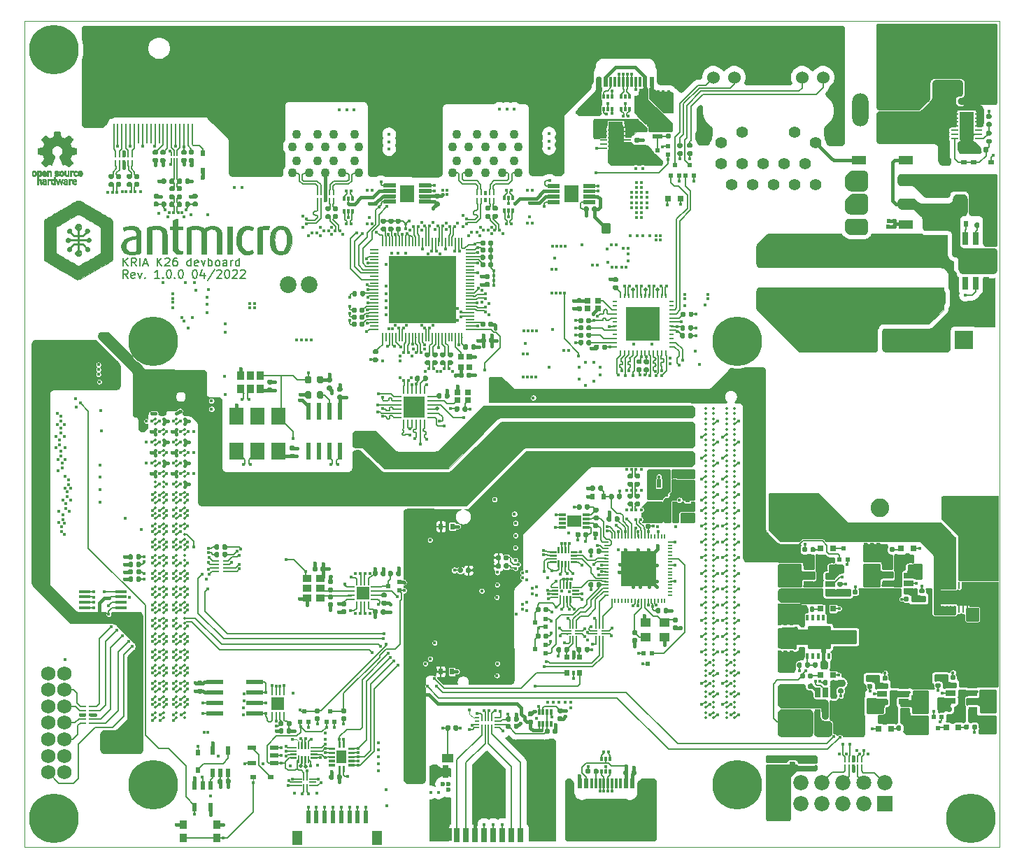
<source format=gbr>
%TF.GenerationSoftware,KiCad,Pcbnew,5.1.9+dfsg1-1*%
%TF.CreationDate,2022-05-02T11:56:59+02:00*%
%TF.ProjectId,kria-k26-devboard,6b726961-2d6b-4323-962d-646576626f61,rev?*%
%TF.SameCoordinates,Original*%
%TF.FileFunction,Copper,L1,Top*%
%TF.FilePolarity,Positive*%
%FSLAX46Y46*%
G04 Gerber Fmt 4.6, Leading zero omitted, Abs format (unit mm)*
G04 Created by KiCad (PCBNEW 5.1.9+dfsg1-1) date 2022-05-02 11:56:59 commit 95c84ef*
%MOMM*%
%LPD*%
G01*
G04 APERTURE LIST*
%TA.AperFunction,Profile*%
%ADD10C,0.100000*%
%TD*%
%TA.AperFunction,NonConductor*%
%ADD11C,0.150000*%
%TD*%
%TA.AperFunction,EtchedComponent*%
%ADD12C,0.002790*%
%TD*%
%TA.AperFunction,EtchedComponent*%
%ADD13C,0.010000*%
%TD*%
%TA.AperFunction,SMDPad,CuDef*%
%ADD14R,1.011199X0.204000*%
%TD*%
%TA.AperFunction,SMDPad,CuDef*%
%ADD15R,0.204000X1.011199*%
%TD*%
%TA.AperFunction,SMDPad,CuDef*%
%ADD16R,8.102600X8.102600*%
%TD*%
%TA.AperFunction,SMDPad,CuDef*%
%ADD17R,0.800000X1.500000*%
%TD*%
%TA.AperFunction,SMDPad,CuDef*%
%ADD18R,1.000000X1.400000*%
%TD*%
%TA.AperFunction,SMDPad,CuDef*%
%ADD19R,1.400000X1.000000*%
%TD*%
%TA.AperFunction,SMDPad,CuDef*%
%ADD20R,1.500000X1.500000*%
%TD*%
%TA.AperFunction,SMDPad,CuDef*%
%ADD21R,1.300000X1.500000*%
%TD*%
%TA.AperFunction,SMDPad,CuDef*%
%ADD22R,0.700000X1.750000*%
%TD*%
%TA.AperFunction,ComponentPad*%
%ADD23C,1.100000*%
%TD*%
%TA.AperFunction,ComponentPad*%
%ADD24C,2.700000*%
%TD*%
%TA.AperFunction,SMDPad,CuDef*%
%ADD25R,0.220000X0.900000*%
%TD*%
%TA.AperFunction,SMDPad,CuDef*%
%ADD26R,0.220000X0.850000*%
%TD*%
%TA.AperFunction,SMDPad,CuDef*%
%ADD27R,0.550000X0.220000*%
%TD*%
%TA.AperFunction,SMDPad,CuDef*%
%ADD28R,1.200000X0.700000*%
%TD*%
%TA.AperFunction,SMDPad,CuDef*%
%ADD29R,1.140000X1.730000*%
%TD*%
%TA.AperFunction,ComponentPad*%
%ADD30C,2.250000*%
%TD*%
%TA.AperFunction,ComponentPad*%
%ADD31R,2.250000X2.250000*%
%TD*%
%TA.AperFunction,SMDPad,CuDef*%
%ADD32R,0.550000X1.000000*%
%TD*%
%TA.AperFunction,SMDPad,CuDef*%
%ADD33R,0.600000X0.800000*%
%TD*%
%TA.AperFunction,SMDPad,CuDef*%
%ADD34R,1.200000X1.200000*%
%TD*%
%TA.AperFunction,SMDPad,CuDef*%
%ADD35R,1.500000X1.800000*%
%TD*%
%TA.AperFunction,SMDPad,CuDef*%
%ADD36R,0.800000X0.600000*%
%TD*%
%TA.AperFunction,SMDPad,CuDef*%
%ADD37R,1.800000X1.000000*%
%TD*%
%TA.AperFunction,SMDPad,CuDef*%
%ADD38R,1.700000X2.500000*%
%TD*%
%TA.AperFunction,SMDPad,CuDef*%
%ADD39R,0.800000X0.800000*%
%TD*%
%TA.AperFunction,SMDPad,CuDef*%
%ADD40R,0.650000X1.525000*%
%TD*%
%TA.AperFunction,SMDPad,CuDef*%
%ADD41R,3.100000X2.290000*%
%TD*%
%TA.AperFunction,ComponentPad*%
%ADD42O,4.500000X2.000000*%
%TD*%
%TA.AperFunction,ComponentPad*%
%ADD43O,1.990000X4.000000*%
%TD*%
%TA.AperFunction,ComponentPad*%
%ADD44O,4.000000X2.000000*%
%TD*%
%TA.AperFunction,ComponentPad*%
%ADD45R,1.840000X1.840000*%
%TD*%
%TA.AperFunction,ComponentPad*%
%ADD46C,1.840000*%
%TD*%
%TA.AperFunction,ComponentPad*%
%ADD47C,1.800000*%
%TD*%
%TA.AperFunction,SMDPad,CuDef*%
%ADD48R,0.600000X1.550000*%
%TD*%
%TA.AperFunction,SMDPad,CuDef*%
%ADD49R,1.200000X1.800000*%
%TD*%
%TA.AperFunction,SMDPad,CuDef*%
%ADD50R,3.400000X0.980000*%
%TD*%
%TA.AperFunction,SMDPad,CuDef*%
%ADD51R,1.300000X0.600000*%
%TD*%
%TA.AperFunction,SMDPad,CuDef*%
%ADD52R,0.900000X1.000000*%
%TD*%
%TA.AperFunction,ComponentPad*%
%ADD53C,6.000000*%
%TD*%
%TA.AperFunction,SMDPad,CuDef*%
%ADD54O,0.240000X0.599999*%
%TD*%
%TA.AperFunction,SMDPad,CuDef*%
%ADD55O,0.599999X0.240000*%
%TD*%
%TA.AperFunction,SMDPad,CuDef*%
%ADD56R,4.099999X4.099999*%
%TD*%
%TA.AperFunction,SMDPad,CuDef*%
%ADD57R,0.700000X1.200000*%
%TD*%
%TA.AperFunction,SMDPad,CuDef*%
%ADD58R,0.500000X1.400000*%
%TD*%
%TA.AperFunction,SMDPad,CuDef*%
%ADD59R,0.350000X0.700000*%
%TD*%
%TA.AperFunction,SMDPad,CuDef*%
%ADD60C,0.100000*%
%TD*%
%TA.AperFunction,SMDPad,CuDef*%
%ADD61R,0.254800X0.807999*%
%TD*%
%TA.AperFunction,SMDPad,CuDef*%
%ADD62R,3.403600X1.803400*%
%TD*%
%TA.AperFunction,SMDPad,CuDef*%
%ADD63R,0.807999X0.254800*%
%TD*%
%TA.AperFunction,SMDPad,CuDef*%
%ADD64R,1.803400X3.403600*%
%TD*%
%TA.AperFunction,SMDPad,CuDef*%
%ADD65R,2.590800X2.590800*%
%TD*%
%TA.AperFunction,SMDPad,CuDef*%
%ADD66R,0.200000X0.565000*%
%TD*%
%TA.AperFunction,SMDPad,CuDef*%
%ADD67R,0.400000X0.565000*%
%TD*%
%TA.AperFunction,SMDPad,CuDef*%
%ADD68R,0.299999X0.670001*%
%TD*%
%TA.AperFunction,SMDPad,CuDef*%
%ADD69R,0.810000X0.220000*%
%TD*%
%TA.AperFunction,SMDPad,CuDef*%
%ADD70R,0.220000X0.810000*%
%TD*%
%TA.AperFunction,SMDPad,CuDef*%
%ADD71R,1.000000X0.550000*%
%TD*%
%TA.AperFunction,SMDPad,CuDef*%
%ADD72R,0.600000X1.050000*%
%TD*%
%TA.AperFunction,SMDPad,CuDef*%
%ADD73R,1.750000X1.450000*%
%TD*%
%TA.AperFunction,SMDPad,CuDef*%
%ADD74R,0.825000X0.300000*%
%TD*%
%TA.AperFunction,SMDPad,CuDef*%
%ADD75R,2.000000X0.600000*%
%TD*%
%TA.AperFunction,SMDPad,CuDef*%
%ADD76R,1.600200X1.600200*%
%TD*%
%TA.AperFunction,SMDPad,CuDef*%
%ADD77R,0.600000X2.000000*%
%TD*%
%TA.AperFunction,SMDPad,CuDef*%
%ADD78R,1.800000X2.000000*%
%TD*%
%TA.AperFunction,SMDPad,CuDef*%
%ADD79R,1.300000X1.100000*%
%TD*%
%TA.AperFunction,SMDPad,CuDef*%
%ADD80R,0.900000X1.100000*%
%TD*%
%TA.AperFunction,SMDPad,CuDef*%
%ADD81R,0.280000X2.400000*%
%TD*%
%TA.AperFunction,ComponentPad*%
%ADD82O,1.200000X2.400000*%
%TD*%
%TA.AperFunction,ComponentPad*%
%ADD83O,1.400000X2.800000*%
%TD*%
%TA.AperFunction,SMDPad,CuDef*%
%ADD84R,0.500000X0.600000*%
%TD*%
%TA.AperFunction,SMDPad,CuDef*%
%ADD85R,0.300000X0.600000*%
%TD*%
%TA.AperFunction,SMDPad,CuDef*%
%ADD86R,1.450000X0.450000*%
%TD*%
%TA.AperFunction,SMDPad,CuDef*%
%ADD87C,0.356000*%
%TD*%
%TA.AperFunction,SMDPad,CuDef*%
%ADD88R,0.565000X0.200000*%
%TD*%
%TA.AperFunction,SMDPad,CuDef*%
%ADD89R,0.565000X0.400000*%
%TD*%
%TA.AperFunction,SMDPad,CuDef*%
%ADD90R,0.600000X0.500000*%
%TD*%
%TA.AperFunction,SMDPad,CuDef*%
%ADD91R,1.150000X1.650000*%
%TD*%
%TA.AperFunction,ComponentPad*%
%ADD92C,1.750000*%
%TD*%
%TA.AperFunction,SMDPad,CuDef*%
%ADD93R,0.600000X1.150000*%
%TD*%
%TA.AperFunction,ComponentPad*%
%ADD94O,1.000000X2.000000*%
%TD*%
%TA.AperFunction,ComponentPad*%
%ADD95O,1.050000X2.100000*%
%TD*%
%TA.AperFunction,SMDPad,CuDef*%
%ADD96R,0.300000X1.150000*%
%TD*%
%TA.AperFunction,SMDPad,CuDef*%
%ADD97R,4.300000X4.300000*%
%TD*%
%TA.AperFunction,SMDPad,CuDef*%
%ADD98O,0.200000X0.550000*%
%TD*%
%TA.AperFunction,SMDPad,CuDef*%
%ADD99O,0.550000X0.200000*%
%TD*%
%TA.AperFunction,SMDPad,CuDef*%
%ADD100R,0.200000X0.400000*%
%TD*%
%TA.AperFunction,SMDPad,CuDef*%
%ADD101R,0.787400X0.685800*%
%TD*%
%TA.AperFunction,SMDPad,CuDef*%
%ADD102R,1.549400X1.549400*%
%TD*%
%TA.AperFunction,SMDPad,CuDef*%
%ADD103R,1.100000X0.900000*%
%TD*%
%TA.AperFunction,ComponentPad*%
%ADD104C,2.020000*%
%TD*%
%TA.AperFunction,SMDPad,CuDef*%
%ADD105R,1.746000X2.050000*%
%TD*%
%TA.AperFunction,SMDPad,CuDef*%
%ADD106R,0.685800X0.787400*%
%TD*%
%TA.AperFunction,ComponentPad*%
%ADD107C,1.397000*%
%TD*%
%TA.AperFunction,ComponentPad*%
%ADD108C,2.100000*%
%TD*%
%TA.AperFunction,ComponentPad*%
%ADD109C,2.108200*%
%TD*%
%TA.AperFunction,ComponentPad*%
%ADD110C,1.524000*%
%TD*%
%TA.AperFunction,SMDPad,CuDef*%
%ADD111R,0.400000X0.600000*%
%TD*%
%TA.AperFunction,SMDPad,CuDef*%
%ADD112R,0.584200X0.210000*%
%TD*%
%TA.AperFunction,ViaPad*%
%ADD113C,0.400000*%
%TD*%
%TA.AperFunction,ViaPad*%
%ADD114C,0.600000*%
%TD*%
%TA.AperFunction,ViaPad*%
%ADD115C,0.450000*%
%TD*%
%TA.AperFunction,ViaPad*%
%ADD116C,0.500000*%
%TD*%
%TA.AperFunction,Conductor*%
%ADD117C,0.200000*%
%TD*%
%TA.AperFunction,Conductor*%
%ADD118C,0.182000*%
%TD*%
%TA.AperFunction,Conductor*%
%ADD119C,0.400000*%
%TD*%
%TA.AperFunction,Conductor*%
%ADD120C,0.109000*%
%TD*%
%TA.AperFunction,Conductor*%
%ADD121C,0.250000*%
%TD*%
%TA.AperFunction,Conductor*%
%ADD122C,0.178000*%
%TD*%
%TA.AperFunction,Conductor*%
%ADD123C,0.107000*%
%TD*%
%TA.AperFunction,Conductor*%
%ADD124C,0.100000*%
%TD*%
%TA.AperFunction,Conductor*%
%ADD125C,0.254000*%
%TD*%
%TA.AperFunction,Conductor*%
%ADD126C,0.500000*%
%TD*%
G04 APERTURE END LIST*
D10*
X74000000Y-152000000D02*
X74000000Y-52000000D01*
D11*
X86489285Y-83157380D02*
X86155952Y-82681190D01*
X85917857Y-83157380D02*
X85917857Y-82157380D01*
X86298809Y-82157380D01*
X86394047Y-82205000D01*
X86441666Y-82252619D01*
X86489285Y-82347857D01*
X86489285Y-82490714D01*
X86441666Y-82585952D01*
X86394047Y-82633571D01*
X86298809Y-82681190D01*
X85917857Y-82681190D01*
X87298809Y-83109761D02*
X87203571Y-83157380D01*
X87013095Y-83157380D01*
X86917857Y-83109761D01*
X86870238Y-83014523D01*
X86870238Y-82633571D01*
X86917857Y-82538333D01*
X87013095Y-82490714D01*
X87203571Y-82490714D01*
X87298809Y-82538333D01*
X87346428Y-82633571D01*
X87346428Y-82728809D01*
X86870238Y-82824047D01*
X87679761Y-82490714D02*
X87917857Y-83157380D01*
X88155952Y-82490714D01*
X88536904Y-83062142D02*
X88584523Y-83109761D01*
X88536904Y-83157380D01*
X88489285Y-83109761D01*
X88536904Y-83062142D01*
X88536904Y-83157380D01*
X90298809Y-83157380D02*
X89727380Y-83157380D01*
X90013095Y-83157380D02*
X90013095Y-82157380D01*
X89917857Y-82300238D01*
X89822619Y-82395476D01*
X89727380Y-82443095D01*
X90727380Y-83062142D02*
X90775000Y-83109761D01*
X90727380Y-83157380D01*
X90679761Y-83109761D01*
X90727380Y-83062142D01*
X90727380Y-83157380D01*
X91394047Y-82157380D02*
X91489285Y-82157380D01*
X91584523Y-82205000D01*
X91632142Y-82252619D01*
X91679761Y-82347857D01*
X91727380Y-82538333D01*
X91727380Y-82776428D01*
X91679761Y-82966904D01*
X91632142Y-83062142D01*
X91584523Y-83109761D01*
X91489285Y-83157380D01*
X91394047Y-83157380D01*
X91298809Y-83109761D01*
X91251190Y-83062142D01*
X91203571Y-82966904D01*
X91155952Y-82776428D01*
X91155952Y-82538333D01*
X91203571Y-82347857D01*
X91251190Y-82252619D01*
X91298809Y-82205000D01*
X91394047Y-82157380D01*
X92155952Y-83062142D02*
X92203571Y-83109761D01*
X92155952Y-83157380D01*
X92108333Y-83109761D01*
X92155952Y-83062142D01*
X92155952Y-83157380D01*
X92822619Y-82157380D02*
X92917857Y-82157380D01*
X93013095Y-82205000D01*
X93060714Y-82252619D01*
X93108333Y-82347857D01*
X93155952Y-82538333D01*
X93155952Y-82776428D01*
X93108333Y-82966904D01*
X93060714Y-83062142D01*
X93013095Y-83109761D01*
X92917857Y-83157380D01*
X92822619Y-83157380D01*
X92727380Y-83109761D01*
X92679761Y-83062142D01*
X92632142Y-82966904D01*
X92584523Y-82776428D01*
X92584523Y-82538333D01*
X92632142Y-82347857D01*
X92679761Y-82252619D01*
X92727380Y-82205000D01*
X92822619Y-82157380D01*
X94536904Y-82157380D02*
X94632142Y-82157380D01*
X94727380Y-82205000D01*
X94775000Y-82252619D01*
X94822619Y-82347857D01*
X94870238Y-82538333D01*
X94870238Y-82776428D01*
X94822619Y-82966904D01*
X94775000Y-83062142D01*
X94727380Y-83109761D01*
X94632142Y-83157380D01*
X94536904Y-83157380D01*
X94441666Y-83109761D01*
X94394047Y-83062142D01*
X94346428Y-82966904D01*
X94298809Y-82776428D01*
X94298809Y-82538333D01*
X94346428Y-82347857D01*
X94394047Y-82252619D01*
X94441666Y-82205000D01*
X94536904Y-82157380D01*
X95727380Y-82490714D02*
X95727380Y-83157380D01*
X95489285Y-82109761D02*
X95251190Y-82824047D01*
X95870238Y-82824047D01*
X96965476Y-82109761D02*
X96108333Y-83395476D01*
X97251190Y-82252619D02*
X97298809Y-82205000D01*
X97394047Y-82157380D01*
X97632142Y-82157380D01*
X97727380Y-82205000D01*
X97775000Y-82252619D01*
X97822619Y-82347857D01*
X97822619Y-82443095D01*
X97775000Y-82585952D01*
X97203571Y-83157380D01*
X97822619Y-83157380D01*
X98441666Y-82157380D02*
X98536904Y-82157380D01*
X98632142Y-82205000D01*
X98679761Y-82252619D01*
X98727380Y-82347857D01*
X98775000Y-82538333D01*
X98775000Y-82776428D01*
X98727380Y-82966904D01*
X98679761Y-83062142D01*
X98632142Y-83109761D01*
X98536904Y-83157380D01*
X98441666Y-83157380D01*
X98346428Y-83109761D01*
X98298809Y-83062142D01*
X98251190Y-82966904D01*
X98203571Y-82776428D01*
X98203571Y-82538333D01*
X98251190Y-82347857D01*
X98298809Y-82252619D01*
X98346428Y-82205000D01*
X98441666Y-82157380D01*
X99155952Y-82252619D02*
X99203571Y-82205000D01*
X99298809Y-82157380D01*
X99536904Y-82157380D01*
X99632142Y-82205000D01*
X99679761Y-82252619D01*
X99727380Y-82347857D01*
X99727380Y-82443095D01*
X99679761Y-82585952D01*
X99108333Y-83157380D01*
X99727380Y-83157380D01*
X100108333Y-82252619D02*
X100155952Y-82205000D01*
X100251190Y-82157380D01*
X100489285Y-82157380D01*
X100584523Y-82205000D01*
X100632142Y-82252619D01*
X100679761Y-82347857D01*
X100679761Y-82443095D01*
X100632142Y-82585952D01*
X100060714Y-83157380D01*
X100679761Y-83157380D01*
X85926190Y-81682380D02*
X85926190Y-80682380D01*
X86497619Y-81682380D02*
X86069047Y-81110952D01*
X86497619Y-80682380D02*
X85926190Y-81253809D01*
X87497619Y-81682380D02*
X87164285Y-81206190D01*
X86926190Y-81682380D02*
X86926190Y-80682380D01*
X87307142Y-80682380D01*
X87402380Y-80730000D01*
X87450000Y-80777619D01*
X87497619Y-80872857D01*
X87497619Y-81015714D01*
X87450000Y-81110952D01*
X87402380Y-81158571D01*
X87307142Y-81206190D01*
X86926190Y-81206190D01*
X87926190Y-81682380D02*
X87926190Y-80682380D01*
X88354761Y-81396666D02*
X88830952Y-81396666D01*
X88259523Y-81682380D02*
X88592857Y-80682380D01*
X88926190Y-81682380D01*
X90021428Y-81682380D02*
X90021428Y-80682380D01*
X90592857Y-81682380D02*
X90164285Y-81110952D01*
X90592857Y-80682380D02*
X90021428Y-81253809D01*
X90973809Y-80777619D02*
X91021428Y-80730000D01*
X91116666Y-80682380D01*
X91354761Y-80682380D01*
X91450000Y-80730000D01*
X91497619Y-80777619D01*
X91545238Y-80872857D01*
X91545238Y-80968095D01*
X91497619Y-81110952D01*
X90926190Y-81682380D01*
X91545238Y-81682380D01*
X92402380Y-80682380D02*
X92211904Y-80682380D01*
X92116666Y-80730000D01*
X92069047Y-80777619D01*
X91973809Y-80920476D01*
X91926190Y-81110952D01*
X91926190Y-81491904D01*
X91973809Y-81587142D01*
X92021428Y-81634761D01*
X92116666Y-81682380D01*
X92307142Y-81682380D01*
X92402380Y-81634761D01*
X92450000Y-81587142D01*
X92497619Y-81491904D01*
X92497619Y-81253809D01*
X92450000Y-81158571D01*
X92402380Y-81110952D01*
X92307142Y-81063333D01*
X92116666Y-81063333D01*
X92021428Y-81110952D01*
X91973809Y-81158571D01*
X91926190Y-81253809D01*
X94116666Y-81682380D02*
X94116666Y-80682380D01*
X94116666Y-81634761D02*
X94021428Y-81682380D01*
X93830952Y-81682380D01*
X93735714Y-81634761D01*
X93688095Y-81587142D01*
X93640476Y-81491904D01*
X93640476Y-81206190D01*
X93688095Y-81110952D01*
X93735714Y-81063333D01*
X93830952Y-81015714D01*
X94021428Y-81015714D01*
X94116666Y-81063333D01*
X94973809Y-81634761D02*
X94878571Y-81682380D01*
X94688095Y-81682380D01*
X94592857Y-81634761D01*
X94545238Y-81539523D01*
X94545238Y-81158571D01*
X94592857Y-81063333D01*
X94688095Y-81015714D01*
X94878571Y-81015714D01*
X94973809Y-81063333D01*
X95021428Y-81158571D01*
X95021428Y-81253809D01*
X94545238Y-81349047D01*
X95354761Y-81015714D02*
X95592857Y-81682380D01*
X95830952Y-81015714D01*
X96211904Y-81682380D02*
X96211904Y-80682380D01*
X96211904Y-81063333D02*
X96307142Y-81015714D01*
X96497619Y-81015714D01*
X96592857Y-81063333D01*
X96640476Y-81110952D01*
X96688095Y-81206190D01*
X96688095Y-81491904D01*
X96640476Y-81587142D01*
X96592857Y-81634761D01*
X96497619Y-81682380D01*
X96307142Y-81682380D01*
X96211904Y-81634761D01*
X97259523Y-81682380D02*
X97164285Y-81634761D01*
X97116666Y-81587142D01*
X97069047Y-81491904D01*
X97069047Y-81206190D01*
X97116666Y-81110952D01*
X97164285Y-81063333D01*
X97259523Y-81015714D01*
X97402380Y-81015714D01*
X97497619Y-81063333D01*
X97545238Y-81110952D01*
X97592857Y-81206190D01*
X97592857Y-81491904D01*
X97545238Y-81587142D01*
X97497619Y-81634761D01*
X97402380Y-81682380D01*
X97259523Y-81682380D01*
X98450000Y-81682380D02*
X98450000Y-81158571D01*
X98402380Y-81063333D01*
X98307142Y-81015714D01*
X98116666Y-81015714D01*
X98021428Y-81063333D01*
X98450000Y-81634761D02*
X98354761Y-81682380D01*
X98116666Y-81682380D01*
X98021428Y-81634761D01*
X97973809Y-81539523D01*
X97973809Y-81444285D01*
X98021428Y-81349047D01*
X98116666Y-81301428D01*
X98354761Y-81301428D01*
X98450000Y-81253809D01*
X98926190Y-81682380D02*
X98926190Y-81015714D01*
X98926190Y-81206190D02*
X98973809Y-81110952D01*
X99021428Y-81063333D01*
X99116666Y-81015714D01*
X99211904Y-81015714D01*
X99973809Y-81682380D02*
X99973809Y-80682380D01*
X99973809Y-81634761D02*
X99878571Y-81682380D01*
X99688095Y-81682380D01*
X99592857Y-81634761D01*
X99545238Y-81587142D01*
X99497619Y-81491904D01*
X99497619Y-81206190D01*
X99545238Y-81110952D01*
X99592857Y-81063333D01*
X99688095Y-81015714D01*
X99878571Y-81015714D01*
X99973809Y-81063333D01*
D10*
X74000000Y-52000000D02*
X192000000Y-52000000D01*
X192000000Y-52000000D02*
X192000000Y-152000000D01*
X192000000Y-152000000D02*
X74000000Y-152000000D01*
D12*
%TO.C,N2*%
G36*
X80565038Y-73770731D02*
G01*
X80662771Y-73793134D01*
X80664405Y-73793808D01*
X80695145Y-73809848D01*
X80763167Y-73847477D01*
X80864862Y-73904621D01*
X80996623Y-73979207D01*
X81154839Y-74069157D01*
X81335904Y-74172399D01*
X81536209Y-74286857D01*
X81752145Y-74410458D01*
X81980104Y-74541125D01*
X82216477Y-74676785D01*
X82457657Y-74815362D01*
X82700035Y-74954783D01*
X82940003Y-75092971D01*
X83173952Y-75227854D01*
X83398273Y-75357356D01*
X83609359Y-75479402D01*
X83803601Y-75591918D01*
X83977391Y-75692830D01*
X84127120Y-75780061D01*
X84249181Y-75851538D01*
X84339964Y-75905186D01*
X84395861Y-75938931D01*
X84402249Y-75942926D01*
X84502447Y-76025208D01*
X84579414Y-76123609D01*
X84643657Y-76232891D01*
X84650028Y-78484541D01*
X84650983Y-78915367D01*
X84651299Y-79304100D01*
X84650978Y-79650152D01*
X84650025Y-79952938D01*
X84648445Y-80211870D01*
X84646241Y-80426362D01*
X84643419Y-80595829D01*
X84639983Y-80719683D01*
X84635936Y-80797338D01*
X84632381Y-80825384D01*
X84622736Y-80860947D01*
X84612455Y-80893383D01*
X84599084Y-80924325D01*
X84580171Y-80955406D01*
X84553264Y-80988260D01*
X84515909Y-81024521D01*
X84465654Y-81065822D01*
X84400047Y-81113797D01*
X84316634Y-81170080D01*
X84212963Y-81236303D01*
X84086582Y-81314101D01*
X83935037Y-81405108D01*
X83755876Y-81510956D01*
X83546646Y-81633279D01*
X83304895Y-81773711D01*
X83028170Y-81933885D01*
X82714019Y-82115436D01*
X82574203Y-82196214D01*
X80675161Y-83293405D01*
X80497996Y-83302509D01*
X80320831Y-83311612D01*
X79623982Y-82910845D01*
X79197265Y-82665469D01*
X78809558Y-82442529D01*
X78458961Y-82240827D01*
X78143575Y-82059165D01*
X77861501Y-81896347D01*
X77610841Y-81751175D01*
X77389695Y-81622451D01*
X77196164Y-81508979D01*
X77028349Y-81409561D01*
X76884352Y-81323000D01*
X76762273Y-81248099D01*
X76660213Y-81183659D01*
X76576272Y-81128485D01*
X76508553Y-81081378D01*
X76455156Y-81041141D01*
X76414182Y-81006577D01*
X76383732Y-80976489D01*
X76361907Y-80949678D01*
X76346808Y-80924949D01*
X76336536Y-80901104D01*
X76329192Y-80876945D01*
X76322877Y-80851275D01*
X76316381Y-80825435D01*
X76311857Y-80783987D01*
X76307942Y-80695869D01*
X76304639Y-80561652D01*
X76301953Y-80381907D01*
X76299888Y-80157205D01*
X76298449Y-79888115D01*
X76297639Y-79575210D01*
X76297464Y-79219059D01*
X76297927Y-78820233D01*
X76298598Y-78536036D01*
X77757844Y-78536036D01*
X77757876Y-78843081D01*
X77758147Y-79106492D01*
X77758924Y-79329878D01*
X77760473Y-79516849D01*
X77763059Y-79671014D01*
X77766948Y-79795983D01*
X77772405Y-79895365D01*
X77779696Y-79972771D01*
X77789088Y-80031809D01*
X77800845Y-80076090D01*
X77815233Y-80109223D01*
X77832518Y-80134817D01*
X77852965Y-80156482D01*
X77876841Y-80177828D01*
X77878815Y-80179550D01*
X77910464Y-80201118D01*
X77978559Y-80243277D01*
X78078652Y-80303467D01*
X78206295Y-80379126D01*
X78357037Y-80467694D01*
X78526430Y-80566610D01*
X78710026Y-80673314D01*
X78903375Y-80785246D01*
X79102028Y-80899844D01*
X79301536Y-81014548D01*
X79497451Y-81126797D01*
X79685322Y-81234031D01*
X79860703Y-81333689D01*
X80019143Y-81423210D01*
X80156193Y-81500035D01*
X80267405Y-81561601D01*
X80348330Y-81605350D01*
X80394519Y-81628719D01*
X80401761Y-81631643D01*
X80460331Y-81647611D01*
X80501271Y-81648556D01*
X80549793Y-81632973D01*
X80578569Y-81621108D01*
X80617918Y-81601398D01*
X80692789Y-81560786D01*
X80798705Y-81501862D01*
X80931190Y-81427214D01*
X81085766Y-81339433D01*
X81257956Y-81241108D01*
X81443284Y-81134828D01*
X81637273Y-81023182D01*
X81835447Y-80908759D01*
X82033327Y-80794150D01*
X82226438Y-80681942D01*
X82410303Y-80574726D01*
X82580444Y-80475091D01*
X82732385Y-80385626D01*
X82861649Y-80308921D01*
X82963759Y-80247564D01*
X83034239Y-80204145D01*
X83068611Y-80181254D01*
X83069933Y-80180156D01*
X83094086Y-80158431D01*
X83114790Y-80136719D01*
X83132310Y-80111407D01*
X83146911Y-80078882D01*
X83158860Y-80035531D01*
X83168422Y-79977741D01*
X83175864Y-79901898D01*
X83181450Y-79804390D01*
X83185448Y-79681603D01*
X83188122Y-79529924D01*
X83189739Y-79345741D01*
X83190564Y-79125438D01*
X83190864Y-78865404D01*
X83190904Y-78562026D01*
X83190904Y-78536036D01*
X83190900Y-78227638D01*
X83190679Y-77962897D01*
X83189927Y-77738226D01*
X83188330Y-77550039D01*
X83185575Y-77394749D01*
X83181347Y-77268768D01*
X83175332Y-77168511D01*
X83167217Y-77090390D01*
X83156688Y-77030818D01*
X83143431Y-76986210D01*
X83127132Y-76952977D01*
X83107477Y-76927533D01*
X83084153Y-76906292D01*
X83056844Y-76885667D01*
X83045773Y-76877550D01*
X83011088Y-76855233D01*
X82939342Y-76811696D01*
X82834452Y-76749236D01*
X82700333Y-76670147D01*
X82540901Y-76576725D01*
X82360071Y-76471266D01*
X82161759Y-76356066D01*
X81949881Y-76233420D01*
X81771260Y-76130343D01*
X81516033Y-75983449D01*
X81298323Y-75858645D01*
X81114854Y-75754188D01*
X80962351Y-75668337D01*
X80837539Y-75599348D01*
X80737143Y-75545479D01*
X80657887Y-75504985D01*
X80596497Y-75476125D01*
X80549697Y-75457156D01*
X80514212Y-75446335D01*
X80486767Y-75441918D01*
X80476904Y-75441554D01*
X80452212Y-75443786D01*
X80420883Y-75451625D01*
X80379701Y-75466791D01*
X80325450Y-75491000D01*
X80254914Y-75525969D01*
X80164878Y-75573418D01*
X80052126Y-75635061D01*
X79913442Y-75712618D01*
X79745610Y-75807806D01*
X79545413Y-75922342D01*
X79309638Y-76057943D01*
X79144585Y-76153115D01*
X78922445Y-76281497D01*
X78711693Y-76403697D01*
X78516037Y-76517538D01*
X78339182Y-76620846D01*
X78184833Y-76711445D01*
X78056698Y-76787161D01*
X77958482Y-76845817D01*
X77893890Y-76885240D01*
X77866788Y-76903113D01*
X77845036Y-76922639D01*
X77826391Y-76943299D01*
X77810614Y-76968681D01*
X77797464Y-77002374D01*
X77786703Y-77047965D01*
X77778091Y-77109042D01*
X77771389Y-77189193D01*
X77766358Y-77292006D01*
X77762757Y-77421069D01*
X77760349Y-77579971D01*
X77758892Y-77772298D01*
X77758149Y-78001639D01*
X77757880Y-78271582D01*
X77757844Y-78536036D01*
X76298598Y-78536036D01*
X76298720Y-78484541D01*
X76299739Y-78101789D01*
X76300619Y-77763397D01*
X76301542Y-77466483D01*
X76302690Y-77208164D01*
X76304245Y-76985556D01*
X76306389Y-76795778D01*
X76309304Y-76635947D01*
X76313173Y-76503179D01*
X76318176Y-76394592D01*
X76324496Y-76307303D01*
X76332314Y-76238431D01*
X76341814Y-76185090D01*
X76353176Y-76144401D01*
X76366582Y-76113478D01*
X76382215Y-76089440D01*
X76400257Y-76069404D01*
X76420888Y-76050487D01*
X76444292Y-76029807D01*
X76454223Y-76020629D01*
X76484329Y-75999602D01*
X76552402Y-75956807D01*
X76655446Y-75894015D01*
X76790464Y-75812995D01*
X76954459Y-75715514D01*
X77144434Y-75603343D01*
X77357393Y-75478250D01*
X77590337Y-75342004D01*
X77840272Y-75196374D01*
X78104200Y-75043128D01*
X78379123Y-74884037D01*
X78408461Y-74867091D01*
X78728949Y-74682041D01*
X79011190Y-74519209D01*
X79257836Y-74377159D01*
X79471536Y-74254458D01*
X79654942Y-74149672D01*
X79810705Y-74061367D01*
X79941474Y-73988107D01*
X80049902Y-73928459D01*
X80138639Y-73880989D01*
X80210335Y-73844262D01*
X80267641Y-73816843D01*
X80313208Y-73797300D01*
X80349688Y-73784197D01*
X80379729Y-73776100D01*
X80405984Y-73771574D01*
X80431104Y-73769187D01*
X80438469Y-73768695D01*
X80565038Y-73770731D01*
G37*
X80565038Y-73770731D02*
X80662771Y-73793134D01*
X80664405Y-73793808D01*
X80695145Y-73809848D01*
X80763167Y-73847477D01*
X80864862Y-73904621D01*
X80996623Y-73979207D01*
X81154839Y-74069157D01*
X81335904Y-74172399D01*
X81536209Y-74286857D01*
X81752145Y-74410458D01*
X81980104Y-74541125D01*
X82216477Y-74676785D01*
X82457657Y-74815362D01*
X82700035Y-74954783D01*
X82940003Y-75092971D01*
X83173952Y-75227854D01*
X83398273Y-75357356D01*
X83609359Y-75479402D01*
X83803601Y-75591918D01*
X83977391Y-75692830D01*
X84127120Y-75780061D01*
X84249181Y-75851538D01*
X84339964Y-75905186D01*
X84395861Y-75938931D01*
X84402249Y-75942926D01*
X84502447Y-76025208D01*
X84579414Y-76123609D01*
X84643657Y-76232891D01*
X84650028Y-78484541D01*
X84650983Y-78915367D01*
X84651299Y-79304100D01*
X84650978Y-79650152D01*
X84650025Y-79952938D01*
X84648445Y-80211870D01*
X84646241Y-80426362D01*
X84643419Y-80595829D01*
X84639983Y-80719683D01*
X84635936Y-80797338D01*
X84632381Y-80825384D01*
X84622736Y-80860947D01*
X84612455Y-80893383D01*
X84599084Y-80924325D01*
X84580171Y-80955406D01*
X84553264Y-80988260D01*
X84515909Y-81024521D01*
X84465654Y-81065822D01*
X84400047Y-81113797D01*
X84316634Y-81170080D01*
X84212963Y-81236303D01*
X84086582Y-81314101D01*
X83935037Y-81405108D01*
X83755876Y-81510956D01*
X83546646Y-81633279D01*
X83304895Y-81773711D01*
X83028170Y-81933885D01*
X82714019Y-82115436D01*
X82574203Y-82196214D01*
X80675161Y-83293405D01*
X80497996Y-83302509D01*
X80320831Y-83311612D01*
X79623982Y-82910845D01*
X79197265Y-82665469D01*
X78809558Y-82442529D01*
X78458961Y-82240827D01*
X78143575Y-82059165D01*
X77861501Y-81896347D01*
X77610841Y-81751175D01*
X77389695Y-81622451D01*
X77196164Y-81508979D01*
X77028349Y-81409561D01*
X76884352Y-81323000D01*
X76762273Y-81248099D01*
X76660213Y-81183659D01*
X76576272Y-81128485D01*
X76508553Y-81081378D01*
X76455156Y-81041141D01*
X76414182Y-81006577D01*
X76383732Y-80976489D01*
X76361907Y-80949678D01*
X76346808Y-80924949D01*
X76336536Y-80901104D01*
X76329192Y-80876945D01*
X76322877Y-80851275D01*
X76316381Y-80825435D01*
X76311857Y-80783987D01*
X76307942Y-80695869D01*
X76304639Y-80561652D01*
X76301953Y-80381907D01*
X76299888Y-80157205D01*
X76298449Y-79888115D01*
X76297639Y-79575210D01*
X76297464Y-79219059D01*
X76297927Y-78820233D01*
X76298598Y-78536036D01*
X77757844Y-78536036D01*
X77757876Y-78843081D01*
X77758147Y-79106492D01*
X77758924Y-79329878D01*
X77760473Y-79516849D01*
X77763059Y-79671014D01*
X77766948Y-79795983D01*
X77772405Y-79895365D01*
X77779696Y-79972771D01*
X77789088Y-80031809D01*
X77800845Y-80076090D01*
X77815233Y-80109223D01*
X77832518Y-80134817D01*
X77852965Y-80156482D01*
X77876841Y-80177828D01*
X77878815Y-80179550D01*
X77910464Y-80201118D01*
X77978559Y-80243277D01*
X78078652Y-80303467D01*
X78206295Y-80379126D01*
X78357037Y-80467694D01*
X78526430Y-80566610D01*
X78710026Y-80673314D01*
X78903375Y-80785246D01*
X79102028Y-80899844D01*
X79301536Y-81014548D01*
X79497451Y-81126797D01*
X79685322Y-81234031D01*
X79860703Y-81333689D01*
X80019143Y-81423210D01*
X80156193Y-81500035D01*
X80267405Y-81561601D01*
X80348330Y-81605350D01*
X80394519Y-81628719D01*
X80401761Y-81631643D01*
X80460331Y-81647611D01*
X80501271Y-81648556D01*
X80549793Y-81632973D01*
X80578569Y-81621108D01*
X80617918Y-81601398D01*
X80692789Y-81560786D01*
X80798705Y-81501862D01*
X80931190Y-81427214D01*
X81085766Y-81339433D01*
X81257956Y-81241108D01*
X81443284Y-81134828D01*
X81637273Y-81023182D01*
X81835447Y-80908759D01*
X82033327Y-80794150D01*
X82226438Y-80681942D01*
X82410303Y-80574726D01*
X82580444Y-80475091D01*
X82732385Y-80385626D01*
X82861649Y-80308921D01*
X82963759Y-80247564D01*
X83034239Y-80204145D01*
X83068611Y-80181254D01*
X83069933Y-80180156D01*
X83094086Y-80158431D01*
X83114790Y-80136719D01*
X83132310Y-80111407D01*
X83146911Y-80078882D01*
X83158860Y-80035531D01*
X83168422Y-79977741D01*
X83175864Y-79901898D01*
X83181450Y-79804390D01*
X83185448Y-79681603D01*
X83188122Y-79529924D01*
X83189739Y-79345741D01*
X83190564Y-79125438D01*
X83190864Y-78865404D01*
X83190904Y-78562026D01*
X83190904Y-78536036D01*
X83190900Y-78227638D01*
X83190679Y-77962897D01*
X83189927Y-77738226D01*
X83188330Y-77550039D01*
X83185575Y-77394749D01*
X83181347Y-77268768D01*
X83175332Y-77168511D01*
X83167217Y-77090390D01*
X83156688Y-77030818D01*
X83143431Y-76986210D01*
X83127132Y-76952977D01*
X83107477Y-76927533D01*
X83084153Y-76906292D01*
X83056844Y-76885667D01*
X83045773Y-76877550D01*
X83011088Y-76855233D01*
X82939342Y-76811696D01*
X82834452Y-76749236D01*
X82700333Y-76670147D01*
X82540901Y-76576725D01*
X82360071Y-76471266D01*
X82161759Y-76356066D01*
X81949881Y-76233420D01*
X81771260Y-76130343D01*
X81516033Y-75983449D01*
X81298323Y-75858645D01*
X81114854Y-75754188D01*
X80962351Y-75668337D01*
X80837539Y-75599348D01*
X80737143Y-75545479D01*
X80657887Y-75504985D01*
X80596497Y-75476125D01*
X80549697Y-75457156D01*
X80514212Y-75446335D01*
X80486767Y-75441918D01*
X80476904Y-75441554D01*
X80452212Y-75443786D01*
X80420883Y-75451625D01*
X80379701Y-75466791D01*
X80325450Y-75491000D01*
X80254914Y-75525969D01*
X80164878Y-75573418D01*
X80052126Y-75635061D01*
X79913442Y-75712618D01*
X79745610Y-75807806D01*
X79545413Y-75922342D01*
X79309638Y-76057943D01*
X79144585Y-76153115D01*
X78922445Y-76281497D01*
X78711693Y-76403697D01*
X78516037Y-76517538D01*
X78339182Y-76620846D01*
X78184833Y-76711445D01*
X78056698Y-76787161D01*
X77958482Y-76845817D01*
X77893890Y-76885240D01*
X77866788Y-76903113D01*
X77845036Y-76922639D01*
X77826391Y-76943299D01*
X77810614Y-76968681D01*
X77797464Y-77002374D01*
X77786703Y-77047965D01*
X77778091Y-77109042D01*
X77771389Y-77189193D01*
X77766358Y-77292006D01*
X77762757Y-77421069D01*
X77760349Y-77579971D01*
X77758892Y-77772298D01*
X77758149Y-78001639D01*
X77757880Y-78271582D01*
X77757844Y-78536036D01*
X76298598Y-78536036D01*
X76298720Y-78484541D01*
X76299739Y-78101789D01*
X76300619Y-77763397D01*
X76301542Y-77466483D01*
X76302690Y-77208164D01*
X76304245Y-76985556D01*
X76306389Y-76795778D01*
X76309304Y-76635947D01*
X76313173Y-76503179D01*
X76318176Y-76394592D01*
X76324496Y-76307303D01*
X76332314Y-76238431D01*
X76341814Y-76185090D01*
X76353176Y-76144401D01*
X76366582Y-76113478D01*
X76382215Y-76089440D01*
X76400257Y-76069404D01*
X76420888Y-76050487D01*
X76444292Y-76029807D01*
X76454223Y-76020629D01*
X76484329Y-75999602D01*
X76552402Y-75956807D01*
X76655446Y-75894015D01*
X76790464Y-75812995D01*
X76954459Y-75715514D01*
X77144434Y-75603343D01*
X77357393Y-75478250D01*
X77590337Y-75342004D01*
X77840272Y-75196374D01*
X78104200Y-75043128D01*
X78379123Y-74884037D01*
X78408461Y-74867091D01*
X78728949Y-74682041D01*
X79011190Y-74519209D01*
X79257836Y-74377159D01*
X79471536Y-74254458D01*
X79654942Y-74149672D01*
X79810705Y-74061367D01*
X79941474Y-73988107D01*
X80049902Y-73928459D01*
X80138639Y-73880989D01*
X80210335Y-73844262D01*
X80267641Y-73816843D01*
X80313208Y-73797300D01*
X80349688Y-73784197D01*
X80379729Y-73776100D01*
X80405984Y-73771574D01*
X80431104Y-73769187D01*
X80438469Y-73768695D01*
X80565038Y-73770731D01*
G36*
X87149877Y-76851249D02*
G01*
X87299424Y-76879245D01*
X87469163Y-76931285D01*
X87606125Y-76995868D01*
X87724506Y-77080481D01*
X87782711Y-77134167D01*
X87868550Y-77241368D01*
X87945620Y-77378618D01*
X88005344Y-77528725D01*
X88032925Y-77635821D01*
X88038399Y-77688998D01*
X88043314Y-77785485D01*
X88047596Y-77921349D01*
X88051170Y-78092658D01*
X88053962Y-78295480D01*
X88055898Y-78525882D01*
X88056904Y-78779932D01*
X88057036Y-78916107D01*
X88057036Y-80069255D01*
X87946324Y-80118228D01*
X87748092Y-80189446D01*
X87518454Y-80244470D01*
X87270976Y-80281579D01*
X87019225Y-80299050D01*
X86776768Y-80295164D01*
X86648883Y-80282857D01*
X86398317Y-80232934D01*
X86184147Y-80153578D01*
X86006804Y-80045257D01*
X85866720Y-79908443D01*
X85764326Y-79743605D01*
X85700053Y-79551213D01*
X85674331Y-79331739D01*
X85675576Y-79221559D01*
X85678586Y-79200731D01*
X86219805Y-79200731D01*
X86224199Y-79396157D01*
X86266667Y-79565059D01*
X86346303Y-79706031D01*
X86462196Y-79817664D01*
X86613440Y-79898552D01*
X86685792Y-79922597D01*
X86778222Y-79938401D01*
X86902003Y-79945595D01*
X87042143Y-79944744D01*
X87183648Y-79936410D01*
X87311525Y-79921159D01*
X87410781Y-79899554D01*
X87425147Y-79894784D01*
X87537352Y-79854427D01*
X87537352Y-78367282D01*
X87401526Y-78383670D01*
X87314841Y-78397307D01*
X87202616Y-78419308D01*
X87084897Y-78445648D01*
X87047884Y-78454701D01*
X86805722Y-78529151D01*
X86606872Y-78620629D01*
X86450195Y-78730162D01*
X86334551Y-78858776D01*
X86258802Y-79007497D01*
X86221806Y-79177353D01*
X86219805Y-79200731D01*
X85678586Y-79200731D01*
X85706332Y-79008754D01*
X85777649Y-78819568D01*
X85890420Y-78651961D01*
X85954775Y-78583186D01*
X86096974Y-78470199D01*
X86279801Y-78366210D01*
X86497118Y-78273492D01*
X86742792Y-78194320D01*
X87010685Y-78130965D01*
X87294663Y-78085701D01*
X87298906Y-78085185D01*
X87543798Y-78055504D01*
X87529640Y-77854888D01*
X87502244Y-77665695D01*
X87447900Y-77513882D01*
X87364155Y-77396427D01*
X87248553Y-77310311D01*
X87098638Y-77252512D01*
X87026882Y-77236336D01*
X86831547Y-77219324D01*
X86614432Y-77235596D01*
X86385699Y-77283625D01*
X86155509Y-77361887D01*
X86135244Y-77370286D01*
X86062599Y-77399105D01*
X86009379Y-77416919D01*
X85988230Y-77419984D01*
X85976183Y-77395047D01*
X85953513Y-77339443D01*
X85925455Y-77267009D01*
X85897240Y-77191582D01*
X85874102Y-77127000D01*
X85861276Y-77087098D01*
X85860190Y-77081444D01*
X85879967Y-77066025D01*
X85931308Y-77038760D01*
X85989014Y-77011900D01*
X86201066Y-76935188D01*
X86436193Y-76879450D01*
X86681380Y-76846002D01*
X86923613Y-76836163D01*
X87149877Y-76851249D01*
G37*
X87149877Y-76851249D02*
X87299424Y-76879245D01*
X87469163Y-76931285D01*
X87606125Y-76995868D01*
X87724506Y-77080481D01*
X87782711Y-77134167D01*
X87868550Y-77241368D01*
X87945620Y-77378618D01*
X88005344Y-77528725D01*
X88032925Y-77635821D01*
X88038399Y-77688998D01*
X88043314Y-77785485D01*
X88047596Y-77921349D01*
X88051170Y-78092658D01*
X88053962Y-78295480D01*
X88055898Y-78525882D01*
X88056904Y-78779932D01*
X88057036Y-78916107D01*
X88057036Y-80069255D01*
X87946324Y-80118228D01*
X87748092Y-80189446D01*
X87518454Y-80244470D01*
X87270976Y-80281579D01*
X87019225Y-80299050D01*
X86776768Y-80295164D01*
X86648883Y-80282857D01*
X86398317Y-80232934D01*
X86184147Y-80153578D01*
X86006804Y-80045257D01*
X85866720Y-79908443D01*
X85764326Y-79743605D01*
X85700053Y-79551213D01*
X85674331Y-79331739D01*
X85675576Y-79221559D01*
X85678586Y-79200731D01*
X86219805Y-79200731D01*
X86224199Y-79396157D01*
X86266667Y-79565059D01*
X86346303Y-79706031D01*
X86462196Y-79817664D01*
X86613440Y-79898552D01*
X86685792Y-79922597D01*
X86778222Y-79938401D01*
X86902003Y-79945595D01*
X87042143Y-79944744D01*
X87183648Y-79936410D01*
X87311525Y-79921159D01*
X87410781Y-79899554D01*
X87425147Y-79894784D01*
X87537352Y-79854427D01*
X87537352Y-78367282D01*
X87401526Y-78383670D01*
X87314841Y-78397307D01*
X87202616Y-78419308D01*
X87084897Y-78445648D01*
X87047884Y-78454701D01*
X86805722Y-78529151D01*
X86606872Y-78620629D01*
X86450195Y-78730162D01*
X86334551Y-78858776D01*
X86258802Y-79007497D01*
X86221806Y-79177353D01*
X86219805Y-79200731D01*
X85678586Y-79200731D01*
X85706332Y-79008754D01*
X85777649Y-78819568D01*
X85890420Y-78651961D01*
X85954775Y-78583186D01*
X86096974Y-78470199D01*
X86279801Y-78366210D01*
X86497118Y-78273492D01*
X86742792Y-78194320D01*
X87010685Y-78130965D01*
X87294663Y-78085701D01*
X87298906Y-78085185D01*
X87543798Y-78055504D01*
X87529640Y-77854888D01*
X87502244Y-77665695D01*
X87447900Y-77513882D01*
X87364155Y-77396427D01*
X87248553Y-77310311D01*
X87098638Y-77252512D01*
X87026882Y-77236336D01*
X86831547Y-77219324D01*
X86614432Y-77235596D01*
X86385699Y-77283625D01*
X86155509Y-77361887D01*
X86135244Y-77370286D01*
X86062599Y-77399105D01*
X86009379Y-77416919D01*
X85988230Y-77419984D01*
X85976183Y-77395047D01*
X85953513Y-77339443D01*
X85925455Y-77267009D01*
X85897240Y-77191582D01*
X85874102Y-77127000D01*
X85861276Y-77087098D01*
X85860190Y-77081444D01*
X85879967Y-77066025D01*
X85931308Y-77038760D01*
X85989014Y-77011900D01*
X86201066Y-76935188D01*
X86436193Y-76879450D01*
X86681380Y-76846002D01*
X86923613Y-76836163D01*
X87149877Y-76851249D01*
G36*
X101014213Y-76839517D02*
G01*
X101169759Y-76854588D01*
X101256281Y-76870866D01*
X101345452Y-76896539D01*
X101441206Y-76931406D01*
X101531151Y-76970062D01*
X101602898Y-77007099D01*
X101644054Y-77037111D01*
X101647346Y-77041495D01*
X101644801Y-77070867D01*
X101627786Y-77128578D01*
X101601635Y-77201055D01*
X101571683Y-77274727D01*
X101543265Y-77336023D01*
X101521716Y-77371371D01*
X101516165Y-77375209D01*
X101487010Y-77366700D01*
X101428967Y-77343418D01*
X101370199Y-77317456D01*
X101189584Y-77254726D01*
X101010705Y-77230347D01*
X100841862Y-77244577D01*
X100693873Y-77296363D01*
X100570199Y-77384847D01*
X100456869Y-77514639D01*
X100357444Y-77680291D01*
X100275486Y-77876356D01*
X100240730Y-77989339D01*
X100213300Y-78128569D01*
X100195672Y-78300010D01*
X100187846Y-78489659D01*
X100189822Y-78683512D01*
X100201598Y-78867565D01*
X100223174Y-79027814D01*
X100240794Y-79106604D01*
X100320911Y-79341281D01*
X100421774Y-79533813D01*
X100543673Y-79684640D01*
X100686900Y-79794204D01*
X100698013Y-79800496D01*
X100770319Y-79837192D01*
X100833963Y-79858299D01*
X100907290Y-79867849D01*
X101008641Y-79869870D01*
X101013703Y-79869851D01*
X101120044Y-79865178D01*
X101213384Y-79849314D01*
X101308059Y-79817943D01*
X101418407Y-79766747D01*
X101500948Y-79723176D01*
X101511241Y-79729795D01*
X101529071Y-79760783D01*
X101556659Y-79821006D01*
X101596222Y-79915333D01*
X101649978Y-80048632D01*
X101655034Y-80061317D01*
X101641745Y-80086730D01*
X101593674Y-80122381D01*
X101520650Y-80162960D01*
X101432503Y-80203157D01*
X101339062Y-80237662D01*
X101314694Y-80245169D01*
X101187614Y-80272214D01*
X101034546Y-80289553D01*
X100875805Y-80296006D01*
X100731704Y-80290388D01*
X100671184Y-80282631D01*
X100582682Y-80260174D01*
X100476150Y-80222853D01*
X100375909Y-80179329D01*
X100179839Y-80057324D01*
X100010569Y-79897033D01*
X99868836Y-79699577D01*
X99755379Y-79466076D01*
X99670937Y-79197652D01*
X99642822Y-79066949D01*
X99622315Y-78912254D01*
X99611523Y-78728978D01*
X99610053Y-78530402D01*
X99617508Y-78329811D01*
X99633495Y-78140489D01*
X99657618Y-77975717D01*
X99677921Y-77886449D01*
X99769718Y-77624969D01*
X99890906Y-77397105D01*
X100039972Y-77204561D01*
X100215408Y-77049045D01*
X100415702Y-76932262D01*
X100575078Y-76872938D01*
X100699369Y-76848744D01*
X100851582Y-76837586D01*
X101014213Y-76839517D01*
G37*
X101014213Y-76839517D02*
X101169759Y-76854588D01*
X101256281Y-76870866D01*
X101345452Y-76896539D01*
X101441206Y-76931406D01*
X101531151Y-76970062D01*
X101602898Y-77007099D01*
X101644054Y-77037111D01*
X101647346Y-77041495D01*
X101644801Y-77070867D01*
X101627786Y-77128578D01*
X101601635Y-77201055D01*
X101571683Y-77274727D01*
X101543265Y-77336023D01*
X101521716Y-77371371D01*
X101516165Y-77375209D01*
X101487010Y-77366700D01*
X101428967Y-77343418D01*
X101370199Y-77317456D01*
X101189584Y-77254726D01*
X101010705Y-77230347D01*
X100841862Y-77244577D01*
X100693873Y-77296363D01*
X100570199Y-77384847D01*
X100456869Y-77514639D01*
X100357444Y-77680291D01*
X100275486Y-77876356D01*
X100240730Y-77989339D01*
X100213300Y-78128569D01*
X100195672Y-78300010D01*
X100187846Y-78489659D01*
X100189822Y-78683512D01*
X100201598Y-78867565D01*
X100223174Y-79027814D01*
X100240794Y-79106604D01*
X100320911Y-79341281D01*
X100421774Y-79533813D01*
X100543673Y-79684640D01*
X100686900Y-79794204D01*
X100698013Y-79800496D01*
X100770319Y-79837192D01*
X100833963Y-79858299D01*
X100907290Y-79867849D01*
X101008641Y-79869870D01*
X101013703Y-79869851D01*
X101120044Y-79865178D01*
X101213384Y-79849314D01*
X101308059Y-79817943D01*
X101418407Y-79766747D01*
X101500948Y-79723176D01*
X101511241Y-79729795D01*
X101529071Y-79760783D01*
X101556659Y-79821006D01*
X101596222Y-79915333D01*
X101649978Y-80048632D01*
X101655034Y-80061317D01*
X101641745Y-80086730D01*
X101593674Y-80122381D01*
X101520650Y-80162960D01*
X101432503Y-80203157D01*
X101339062Y-80237662D01*
X101314694Y-80245169D01*
X101187614Y-80272214D01*
X101034546Y-80289553D01*
X100875805Y-80296006D01*
X100731704Y-80290388D01*
X100671184Y-80282631D01*
X100582682Y-80260174D01*
X100476150Y-80222853D01*
X100375909Y-80179329D01*
X100179839Y-80057324D01*
X100010569Y-79897033D01*
X99868836Y-79699577D01*
X99755379Y-79466076D01*
X99670937Y-79197652D01*
X99642822Y-79066949D01*
X99622315Y-78912254D01*
X99611523Y-78728978D01*
X99610053Y-78530402D01*
X99617508Y-78329811D01*
X99633495Y-78140489D01*
X99657618Y-77975717D01*
X99677921Y-77886449D01*
X99769718Y-77624969D01*
X99890906Y-77397105D01*
X100039972Y-77204561D01*
X100215408Y-77049045D01*
X100415702Y-76932262D01*
X100575078Y-76872938D01*
X100699369Y-76848744D01*
X100851582Y-76837586D01*
X101014213Y-76839517D01*
G36*
X105211000Y-76851402D02*
G01*
X105422157Y-76899481D01*
X105609082Y-76982198D01*
X105777941Y-77101913D01*
X105856079Y-77174919D01*
X106005700Y-77357853D01*
X106124227Y-77573042D01*
X106212192Y-77821850D01*
X106270128Y-78105643D01*
X106290393Y-78289455D01*
X106301846Y-78619820D01*
X106282517Y-78928736D01*
X106233408Y-79213287D01*
X106155524Y-79470553D01*
X106049866Y-79697617D01*
X105917438Y-79891561D01*
X105759243Y-80049467D01*
X105661074Y-80120241D01*
X105506254Y-80197112D01*
X105321999Y-80254401D01*
X105122961Y-80289506D01*
X104923792Y-80299827D01*
X104742357Y-80283344D01*
X104509320Y-80219496D01*
X104302782Y-80116939D01*
X104123619Y-79976654D01*
X103972705Y-79799624D01*
X103850914Y-79586828D01*
X103759121Y-79339249D01*
X103709091Y-79123636D01*
X103667044Y-78803703D01*
X103658222Y-78546735D01*
X104222913Y-78546735D01*
X104233208Y-78810412D01*
X104264760Y-79064026D01*
X104317594Y-79297116D01*
X104389245Y-79493805D01*
X104481708Y-79648837D01*
X104598869Y-79770076D01*
X104734807Y-79855098D01*
X104883598Y-79901477D01*
X105039322Y-79906788D01*
X105196055Y-79868608D01*
X105248162Y-79845468D01*
X105380842Y-79758195D01*
X105490857Y-79638674D01*
X105579320Y-79484507D01*
X105647344Y-79293298D01*
X105696041Y-79062646D01*
X105724253Y-78819500D01*
X105736499Y-78523109D01*
X105724426Y-78247071D01*
X105688984Y-77995513D01*
X105631119Y-77772565D01*
X105551781Y-77582358D01*
X105451917Y-77429021D01*
X105389895Y-77363101D01*
X105254995Y-77267614D01*
X105108680Y-77214269D01*
X104957488Y-77201507D01*
X104807953Y-77227769D01*
X104666612Y-77291496D01*
X104540002Y-77391129D01*
X104434658Y-77525110D01*
X104393793Y-77600683D01*
X104319314Y-77799972D01*
X104265991Y-78031052D01*
X104233849Y-78283461D01*
X104222913Y-78546735D01*
X103658222Y-78546735D01*
X103656366Y-78492669D01*
X103676106Y-78195471D01*
X103725315Y-77917047D01*
X103803043Y-77662333D01*
X103908340Y-77436267D01*
X104040256Y-77243787D01*
X104079302Y-77199307D01*
X104249170Y-77047953D01*
X104441107Y-76937498D01*
X104656488Y-76867382D01*
X104896687Y-76837043D01*
X104969446Y-76835601D01*
X105211000Y-76851402D01*
G37*
X105211000Y-76851402D02*
X105422157Y-76899481D01*
X105609082Y-76982198D01*
X105777941Y-77101913D01*
X105856079Y-77174919D01*
X106005700Y-77357853D01*
X106124227Y-77573042D01*
X106212192Y-77821850D01*
X106270128Y-78105643D01*
X106290393Y-78289455D01*
X106301846Y-78619820D01*
X106282517Y-78928736D01*
X106233408Y-79213287D01*
X106155524Y-79470553D01*
X106049866Y-79697617D01*
X105917438Y-79891561D01*
X105759243Y-80049467D01*
X105661074Y-80120241D01*
X105506254Y-80197112D01*
X105321999Y-80254401D01*
X105122961Y-80289506D01*
X104923792Y-80299827D01*
X104742357Y-80283344D01*
X104509320Y-80219496D01*
X104302782Y-80116939D01*
X104123619Y-79976654D01*
X103972705Y-79799624D01*
X103850914Y-79586828D01*
X103759121Y-79339249D01*
X103709091Y-79123636D01*
X103667044Y-78803703D01*
X103658222Y-78546735D01*
X104222913Y-78546735D01*
X104233208Y-78810412D01*
X104264760Y-79064026D01*
X104317594Y-79297116D01*
X104389245Y-79493805D01*
X104481708Y-79648837D01*
X104598869Y-79770076D01*
X104734807Y-79855098D01*
X104883598Y-79901477D01*
X105039322Y-79906788D01*
X105196055Y-79868608D01*
X105248162Y-79845468D01*
X105380842Y-79758195D01*
X105490857Y-79638674D01*
X105579320Y-79484507D01*
X105647344Y-79293298D01*
X105696041Y-79062646D01*
X105724253Y-78819500D01*
X105736499Y-78523109D01*
X105724426Y-78247071D01*
X105688984Y-77995513D01*
X105631119Y-77772565D01*
X105551781Y-77582358D01*
X105451917Y-77429021D01*
X105389895Y-77363101D01*
X105254995Y-77267614D01*
X105108680Y-77214269D01*
X104957488Y-77201507D01*
X104807953Y-77227769D01*
X104666612Y-77291496D01*
X104540002Y-77391129D01*
X104434658Y-77525110D01*
X104393793Y-77600683D01*
X104319314Y-77799972D01*
X104265991Y-78031052D01*
X104233849Y-78283461D01*
X104222913Y-78546735D01*
X103658222Y-78546735D01*
X103656366Y-78492669D01*
X103676106Y-78195471D01*
X103725315Y-77917047D01*
X103803043Y-77662333D01*
X103908340Y-77436267D01*
X104040256Y-77243787D01*
X104079302Y-77199307D01*
X104249170Y-77047953D01*
X104441107Y-76937498D01*
X104656488Y-76867382D01*
X104896687Y-76837043D01*
X104969446Y-76835601D01*
X105211000Y-76851402D01*
G36*
X92486882Y-75983666D02*
G01*
X92491195Y-76046174D01*
X92494644Y-76141603D01*
X92496982Y-76262790D01*
X92497958Y-76402574D01*
X92497972Y-76421867D01*
X92497972Y-76882496D01*
X93064900Y-76882496D01*
X93064900Y-77260448D01*
X92497972Y-77260448D01*
X92497972Y-79567973D01*
X92551710Y-79669594D01*
X92620809Y-79766396D01*
X92709669Y-79826307D01*
X92825356Y-79852892D01*
X92917312Y-79854035D01*
X93064999Y-79847057D01*
X93064949Y-80028733D01*
X93060772Y-80140716D01*
X93048460Y-80208604D01*
X93035373Y-80228939D01*
X93000261Y-80237487D01*
X92929644Y-80245503D01*
X92835257Y-80251858D01*
X92769625Y-80254480D01*
X92640081Y-80255664D01*
X92542385Y-80249249D01*
X92461533Y-80233675D01*
X92408325Y-80216992D01*
X92264544Y-80149148D01*
X92150096Y-80054860D01*
X92055408Y-79925474D01*
X92025532Y-79871014D01*
X91942855Y-79710172D01*
X91936140Y-78485310D01*
X91929426Y-77260448D01*
X91553092Y-77260448D01*
X91553092Y-76882496D01*
X91931044Y-76882496D01*
X91931044Y-76128217D01*
X92198492Y-76044728D01*
X92304164Y-76012139D01*
X92392964Y-75985503D01*
X92455428Y-75967609D01*
X92481956Y-75961238D01*
X92486882Y-75983666D01*
G37*
X92486882Y-75983666D02*
X92491195Y-76046174D01*
X92494644Y-76141603D01*
X92496982Y-76262790D01*
X92497958Y-76402574D01*
X92497972Y-76421867D01*
X92497972Y-76882496D01*
X93064900Y-76882496D01*
X93064900Y-77260448D01*
X92497972Y-77260448D01*
X92497972Y-79567973D01*
X92551710Y-79669594D01*
X92620809Y-79766396D01*
X92709669Y-79826307D01*
X92825356Y-79852892D01*
X92917312Y-79854035D01*
X93064999Y-79847057D01*
X93064949Y-80028733D01*
X93060772Y-80140716D01*
X93048460Y-80208604D01*
X93035373Y-80228939D01*
X93000261Y-80237487D01*
X92929644Y-80245503D01*
X92835257Y-80251858D01*
X92769625Y-80254480D01*
X92640081Y-80255664D01*
X92542385Y-80249249D01*
X92461533Y-80233675D01*
X92408325Y-80216992D01*
X92264544Y-80149148D01*
X92150096Y-80054860D01*
X92055408Y-79925474D01*
X92025532Y-79871014D01*
X91942855Y-79710172D01*
X91936140Y-78485310D01*
X91929426Y-77260448D01*
X91553092Y-77260448D01*
X91553092Y-76882496D01*
X91931044Y-76882496D01*
X91931044Y-76128217D01*
X92198492Y-76044728D01*
X92304164Y-76012139D01*
X92392964Y-75985503D01*
X92455428Y-75967609D01*
X92481956Y-75961238D01*
X92486882Y-75983666D01*
G36*
X90063393Y-76848250D02*
G01*
X90189096Y-76851537D01*
X90285735Y-76857963D01*
X90362383Y-76868236D01*
X90428115Y-76883061D01*
X90453660Y-76890508D01*
X90667842Y-76972490D01*
X90840871Y-77074317D01*
X90975251Y-77197777D01*
X91063621Y-77325912D01*
X91091837Y-77378961D01*
X91115826Y-77429035D01*
X91135932Y-77480320D01*
X91152496Y-77537006D01*
X91165862Y-77603283D01*
X91176372Y-77683338D01*
X91184369Y-77781360D01*
X91190196Y-77901538D01*
X91194194Y-78048060D01*
X91196708Y-78225116D01*
X91198078Y-78436895D01*
X91198649Y-78687584D01*
X91198762Y-78978006D01*
X91198762Y-80236820D01*
X90631834Y-80236820D01*
X90631834Y-78989141D01*
X90631714Y-78695459D01*
X90631110Y-78445058D01*
X90629654Y-78233980D01*
X90626978Y-78058261D01*
X90622714Y-77913942D01*
X90616494Y-77797061D01*
X90607951Y-77703656D01*
X90596717Y-77629767D01*
X90582423Y-77571433D01*
X90564703Y-77524691D01*
X90543188Y-77485582D01*
X90517511Y-77450143D01*
X90487304Y-77414415D01*
X90485419Y-77412266D01*
X90387713Y-77324097D01*
X90268568Y-77262198D01*
X90117958Y-77221849D01*
X90061632Y-77212740D01*
X89903260Y-77202567D01*
X89727981Y-77211180D01*
X89557673Y-77236591D01*
X89433545Y-77269782D01*
X89344435Y-77300630D01*
X89338351Y-78768725D01*
X89332266Y-80236820D01*
X88765696Y-80236820D01*
X88765696Y-77053816D01*
X88984199Y-76982138D01*
X89134561Y-76934615D01*
X89262334Y-76899631D01*
X89380181Y-76875321D01*
X89500762Y-76859824D01*
X89636739Y-76851274D01*
X89800772Y-76847808D01*
X89899552Y-76847397D01*
X90063393Y-76848250D01*
G37*
X90063393Y-76848250D02*
X90189096Y-76851537D01*
X90285735Y-76857963D01*
X90362383Y-76868236D01*
X90428115Y-76883061D01*
X90453660Y-76890508D01*
X90667842Y-76972490D01*
X90840871Y-77074317D01*
X90975251Y-77197777D01*
X91063621Y-77325912D01*
X91091837Y-77378961D01*
X91115826Y-77429035D01*
X91135932Y-77480320D01*
X91152496Y-77537006D01*
X91165862Y-77603283D01*
X91176372Y-77683338D01*
X91184369Y-77781360D01*
X91190196Y-77901538D01*
X91194194Y-78048060D01*
X91196708Y-78225116D01*
X91198078Y-78436895D01*
X91198649Y-78687584D01*
X91198762Y-78978006D01*
X91198762Y-80236820D01*
X90631834Y-80236820D01*
X90631834Y-78989141D01*
X90631714Y-78695459D01*
X90631110Y-78445058D01*
X90629654Y-78233980D01*
X90626978Y-78058261D01*
X90622714Y-77913942D01*
X90616494Y-77797061D01*
X90607951Y-77703656D01*
X90596717Y-77629767D01*
X90582423Y-77571433D01*
X90564703Y-77524691D01*
X90543188Y-77485582D01*
X90517511Y-77450143D01*
X90487304Y-77414415D01*
X90485419Y-77412266D01*
X90387713Y-77324097D01*
X90268568Y-77262198D01*
X90117958Y-77221849D01*
X90061632Y-77212740D01*
X89903260Y-77202567D01*
X89727981Y-77211180D01*
X89557673Y-77236591D01*
X89433545Y-77269782D01*
X89344435Y-77300630D01*
X89338351Y-78768725D01*
X89332266Y-80236820D01*
X88765696Y-80236820D01*
X88765696Y-77053816D01*
X88984199Y-76982138D01*
X89134561Y-76934615D01*
X89262334Y-76899631D01*
X89380181Y-76875321D01*
X89500762Y-76859824D01*
X89636739Y-76851274D01*
X89800772Y-76847808D01*
X89899552Y-76847397D01*
X90063393Y-76848250D01*
G36*
X96929063Y-76852900D02*
G01*
X97159571Y-76903118D01*
X97357893Y-76986229D01*
X97523148Y-77101794D01*
X97654451Y-77249380D01*
X97717493Y-77354936D01*
X97742461Y-77405835D01*
X97763676Y-77455050D01*
X97781442Y-77506761D01*
X97796064Y-77565147D01*
X97807848Y-77634387D01*
X97817099Y-77718660D01*
X97824121Y-77822145D01*
X97829219Y-77949022D01*
X97832699Y-78103469D01*
X97834866Y-78289667D01*
X97836025Y-78511793D01*
X97836480Y-78774028D01*
X97836544Y-78986017D01*
X97836544Y-80236820D01*
X97271143Y-80236820D01*
X97264474Y-78931704D01*
X97257805Y-77626589D01*
X97188868Y-77502166D01*
X97095109Y-77378454D01*
X96973134Y-77286825D01*
X96829913Y-77227835D01*
X96672416Y-77202041D01*
X96507613Y-77209999D01*
X96342475Y-77252266D01*
X96183970Y-77329397D01*
X96070799Y-77412922D01*
X95970406Y-77500349D01*
X95970406Y-80236820D01*
X95403478Y-80236820D01*
X95403478Y-78958067D01*
X95403064Y-78637221D01*
X95401801Y-78362070D01*
X95399660Y-78131073D01*
X95396609Y-77942689D01*
X95392619Y-77795376D01*
X95387659Y-77687592D01*
X95381699Y-77617796D01*
X95376515Y-77589320D01*
X95313168Y-77455645D01*
X95212925Y-77348681D01*
X95078719Y-77269731D01*
X94913483Y-77220093D01*
X94720150Y-77201071D01*
X94524287Y-77211232D01*
X94417475Y-77224216D01*
X94340831Y-77236530D01*
X94277483Y-77251877D01*
X94210555Y-77273959D01*
X94169229Y-77289150D01*
X94104268Y-77313423D01*
X94104268Y-80236820D01*
X93560962Y-80236820D01*
X93560962Y-77050068D01*
X93785996Y-76977983D01*
X94039432Y-76906372D01*
X94276192Y-76861663D01*
X94516338Y-76841056D01*
X94765684Y-76841248D01*
X94965772Y-76853043D01*
X95129729Y-76875465D01*
X95268058Y-76911579D01*
X95391262Y-76964453D01*
X95509844Y-77037150D01*
X95558630Y-77072690D01*
X95713772Y-77190116D01*
X95812561Y-77109963D01*
X96003824Y-76983577D01*
X96218585Y-76896338D01*
X96458747Y-76847638D01*
X96667255Y-76836011D01*
X96929063Y-76852900D01*
G37*
X96929063Y-76852900D02*
X97159571Y-76903118D01*
X97357893Y-76986229D01*
X97523148Y-77101794D01*
X97654451Y-77249380D01*
X97717493Y-77354936D01*
X97742461Y-77405835D01*
X97763676Y-77455050D01*
X97781442Y-77506761D01*
X97796064Y-77565147D01*
X97807848Y-77634387D01*
X97817099Y-77718660D01*
X97824121Y-77822145D01*
X97829219Y-77949022D01*
X97832699Y-78103469D01*
X97834866Y-78289667D01*
X97836025Y-78511793D01*
X97836480Y-78774028D01*
X97836544Y-78986017D01*
X97836544Y-80236820D01*
X97271143Y-80236820D01*
X97264474Y-78931704D01*
X97257805Y-77626589D01*
X97188868Y-77502166D01*
X97095109Y-77378454D01*
X96973134Y-77286825D01*
X96829913Y-77227835D01*
X96672416Y-77202041D01*
X96507613Y-77209999D01*
X96342475Y-77252266D01*
X96183970Y-77329397D01*
X96070799Y-77412922D01*
X95970406Y-77500349D01*
X95970406Y-80236820D01*
X95403478Y-80236820D01*
X95403478Y-78958067D01*
X95403064Y-78637221D01*
X95401801Y-78362070D01*
X95399660Y-78131073D01*
X95396609Y-77942689D01*
X95392619Y-77795376D01*
X95387659Y-77687592D01*
X95381699Y-77617796D01*
X95376515Y-77589320D01*
X95313168Y-77455645D01*
X95212925Y-77348681D01*
X95078719Y-77269731D01*
X94913483Y-77220093D01*
X94720150Y-77201071D01*
X94524287Y-77211232D01*
X94417475Y-77224216D01*
X94340831Y-77236530D01*
X94277483Y-77251877D01*
X94210555Y-77273959D01*
X94169229Y-77289150D01*
X94104268Y-77313423D01*
X94104268Y-80236820D01*
X93560962Y-80236820D01*
X93560962Y-77050068D01*
X93785996Y-76977983D01*
X94039432Y-76906372D01*
X94276192Y-76861663D01*
X94516338Y-76841056D01*
X94765684Y-76841248D01*
X94965772Y-76853043D01*
X95129729Y-76875465D01*
X95268058Y-76911579D01*
X95391262Y-76964453D01*
X95509844Y-77037150D01*
X95558630Y-77072690D01*
X95713772Y-77190116D01*
X95812561Y-77109963D01*
X96003824Y-76983577D01*
X96218585Y-76896338D01*
X96458747Y-76847638D01*
X96667255Y-76836011D01*
X96929063Y-76852900D01*
G36*
X99112132Y-80236820D02*
G01*
X98545204Y-80236820D01*
X98545204Y-76882496D01*
X99112132Y-76882496D01*
X99112132Y-80236820D01*
G37*
X99112132Y-80236820D02*
X98545204Y-80236820D01*
X98545204Y-76882496D01*
X99112132Y-76882496D01*
X99112132Y-80236820D01*
G36*
X103540704Y-76838957D02*
G01*
X103583146Y-76844925D01*
X103599626Y-76854782D01*
X103600312Y-76858055D01*
X103593617Y-76892742D01*
X103575745Y-76960191D01*
X103550010Y-77048197D01*
X103538272Y-77086375D01*
X103506574Y-77182968D01*
X103482387Y-77241324D01*
X103461494Y-77268972D01*
X103439676Y-77273440D01*
X103434259Y-77272037D01*
X103287402Y-77240707D01*
X103123404Y-77230388D01*
X102960846Y-77240810D01*
X102818313Y-77271705D01*
X102791259Y-77281312D01*
X102726298Y-77306523D01*
X102726298Y-80236820D01*
X102159370Y-80236820D01*
X102159370Y-77052643D01*
X102330629Y-76991276D01*
X102479454Y-76941278D01*
X102615589Y-76904113D01*
X102752002Y-76877568D01*
X102901659Y-76859434D01*
X103077526Y-76847499D01*
X103204644Y-76842271D01*
X103356748Y-76837841D01*
X103467003Y-76836666D01*
X103540704Y-76838957D01*
G37*
X103540704Y-76838957D02*
X103583146Y-76844925D01*
X103599626Y-76854782D01*
X103600312Y-76858055D01*
X103593617Y-76892742D01*
X103575745Y-76960191D01*
X103550010Y-77048197D01*
X103538272Y-77086375D01*
X103506574Y-77182968D01*
X103482387Y-77241324D01*
X103461494Y-77268972D01*
X103439676Y-77273440D01*
X103434259Y-77272037D01*
X103287402Y-77240707D01*
X103123404Y-77230388D01*
X102960846Y-77240810D01*
X102818313Y-77271705D01*
X102791259Y-77281312D01*
X102726298Y-77306523D01*
X102726298Y-80236820D01*
X102159370Y-80236820D01*
X102159370Y-77052643D01*
X102330629Y-76991276D01*
X102479454Y-76941278D01*
X102615589Y-76904113D01*
X102752002Y-76877568D01*
X102901659Y-76859434D01*
X103077526Y-76847499D01*
X103204644Y-76842271D01*
X103356748Y-76837841D01*
X103467003Y-76836666D01*
X103540704Y-76838957D01*
G36*
X80601572Y-76599576D02*
G01*
X80622770Y-76607934D01*
X80731249Y-76678342D01*
X80810362Y-76778636D01*
X80854670Y-76898183D01*
X80858733Y-77026352D01*
X80852974Y-77057833D01*
X80806065Y-77178846D01*
X80724940Y-77269574D01*
X80643113Y-77319477D01*
X80545240Y-77366696D01*
X80545240Y-77921864D01*
X80957514Y-77921864D01*
X81127283Y-77753228D01*
X81297053Y-77584591D01*
X81284510Y-77463065D01*
X81284365Y-77460512D01*
X81444809Y-77460512D01*
X81471222Y-77515566D01*
X81526243Y-77541221D01*
X81592779Y-77535756D01*
X81641976Y-77506792D01*
X81675727Y-77451433D01*
X81663881Y-77394722D01*
X81631852Y-77354936D01*
X81586912Y-77316812D01*
X81549677Y-77313005D01*
X81499058Y-77341896D01*
X81495376Y-77344464D01*
X81453612Y-77396806D01*
X81444809Y-77460512D01*
X81284365Y-77460512D01*
X81280064Y-77385201D01*
X81290500Y-77332385D01*
X81321307Y-77283366D01*
X81335318Y-77266252D01*
X81421156Y-77193669D01*
X81515594Y-77160504D01*
X81610656Y-77162398D01*
X81698367Y-77194993D01*
X81770751Y-77253934D01*
X81819834Y-77334860D01*
X81837640Y-77433415D01*
X81820986Y-77531621D01*
X81767754Y-77624633D01*
X81682332Y-77684517D01*
X81568453Y-77708836D01*
X81549157Y-77709266D01*
X81499827Y-77710979D01*
X81458834Y-77719812D01*
X81417002Y-77741310D01*
X81365155Y-77781016D01*
X81294116Y-77844474D01*
X81236340Y-77898242D01*
X81034358Y-78087218D01*
X80545240Y-78087218D01*
X80545240Y-78465170D01*
X81441663Y-78465170D01*
X81476662Y-78397489D01*
X81540592Y-78320466D01*
X81628779Y-78274360D01*
X81728510Y-78260669D01*
X81827071Y-78280895D01*
X81911752Y-78336536D01*
X81919955Y-78345195D01*
X81981015Y-78440841D01*
X82001327Y-78538406D01*
X81986572Y-78631086D01*
X81942433Y-78712077D01*
X81874594Y-78774573D01*
X81788737Y-78811770D01*
X81690544Y-78816864D01*
X81585698Y-78783049D01*
X81564370Y-78770981D01*
X81509702Y-78728218D01*
X81475849Y-78684288D01*
X81473032Y-78676581D01*
X81466476Y-78660697D01*
X81452079Y-78648951D01*
X81423497Y-78640720D01*
X81374391Y-78635385D01*
X81298418Y-78632323D01*
X81189235Y-78630912D01*
X81040502Y-78630531D01*
X81003114Y-78630524D01*
X80545240Y-78630524D01*
X80545240Y-78984854D01*
X81030534Y-78984854D01*
X81422785Y-79379153D01*
X81533224Y-79369665D01*
X81651620Y-79377916D01*
X81743640Y-79423895D01*
X81806334Y-79505779D01*
X81822639Y-79548512D01*
X81838629Y-79661493D01*
X81811507Y-79759090D01*
X81752307Y-79836536D01*
X81660802Y-79900541D01*
X81563582Y-79923765D01*
X81469112Y-79910490D01*
X81385860Y-79865001D01*
X81322293Y-79791581D01*
X81286877Y-79694512D01*
X81285326Y-79623593D01*
X81447370Y-79623593D01*
X81455061Y-79682359D01*
X81477662Y-79716421D01*
X81531416Y-79757858D01*
X81583235Y-79754443D01*
X81631852Y-79717136D01*
X81672859Y-79659502D01*
X81669009Y-79607900D01*
X81633800Y-79565356D01*
X81574059Y-79534578D01*
X81516592Y-79540296D01*
X81471121Y-79573103D01*
X81447370Y-79623593D01*
X81285326Y-79623593D01*
X81284810Y-79600035D01*
X81298026Y-79488447D01*
X80957514Y-79150208D01*
X80545240Y-79150208D01*
X80545240Y-79709961D01*
X80642634Y-79753879D01*
X80744867Y-79822987D01*
X80815372Y-79917535D01*
X80853884Y-80028001D01*
X80860140Y-80144867D01*
X80833876Y-80258613D01*
X80774830Y-80359718D01*
X80682737Y-80438662D01*
X80661911Y-80450152D01*
X80538219Y-80488862D01*
X80406478Y-80488868D01*
X80284150Y-80450223D01*
X80281803Y-80448995D01*
X80184945Y-80373955D01*
X80121293Y-80275232D01*
X80090513Y-80162413D01*
X80091344Y-80106899D01*
X80252327Y-80106899D01*
X80261914Y-80177165D01*
X80297980Y-80233977D01*
X80328290Y-80263435D01*
X80415674Y-80319137D01*
X80501713Y-80327711D01*
X80588380Y-80289158D01*
X80620458Y-80263435D01*
X80673321Y-80205013D01*
X80694386Y-80144095D01*
X80696421Y-80106899D01*
X80675161Y-80021071D01*
X80619801Y-79946709D01*
X80542970Y-79896575D01*
X80474374Y-79882490D01*
X80389450Y-79903976D01*
X80315870Y-79959925D01*
X80266264Y-80037574D01*
X80252327Y-80106899D01*
X80091344Y-80106899D01*
X80092269Y-80045086D01*
X80126226Y-79932838D01*
X80192048Y-79835256D01*
X80289400Y-79761929D01*
X80306114Y-79753879D01*
X80403508Y-79709961D01*
X80403508Y-79150208D01*
X79991234Y-79150208D01*
X79650722Y-79488447D01*
X79663938Y-79600035D01*
X79658001Y-79713334D01*
X79616954Y-79806506D01*
X79549262Y-79875267D01*
X79463394Y-79915334D01*
X79367815Y-79922424D01*
X79270992Y-79892252D01*
X79196441Y-79836536D01*
X79130763Y-79746034D01*
X79109806Y-79646740D01*
X79114634Y-79617646D01*
X79275660Y-79617646D01*
X79280169Y-79669652D01*
X79316896Y-79717136D01*
X79374407Y-79758110D01*
X79425969Y-79754247D01*
X79469578Y-79718088D01*
X79499167Y-79657326D01*
X79491385Y-79595658D01*
X79450506Y-79549261D01*
X79421883Y-79537531D01*
X79352204Y-79540939D01*
X79315944Y-79564454D01*
X79275660Y-79617646D01*
X79114634Y-79617646D01*
X79126109Y-79548512D01*
X79176150Y-79452676D01*
X79256708Y-79392009D01*
X79364830Y-79368335D01*
X79415524Y-79369665D01*
X79525963Y-79379153D01*
X79918214Y-78984854D01*
X80403508Y-78984854D01*
X80403508Y-78630524D01*
X79944471Y-78630524D01*
X79786442Y-78630726D01*
X79669261Y-78631770D01*
X79586532Y-78634317D01*
X79531859Y-78639024D01*
X79498846Y-78646549D01*
X79481097Y-78657553D01*
X79472216Y-78672693D01*
X79469922Y-78679398D01*
X79431821Y-78733795D01*
X79363338Y-78781408D01*
X79281247Y-78812562D01*
X79227140Y-78819412D01*
X79118073Y-78799662D01*
X79032840Y-78746135D01*
X78975202Y-78667820D01*
X78948918Y-78573705D01*
X78951733Y-78541539D01*
X79107565Y-78541539D01*
X79114406Y-78575638D01*
X79138270Y-78605288D01*
X79200107Y-78647975D01*
X79263226Y-78644989D01*
X79303398Y-78617026D01*
X79337397Y-78556128D01*
X79330153Y-78516625D01*
X81611750Y-78516625D01*
X81620695Y-78582878D01*
X81645350Y-78617026D01*
X81705902Y-78651013D01*
X81769271Y-78639036D01*
X81810478Y-78605288D01*
X81839251Y-78566131D01*
X81837899Y-78530529D01*
X81819255Y-78493083D01*
X81769265Y-78438575D01*
X81709164Y-78423173D01*
X81650987Y-78449615D01*
X81646607Y-78453789D01*
X81611750Y-78516625D01*
X79330153Y-78516625D01*
X79325768Y-78492715D01*
X79295032Y-78454949D01*
X79234261Y-78423318D01*
X79176766Y-78437822D01*
X79129515Y-78493250D01*
X79107565Y-78541539D01*
X78951733Y-78541539D01*
X78957750Y-78472780D01*
X79005455Y-78374034D01*
X79028793Y-78345195D01*
X79113156Y-78283343D01*
X79211597Y-78259548D01*
X79312139Y-78272456D01*
X79402803Y-78320714D01*
X79466907Y-78394686D01*
X79508543Y-78465170D01*
X80403508Y-78465170D01*
X80403508Y-78087218D01*
X79914390Y-78087218D01*
X79712408Y-77898242D01*
X79625216Y-77817478D01*
X79562929Y-77763774D01*
X79516232Y-77731617D01*
X79475812Y-77715493D01*
X79432356Y-77709886D01*
X79393225Y-77709266D01*
X79277101Y-77692329D01*
X79192140Y-77640432D01*
X79136021Y-77551946D01*
X79125391Y-77521163D01*
X79115115Y-77435926D01*
X79269652Y-77435926D01*
X79289969Y-77489824D01*
X79339801Y-77527435D01*
X79402462Y-77542368D01*
X79461272Y-77528230D01*
X79477526Y-77515566D01*
X79504031Y-77459820D01*
X79494851Y-77396133D01*
X79453372Y-77344464D01*
X79408127Y-77317077D01*
X79382506Y-77307692D01*
X79348268Y-77325400D01*
X79307656Y-77366295D01*
X79276814Y-77412032D01*
X79269652Y-77435926D01*
X79115115Y-77435926D01*
X79112026Y-77410299D01*
X79136619Y-77314349D01*
X79191112Y-77237521D01*
X79267448Y-77184024D01*
X79357569Y-77158066D01*
X79453416Y-77163855D01*
X79546933Y-77205601D01*
X79613430Y-77266252D01*
X79651406Y-77318270D01*
X79667369Y-77367718D01*
X79666805Y-77435850D01*
X79664238Y-77463065D01*
X79651695Y-77584591D01*
X79821464Y-77753228D01*
X79991234Y-77921864D01*
X80403508Y-77921864D01*
X80403508Y-77364028D01*
X80309587Y-77322590D01*
X80199638Y-77251446D01*
X80125249Y-77149691D01*
X80096453Y-77071587D01*
X80085309Y-76960573D01*
X80246864Y-76960573D01*
X80255756Y-77014751D01*
X80272782Y-77054627D01*
X80333282Y-77136103D01*
X80413711Y-77180430D01*
X80503624Y-77184931D01*
X80592573Y-77146927D01*
X80602873Y-77139236D01*
X80672565Y-77064028D01*
X80696235Y-76982360D01*
X80677501Y-76896264D01*
X80620212Y-76807824D01*
X80544587Y-76757230D01*
X80460345Y-76744319D01*
X80377205Y-76768924D01*
X80304883Y-76830879D01*
X80262927Y-76903340D01*
X80246864Y-76960573D01*
X80085309Y-76960573D01*
X80083716Y-76944713D01*
X80110762Y-76827538D01*
X80170700Y-76726131D01*
X80256639Y-76646562D01*
X80361692Y-76594900D01*
X80478966Y-76577214D01*
X80601572Y-76599576D01*
G37*
X80601572Y-76599576D02*
X80622770Y-76607934D01*
X80731249Y-76678342D01*
X80810362Y-76778636D01*
X80854670Y-76898183D01*
X80858733Y-77026352D01*
X80852974Y-77057833D01*
X80806065Y-77178846D01*
X80724940Y-77269574D01*
X80643113Y-77319477D01*
X80545240Y-77366696D01*
X80545240Y-77921864D01*
X80957514Y-77921864D01*
X81127283Y-77753228D01*
X81297053Y-77584591D01*
X81284510Y-77463065D01*
X81284365Y-77460512D01*
X81444809Y-77460512D01*
X81471222Y-77515566D01*
X81526243Y-77541221D01*
X81592779Y-77535756D01*
X81641976Y-77506792D01*
X81675727Y-77451433D01*
X81663881Y-77394722D01*
X81631852Y-77354936D01*
X81586912Y-77316812D01*
X81549677Y-77313005D01*
X81499058Y-77341896D01*
X81495376Y-77344464D01*
X81453612Y-77396806D01*
X81444809Y-77460512D01*
X81284365Y-77460512D01*
X81280064Y-77385201D01*
X81290500Y-77332385D01*
X81321307Y-77283366D01*
X81335318Y-77266252D01*
X81421156Y-77193669D01*
X81515594Y-77160504D01*
X81610656Y-77162398D01*
X81698367Y-77194993D01*
X81770751Y-77253934D01*
X81819834Y-77334860D01*
X81837640Y-77433415D01*
X81820986Y-77531621D01*
X81767754Y-77624633D01*
X81682332Y-77684517D01*
X81568453Y-77708836D01*
X81549157Y-77709266D01*
X81499827Y-77710979D01*
X81458834Y-77719812D01*
X81417002Y-77741310D01*
X81365155Y-77781016D01*
X81294116Y-77844474D01*
X81236340Y-77898242D01*
X81034358Y-78087218D01*
X80545240Y-78087218D01*
X80545240Y-78465170D01*
X81441663Y-78465170D01*
X81476662Y-78397489D01*
X81540592Y-78320466D01*
X81628779Y-78274360D01*
X81728510Y-78260669D01*
X81827071Y-78280895D01*
X81911752Y-78336536D01*
X81919955Y-78345195D01*
X81981015Y-78440841D01*
X82001327Y-78538406D01*
X81986572Y-78631086D01*
X81942433Y-78712077D01*
X81874594Y-78774573D01*
X81788737Y-78811770D01*
X81690544Y-78816864D01*
X81585698Y-78783049D01*
X81564370Y-78770981D01*
X81509702Y-78728218D01*
X81475849Y-78684288D01*
X81473032Y-78676581D01*
X81466476Y-78660697D01*
X81452079Y-78648951D01*
X81423497Y-78640720D01*
X81374391Y-78635385D01*
X81298418Y-78632323D01*
X81189235Y-78630912D01*
X81040502Y-78630531D01*
X81003114Y-78630524D01*
X80545240Y-78630524D01*
X80545240Y-78984854D01*
X81030534Y-78984854D01*
X81422785Y-79379153D01*
X81533224Y-79369665D01*
X81651620Y-79377916D01*
X81743640Y-79423895D01*
X81806334Y-79505779D01*
X81822639Y-79548512D01*
X81838629Y-79661493D01*
X81811507Y-79759090D01*
X81752307Y-79836536D01*
X81660802Y-79900541D01*
X81563582Y-79923765D01*
X81469112Y-79910490D01*
X81385860Y-79865001D01*
X81322293Y-79791581D01*
X81286877Y-79694512D01*
X81285326Y-79623593D01*
X81447370Y-79623593D01*
X81455061Y-79682359D01*
X81477662Y-79716421D01*
X81531416Y-79757858D01*
X81583235Y-79754443D01*
X81631852Y-79717136D01*
X81672859Y-79659502D01*
X81669009Y-79607900D01*
X81633800Y-79565356D01*
X81574059Y-79534578D01*
X81516592Y-79540296D01*
X81471121Y-79573103D01*
X81447370Y-79623593D01*
X81285326Y-79623593D01*
X81284810Y-79600035D01*
X81298026Y-79488447D01*
X80957514Y-79150208D01*
X80545240Y-79150208D01*
X80545240Y-79709961D01*
X80642634Y-79753879D01*
X80744867Y-79822987D01*
X80815372Y-79917535D01*
X80853884Y-80028001D01*
X80860140Y-80144867D01*
X80833876Y-80258613D01*
X80774830Y-80359718D01*
X80682737Y-80438662D01*
X80661911Y-80450152D01*
X80538219Y-80488862D01*
X80406478Y-80488868D01*
X80284150Y-80450223D01*
X80281803Y-80448995D01*
X80184945Y-80373955D01*
X80121293Y-80275232D01*
X80090513Y-80162413D01*
X80091344Y-80106899D01*
X80252327Y-80106899D01*
X80261914Y-80177165D01*
X80297980Y-80233977D01*
X80328290Y-80263435D01*
X80415674Y-80319137D01*
X80501713Y-80327711D01*
X80588380Y-80289158D01*
X80620458Y-80263435D01*
X80673321Y-80205013D01*
X80694386Y-80144095D01*
X80696421Y-80106899D01*
X80675161Y-80021071D01*
X80619801Y-79946709D01*
X80542970Y-79896575D01*
X80474374Y-79882490D01*
X80389450Y-79903976D01*
X80315870Y-79959925D01*
X80266264Y-80037574D01*
X80252327Y-80106899D01*
X80091344Y-80106899D01*
X80092269Y-80045086D01*
X80126226Y-79932838D01*
X80192048Y-79835256D01*
X80289400Y-79761929D01*
X80306114Y-79753879D01*
X80403508Y-79709961D01*
X80403508Y-79150208D01*
X79991234Y-79150208D01*
X79650722Y-79488447D01*
X79663938Y-79600035D01*
X79658001Y-79713334D01*
X79616954Y-79806506D01*
X79549262Y-79875267D01*
X79463394Y-79915334D01*
X79367815Y-79922424D01*
X79270992Y-79892252D01*
X79196441Y-79836536D01*
X79130763Y-79746034D01*
X79109806Y-79646740D01*
X79114634Y-79617646D01*
X79275660Y-79617646D01*
X79280169Y-79669652D01*
X79316896Y-79717136D01*
X79374407Y-79758110D01*
X79425969Y-79754247D01*
X79469578Y-79718088D01*
X79499167Y-79657326D01*
X79491385Y-79595658D01*
X79450506Y-79549261D01*
X79421883Y-79537531D01*
X79352204Y-79540939D01*
X79315944Y-79564454D01*
X79275660Y-79617646D01*
X79114634Y-79617646D01*
X79126109Y-79548512D01*
X79176150Y-79452676D01*
X79256708Y-79392009D01*
X79364830Y-79368335D01*
X79415524Y-79369665D01*
X79525963Y-79379153D01*
X79918214Y-78984854D01*
X80403508Y-78984854D01*
X80403508Y-78630524D01*
X79944471Y-78630524D01*
X79786442Y-78630726D01*
X79669261Y-78631770D01*
X79586532Y-78634317D01*
X79531859Y-78639024D01*
X79498846Y-78646549D01*
X79481097Y-78657553D01*
X79472216Y-78672693D01*
X79469922Y-78679398D01*
X79431821Y-78733795D01*
X79363338Y-78781408D01*
X79281247Y-78812562D01*
X79227140Y-78819412D01*
X79118073Y-78799662D01*
X79032840Y-78746135D01*
X78975202Y-78667820D01*
X78948918Y-78573705D01*
X78951733Y-78541539D01*
X79107565Y-78541539D01*
X79114406Y-78575638D01*
X79138270Y-78605288D01*
X79200107Y-78647975D01*
X79263226Y-78644989D01*
X79303398Y-78617026D01*
X79337397Y-78556128D01*
X79330153Y-78516625D01*
X81611750Y-78516625D01*
X81620695Y-78582878D01*
X81645350Y-78617026D01*
X81705902Y-78651013D01*
X81769271Y-78639036D01*
X81810478Y-78605288D01*
X81839251Y-78566131D01*
X81837899Y-78530529D01*
X81819255Y-78493083D01*
X81769265Y-78438575D01*
X81709164Y-78423173D01*
X81650987Y-78449615D01*
X81646607Y-78453789D01*
X81611750Y-78516625D01*
X79330153Y-78516625D01*
X79325768Y-78492715D01*
X79295032Y-78454949D01*
X79234261Y-78423318D01*
X79176766Y-78437822D01*
X79129515Y-78493250D01*
X79107565Y-78541539D01*
X78951733Y-78541539D01*
X78957750Y-78472780D01*
X79005455Y-78374034D01*
X79028793Y-78345195D01*
X79113156Y-78283343D01*
X79211597Y-78259548D01*
X79312139Y-78272456D01*
X79402803Y-78320714D01*
X79466907Y-78394686D01*
X79508543Y-78465170D01*
X80403508Y-78465170D01*
X80403508Y-78087218D01*
X79914390Y-78087218D01*
X79712408Y-77898242D01*
X79625216Y-77817478D01*
X79562929Y-77763774D01*
X79516232Y-77731617D01*
X79475812Y-77715493D01*
X79432356Y-77709886D01*
X79393225Y-77709266D01*
X79277101Y-77692329D01*
X79192140Y-77640432D01*
X79136021Y-77551946D01*
X79125391Y-77521163D01*
X79115115Y-77435926D01*
X79269652Y-77435926D01*
X79289969Y-77489824D01*
X79339801Y-77527435D01*
X79402462Y-77542368D01*
X79461272Y-77528230D01*
X79477526Y-77515566D01*
X79504031Y-77459820D01*
X79494851Y-77396133D01*
X79453372Y-77344464D01*
X79408127Y-77317077D01*
X79382506Y-77307692D01*
X79348268Y-77325400D01*
X79307656Y-77366295D01*
X79276814Y-77412032D01*
X79269652Y-77435926D01*
X79115115Y-77435926D01*
X79112026Y-77410299D01*
X79136619Y-77314349D01*
X79191112Y-77237521D01*
X79267448Y-77184024D01*
X79357569Y-77158066D01*
X79453416Y-77163855D01*
X79546933Y-77205601D01*
X79613430Y-77266252D01*
X79651406Y-77318270D01*
X79667369Y-77367718D01*
X79666805Y-77435850D01*
X79664238Y-77463065D01*
X79651695Y-77584591D01*
X79821464Y-77753228D01*
X79991234Y-77921864D01*
X80403508Y-77921864D01*
X80403508Y-77364028D01*
X80309587Y-77322590D01*
X80199638Y-77251446D01*
X80125249Y-77149691D01*
X80096453Y-77071587D01*
X80085309Y-76960573D01*
X80246864Y-76960573D01*
X80255756Y-77014751D01*
X80272782Y-77054627D01*
X80333282Y-77136103D01*
X80413711Y-77180430D01*
X80503624Y-77184931D01*
X80592573Y-77146927D01*
X80602873Y-77139236D01*
X80672565Y-77064028D01*
X80696235Y-76982360D01*
X80677501Y-76896264D01*
X80620212Y-76807824D01*
X80544587Y-76757230D01*
X80460345Y-76744319D01*
X80377205Y-76768924D01*
X80304883Y-76830879D01*
X80262927Y-76903340D01*
X80246864Y-76960573D01*
X80085309Y-76960573D01*
X80083716Y-76944713D01*
X80110762Y-76827538D01*
X80170700Y-76726131D01*
X80256639Y-76646562D01*
X80361692Y-76594900D01*
X80478966Y-76577214D01*
X80601572Y-76599576D01*
D13*
%TO.C,N1*%
G36*
X80216335Y-70157212D02*
G01*
X80265289Y-70170473D01*
X80310751Y-70193074D01*
X80353474Y-70225314D01*
X80360170Y-70231447D01*
X80391740Y-70261087D01*
X80366340Y-70284202D01*
X80348922Y-70299811D01*
X80330578Y-70315881D01*
X80319362Y-70325480D01*
X80297784Y-70343644D01*
X80276891Y-70324768D01*
X80245458Y-70301449D01*
X80212177Y-70287400D01*
X80174771Y-70281738D01*
X80165314Y-70281529D01*
X80126987Y-70284284D01*
X80095173Y-70293102D01*
X80067779Y-70308654D01*
X80059417Y-70315321D01*
X80036139Y-70341848D01*
X80018918Y-70376168D01*
X80007925Y-70417791D01*
X80003330Y-70466228D01*
X80003195Y-70476057D01*
X80006466Y-70526873D01*
X80016378Y-70570387D01*
X80032772Y-70606416D01*
X80055485Y-70634777D01*
X80084359Y-70655286D01*
X80119231Y-70667762D01*
X80159942Y-70672020D01*
X80174746Y-70671584D01*
X80209658Y-70666837D01*
X80239003Y-70656237D01*
X80266399Y-70638274D01*
X80277664Y-70628652D01*
X80286514Y-70620784D01*
X80293644Y-70616076D01*
X80300622Y-70615143D01*
X80309017Y-70618601D01*
X80320398Y-70627064D01*
X80336332Y-70641147D01*
X80356180Y-70659427D01*
X80391740Y-70692238D01*
X80376500Y-70708421D01*
X80349459Y-70732681D01*
X80316295Y-70755691D01*
X80280968Y-70774973D01*
X80250901Y-70786995D01*
X80227792Y-70793508D01*
X80206590Y-70797321D01*
X80183032Y-70799001D01*
X80159067Y-70799185D01*
X80133855Y-70798293D01*
X80109446Y-70796280D01*
X80089570Y-70793499D01*
X80082408Y-70791908D01*
X80033165Y-70773457D01*
X79989862Y-70746984D01*
X79953058Y-70712951D01*
X79923314Y-70671823D01*
X79912481Y-70651331D01*
X79900078Y-70623756D01*
X79891056Y-70599224D01*
X79884909Y-70575127D01*
X79881131Y-70548862D01*
X79879217Y-70517822D01*
X79878661Y-70479403D01*
X79878660Y-70477060D01*
X79879152Y-70438223D01*
X79880972Y-70406897D01*
X79884629Y-70380465D01*
X79890635Y-70356310D01*
X79899502Y-70331815D01*
X79911740Y-70304364D01*
X79912862Y-70302000D01*
X79939217Y-70257661D01*
X79972304Y-70220785D01*
X80011698Y-70191627D01*
X80056972Y-70170440D01*
X80107701Y-70157477D01*
X80163140Y-70152992D01*
X80216335Y-70157212D01*
G37*
X80216335Y-70157212D02*
X80265289Y-70170473D01*
X80310751Y-70193074D01*
X80353474Y-70225314D01*
X80360170Y-70231447D01*
X80391740Y-70261087D01*
X80366340Y-70284202D01*
X80348922Y-70299811D01*
X80330578Y-70315881D01*
X80319362Y-70325480D01*
X80297784Y-70343644D01*
X80276891Y-70324768D01*
X80245458Y-70301449D01*
X80212177Y-70287400D01*
X80174771Y-70281738D01*
X80165314Y-70281529D01*
X80126987Y-70284284D01*
X80095173Y-70293102D01*
X80067779Y-70308654D01*
X80059417Y-70315321D01*
X80036139Y-70341848D01*
X80018918Y-70376168D01*
X80007925Y-70417791D01*
X80003330Y-70466228D01*
X80003195Y-70476057D01*
X80006466Y-70526873D01*
X80016378Y-70570387D01*
X80032772Y-70606416D01*
X80055485Y-70634777D01*
X80084359Y-70655286D01*
X80119231Y-70667762D01*
X80159942Y-70672020D01*
X80174746Y-70671584D01*
X80209658Y-70666837D01*
X80239003Y-70656237D01*
X80266399Y-70638274D01*
X80277664Y-70628652D01*
X80286514Y-70620784D01*
X80293644Y-70616076D01*
X80300622Y-70615143D01*
X80309017Y-70618601D01*
X80320398Y-70627064D01*
X80336332Y-70641147D01*
X80356180Y-70659427D01*
X80391740Y-70692238D01*
X80376500Y-70708421D01*
X80349459Y-70732681D01*
X80316295Y-70755691D01*
X80280968Y-70774973D01*
X80250901Y-70786995D01*
X80227792Y-70793508D01*
X80206590Y-70797321D01*
X80183032Y-70799001D01*
X80159067Y-70799185D01*
X80133855Y-70798293D01*
X80109446Y-70796280D01*
X80089570Y-70793499D01*
X80082408Y-70791908D01*
X80033165Y-70773457D01*
X79989862Y-70746984D01*
X79953058Y-70712951D01*
X79923314Y-70671823D01*
X79912481Y-70651331D01*
X79900078Y-70623756D01*
X79891056Y-70599224D01*
X79884909Y-70575127D01*
X79881131Y-70548862D01*
X79879217Y-70517822D01*
X79878661Y-70479403D01*
X79878660Y-70477060D01*
X79879152Y-70438223D01*
X79880972Y-70406897D01*
X79884629Y-70380465D01*
X79890635Y-70356310D01*
X79899502Y-70331815D01*
X79911740Y-70304364D01*
X79912862Y-70302000D01*
X79939217Y-70257661D01*
X79972304Y-70220785D01*
X80011698Y-70191627D01*
X80056972Y-70170440D01*
X80107701Y-70157477D01*
X80163140Y-70152992D01*
X80216335Y-70157212D01*
G36*
X79653486Y-71163572D02*
G01*
X79668707Y-71168733D01*
X79687505Y-71177090D01*
X79704886Y-71186465D01*
X79718688Y-71195495D01*
X79726747Y-71202814D01*
X79727862Y-71206069D01*
X79724353Y-71211108D01*
X79715883Y-71221949D01*
X79703906Y-71236835D01*
X79689874Y-71254006D01*
X79675241Y-71271702D01*
X79661460Y-71288164D01*
X79649984Y-71301633D01*
X79642265Y-71310350D01*
X79639774Y-71312720D01*
X79635118Y-71310443D01*
X79624283Y-71304565D01*
X79613869Y-71298750D01*
X79597827Y-71290793D01*
X79582779Y-71286600D01*
X79564203Y-71285149D01*
X79553540Y-71285118D01*
X79518721Y-71288900D01*
X79490202Y-71299911D01*
X79466590Y-71318740D01*
X79461969Y-71323927D01*
X79454834Y-71332482D01*
X79448916Y-71340357D01*
X79444095Y-71348559D01*
X79440247Y-71358098D01*
X79437252Y-71369982D01*
X79434987Y-71385219D01*
X79433330Y-71404820D01*
X79432160Y-71429791D01*
X79431355Y-71461143D01*
X79430792Y-71499883D01*
X79430350Y-71547021D01*
X79430026Y-71588310D01*
X79428383Y-71800400D01*
X79368618Y-71800400D01*
X79344925Y-71800127D01*
X79325071Y-71799386D01*
X79311190Y-71798291D01*
X79305466Y-71797013D01*
X79304868Y-71791467D01*
X79304303Y-71776638D01*
X79303781Y-71753404D01*
X79303312Y-71722642D01*
X79302904Y-71685230D01*
X79302568Y-71642045D01*
X79302313Y-71593964D01*
X79302147Y-71541865D01*
X79302080Y-71486625D01*
X79302080Y-71165400D01*
X79429080Y-71165400D01*
X79429080Y-71195880D01*
X79429563Y-71211957D01*
X79430821Y-71223001D01*
X79432274Y-71226360D01*
X79437551Y-71223229D01*
X79447578Y-71215217D01*
X79454951Y-71208758D01*
X79488903Y-71184515D01*
X79527959Y-71167458D01*
X79569893Y-71158004D01*
X79612478Y-71156570D01*
X79653486Y-71163572D01*
G37*
X79653486Y-71163572D02*
X79668707Y-71168733D01*
X79687505Y-71177090D01*
X79704886Y-71186465D01*
X79718688Y-71195495D01*
X79726747Y-71202814D01*
X79727862Y-71206069D01*
X79724353Y-71211108D01*
X79715883Y-71221949D01*
X79703906Y-71236835D01*
X79689874Y-71254006D01*
X79675241Y-71271702D01*
X79661460Y-71288164D01*
X79649984Y-71301633D01*
X79642265Y-71310350D01*
X79639774Y-71312720D01*
X79635118Y-71310443D01*
X79624283Y-71304565D01*
X79613869Y-71298750D01*
X79597827Y-71290793D01*
X79582779Y-71286600D01*
X79564203Y-71285149D01*
X79553540Y-71285118D01*
X79518721Y-71288900D01*
X79490202Y-71299911D01*
X79466590Y-71318740D01*
X79461969Y-71323927D01*
X79454834Y-71332482D01*
X79448916Y-71340357D01*
X79444095Y-71348559D01*
X79440247Y-71358098D01*
X79437252Y-71369982D01*
X79434987Y-71385219D01*
X79433330Y-71404820D01*
X79432160Y-71429791D01*
X79431355Y-71461143D01*
X79430792Y-71499883D01*
X79430350Y-71547021D01*
X79430026Y-71588310D01*
X79428383Y-71800400D01*
X79368618Y-71800400D01*
X79344925Y-71800127D01*
X79325071Y-71799386D01*
X79311190Y-71798291D01*
X79305466Y-71797013D01*
X79304868Y-71791467D01*
X79304303Y-71776638D01*
X79303781Y-71753404D01*
X79303312Y-71722642D01*
X79302904Y-71685230D01*
X79302568Y-71642045D01*
X79302313Y-71593964D01*
X79302147Y-71541865D01*
X79302080Y-71486625D01*
X79302080Y-71165400D01*
X79429080Y-71165400D01*
X79429080Y-71195880D01*
X79429563Y-71211957D01*
X79430821Y-71223001D01*
X79432274Y-71226360D01*
X79437551Y-71223229D01*
X79447578Y-71215217D01*
X79454951Y-71208758D01*
X79488903Y-71184515D01*
X79527959Y-71167458D01*
X79569893Y-71158004D01*
X79612478Y-71156570D01*
X79653486Y-71163572D01*
G36*
X80048397Y-71161629D02*
G01*
X80093640Y-71174995D01*
X80135729Y-71195745D01*
X80173240Y-71223342D01*
X80204746Y-71257247D01*
X80226124Y-71291379D01*
X80238147Y-71318120D01*
X80246812Y-71345053D01*
X80252553Y-71374538D01*
X80255808Y-71408934D01*
X80257012Y-71450603D01*
X80257044Y-71458770D01*
X80257120Y-71531160D01*
X79860257Y-71531160D01*
X79863671Y-71555290D01*
X79873572Y-71593731D01*
X79891250Y-71626977D01*
X79915921Y-71653847D01*
X79939620Y-71669675D01*
X79957440Y-71676495D01*
X79980851Y-71680698D01*
X80003120Y-71682417D01*
X80044440Y-71681004D01*
X80080804Y-71671900D01*
X80114663Y-71654370D01*
X80127798Y-71645029D01*
X80140746Y-71635540D01*
X80150331Y-71629238D01*
X80153671Y-71627680D01*
X80158975Y-71630812D01*
X80169761Y-71639101D01*
X80184106Y-71650883D01*
X80200085Y-71664495D01*
X80215775Y-71678276D01*
X80229252Y-71690561D01*
X80238591Y-71699688D01*
X80241880Y-71703919D01*
X80237925Y-71710864D01*
X80227387Y-71721673D01*
X80212256Y-71734757D01*
X80194522Y-71748528D01*
X80176173Y-71761396D01*
X80159200Y-71771774D01*
X80152695Y-71775135D01*
X80104473Y-71792921D01*
X80052193Y-71802882D01*
X79998569Y-71804771D01*
X79946313Y-71798341D01*
X79932968Y-71795193D01*
X79884723Y-71778240D01*
X79843536Y-71754343D01*
X79809085Y-71723164D01*
X79781044Y-71684367D01*
X79759091Y-71637617D01*
X79747989Y-71603009D01*
X79741966Y-71572432D01*
X79738154Y-71534955D01*
X79736547Y-71493590D01*
X79737140Y-71451351D01*
X79739007Y-71424480D01*
X79860257Y-71424480D01*
X80130120Y-71424480D01*
X80130120Y-71413383D01*
X80125878Y-71383861D01*
X80114259Y-71353765D01*
X80096919Y-71325767D01*
X80075516Y-71302542D01*
X80051707Y-71286762D01*
X80051576Y-71286702D01*
X80028920Y-71280129D01*
X80001125Y-71277458D01*
X79972496Y-71278842D01*
X79951338Y-71283134D01*
X79923979Y-71296415D01*
X79900173Y-71317960D01*
X79881134Y-71346148D01*
X79868075Y-71379355D01*
X79863708Y-71400350D01*
X79860257Y-71424480D01*
X79739007Y-71424480D01*
X79739927Y-71411253D01*
X79744904Y-71376310D01*
X79748410Y-71360980D01*
X79766454Y-71308186D01*
X79789878Y-71263759D01*
X79819102Y-71227202D01*
X79854545Y-71198016D01*
X79896627Y-71175701D01*
X79907997Y-71171225D01*
X79954150Y-71159206D01*
X80001425Y-71156187D01*
X80048397Y-71161629D01*
G37*
X80048397Y-71161629D02*
X80093640Y-71174995D01*
X80135729Y-71195745D01*
X80173240Y-71223342D01*
X80204746Y-71257247D01*
X80226124Y-71291379D01*
X80238147Y-71318120D01*
X80246812Y-71345053D01*
X80252553Y-71374538D01*
X80255808Y-71408934D01*
X80257012Y-71450603D01*
X80257044Y-71458770D01*
X80257120Y-71531160D01*
X79860257Y-71531160D01*
X79863671Y-71555290D01*
X79873572Y-71593731D01*
X79891250Y-71626977D01*
X79915921Y-71653847D01*
X79939620Y-71669675D01*
X79957440Y-71676495D01*
X79980851Y-71680698D01*
X80003120Y-71682417D01*
X80044440Y-71681004D01*
X80080804Y-71671900D01*
X80114663Y-71654370D01*
X80127798Y-71645029D01*
X80140746Y-71635540D01*
X80150331Y-71629238D01*
X80153671Y-71627680D01*
X80158975Y-71630812D01*
X80169761Y-71639101D01*
X80184106Y-71650883D01*
X80200085Y-71664495D01*
X80215775Y-71678276D01*
X80229252Y-71690561D01*
X80238591Y-71699688D01*
X80241880Y-71703919D01*
X80237925Y-71710864D01*
X80227387Y-71721673D01*
X80212256Y-71734757D01*
X80194522Y-71748528D01*
X80176173Y-71761396D01*
X80159200Y-71771774D01*
X80152695Y-71775135D01*
X80104473Y-71792921D01*
X80052193Y-71802882D01*
X79998569Y-71804771D01*
X79946313Y-71798341D01*
X79932968Y-71795193D01*
X79884723Y-71778240D01*
X79843536Y-71754343D01*
X79809085Y-71723164D01*
X79781044Y-71684367D01*
X79759091Y-71637617D01*
X79747989Y-71603009D01*
X79741966Y-71572432D01*
X79738154Y-71534955D01*
X79736547Y-71493590D01*
X79737140Y-71451351D01*
X79739007Y-71424480D01*
X79860257Y-71424480D01*
X80130120Y-71424480D01*
X80130120Y-71413383D01*
X80125878Y-71383861D01*
X80114259Y-71353765D01*
X80096919Y-71325767D01*
X80075516Y-71302542D01*
X80051707Y-71286762D01*
X80051576Y-71286702D01*
X80028920Y-71280129D01*
X80001125Y-71277458D01*
X79972496Y-71278842D01*
X79951338Y-71283134D01*
X79923979Y-71296415D01*
X79900173Y-71317960D01*
X79881134Y-71346148D01*
X79868075Y-71379355D01*
X79863708Y-71400350D01*
X79860257Y-71424480D01*
X79739007Y-71424480D01*
X79739927Y-71411253D01*
X79744904Y-71376310D01*
X79748410Y-71360980D01*
X79766454Y-71308186D01*
X79789878Y-71263759D01*
X79819102Y-71227202D01*
X79854545Y-71198016D01*
X79896627Y-71175701D01*
X79907997Y-71171225D01*
X79954150Y-71159206D01*
X80001425Y-71156187D01*
X80048397Y-71161629D01*
G36*
X75835503Y-70159869D02*
G01*
X75876926Y-70176181D01*
X75914071Y-70201008D01*
X75927134Y-70212970D01*
X75943831Y-70230946D01*
X75957401Y-70249027D01*
X75968150Y-70268490D01*
X75976388Y-70290613D01*
X75982419Y-70316673D01*
X75986553Y-70347949D01*
X75989095Y-70385717D01*
X75990354Y-70431256D01*
X75990644Y-70477060D01*
X75990230Y-70530269D01*
X75988788Y-70574614D01*
X75986017Y-70611363D01*
X75981617Y-70641785D01*
X75975288Y-70667150D01*
X75966728Y-70688726D01*
X75955637Y-70707783D01*
X75941714Y-70725590D01*
X75928450Y-70739673D01*
X75907491Y-70757399D01*
X75882490Y-70773865D01*
X75869223Y-70780878D01*
X75853266Y-70788105D01*
X75840012Y-70792797D01*
X75826435Y-70795495D01*
X75809513Y-70796746D01*
X75786219Y-70797091D01*
X75778979Y-70797100D01*
X75753705Y-70796907D01*
X75735630Y-70795972D01*
X75721798Y-70793753D01*
X75709248Y-70789713D01*
X75695023Y-70783311D01*
X75690079Y-70780895D01*
X75669493Y-70769571D01*
X75649101Y-70756448D01*
X75635590Y-70746209D01*
X75614000Y-70727728D01*
X75614000Y-71227542D01*
X75634980Y-71208587D01*
X75652313Y-71195225D01*
X75673011Y-71182376D01*
X75683531Y-71177011D01*
X75727172Y-71162105D01*
X75771166Y-71156469D01*
X75814304Y-71159573D01*
X75855379Y-71170892D01*
X75893186Y-71189897D01*
X75926516Y-71216062D01*
X75954164Y-71248859D01*
X75974922Y-71287761D01*
X75981745Y-71307292D01*
X75983715Y-71315141D01*
X75985349Y-71324824D01*
X75986678Y-71337291D01*
X75987730Y-71353490D01*
X75988536Y-71374373D01*
X75989126Y-71400887D01*
X75989529Y-71433983D01*
X75989776Y-71474610D01*
X75989895Y-71523718D01*
X75989920Y-71567798D01*
X75989920Y-71800712D01*
X75865460Y-71797860D01*
X75862920Y-71584500D01*
X75862283Y-71532300D01*
X75861696Y-71489263D01*
X75861099Y-71454392D01*
X75860432Y-71426688D01*
X75859639Y-71405155D01*
X75858659Y-71388796D01*
X75857434Y-71376613D01*
X75855906Y-71367609D01*
X75854016Y-71360788D01*
X75851705Y-71355152D01*
X75849125Y-71350095D01*
X75828733Y-71321980D01*
X75802471Y-71301112D01*
X75772082Y-71288039D01*
X75739306Y-71283311D01*
X75705885Y-71287476D01*
X75680812Y-71297085D01*
X75660981Y-71310680D01*
X75641638Y-71329665D01*
X75626507Y-71350162D01*
X75622549Y-71357734D01*
X75620814Y-71365731D01*
X75619267Y-71381784D01*
X75617894Y-71406254D01*
X75616682Y-71439500D01*
X75615616Y-71481884D01*
X75614684Y-71533767D01*
X75614000Y-71584500D01*
X75611460Y-71797860D01*
X75487000Y-71800712D01*
X75487000Y-70477060D01*
X75614000Y-70477060D01*
X75615314Y-70526093D01*
X75619509Y-70566272D01*
X75626960Y-70598588D01*
X75638044Y-70624032D01*
X75653137Y-70643598D01*
X75672617Y-70658276D01*
X75685156Y-70664547D01*
X75706024Y-70670117D01*
X75732242Y-70672304D01*
X75759599Y-70671168D01*
X75783886Y-70666767D01*
X75794340Y-70663009D01*
X75821757Y-70644944D01*
X75842261Y-70619537D01*
X75850873Y-70601448D01*
X75855134Y-70584415D01*
X75858484Y-70559591D01*
X75860875Y-70529307D01*
X75862258Y-70495893D01*
X75862586Y-70461683D01*
X75861810Y-70429006D01*
X75859883Y-70400195D01*
X75856756Y-70377581D01*
X75855591Y-70372410D01*
X75843777Y-70338016D01*
X75827674Y-70312468D01*
X75806355Y-70295026D01*
X75778892Y-70284948D01*
X75744357Y-70281493D01*
X75741772Y-70281480D01*
X75708025Y-70283930D01*
X75680190Y-70291708D01*
X75657851Y-70305448D01*
X75640593Y-70325790D01*
X75627998Y-70353368D01*
X75619651Y-70388822D01*
X75615136Y-70432787D01*
X75614000Y-70477060D01*
X75487000Y-70477060D01*
X75487000Y-70159560D01*
X75614000Y-70159560D01*
X75614000Y-70220849D01*
X75640901Y-70200538D01*
X75675522Y-70177961D01*
X75710443Y-70163135D01*
X75746250Y-70154858D01*
X75791409Y-70152590D01*
X75835503Y-70159869D01*
G37*
X75835503Y-70159869D02*
X75876926Y-70176181D01*
X75914071Y-70201008D01*
X75927134Y-70212970D01*
X75943831Y-70230946D01*
X75957401Y-70249027D01*
X75968150Y-70268490D01*
X75976388Y-70290613D01*
X75982419Y-70316673D01*
X75986553Y-70347949D01*
X75989095Y-70385717D01*
X75990354Y-70431256D01*
X75990644Y-70477060D01*
X75990230Y-70530269D01*
X75988788Y-70574614D01*
X75986017Y-70611363D01*
X75981617Y-70641785D01*
X75975288Y-70667150D01*
X75966728Y-70688726D01*
X75955637Y-70707783D01*
X75941714Y-70725590D01*
X75928450Y-70739673D01*
X75907491Y-70757399D01*
X75882490Y-70773865D01*
X75869223Y-70780878D01*
X75853266Y-70788105D01*
X75840012Y-70792797D01*
X75826435Y-70795495D01*
X75809513Y-70796746D01*
X75786219Y-70797091D01*
X75778979Y-70797100D01*
X75753705Y-70796907D01*
X75735630Y-70795972D01*
X75721798Y-70793753D01*
X75709248Y-70789713D01*
X75695023Y-70783311D01*
X75690079Y-70780895D01*
X75669493Y-70769571D01*
X75649101Y-70756448D01*
X75635590Y-70746209D01*
X75614000Y-70727728D01*
X75614000Y-71227542D01*
X75634980Y-71208587D01*
X75652313Y-71195225D01*
X75673011Y-71182376D01*
X75683531Y-71177011D01*
X75727172Y-71162105D01*
X75771166Y-71156469D01*
X75814304Y-71159573D01*
X75855379Y-71170892D01*
X75893186Y-71189897D01*
X75926516Y-71216062D01*
X75954164Y-71248859D01*
X75974922Y-71287761D01*
X75981745Y-71307292D01*
X75983715Y-71315141D01*
X75985349Y-71324824D01*
X75986678Y-71337291D01*
X75987730Y-71353490D01*
X75988536Y-71374373D01*
X75989126Y-71400887D01*
X75989529Y-71433983D01*
X75989776Y-71474610D01*
X75989895Y-71523718D01*
X75989920Y-71567798D01*
X75989920Y-71800712D01*
X75865460Y-71797860D01*
X75862920Y-71584500D01*
X75862283Y-71532300D01*
X75861696Y-71489263D01*
X75861099Y-71454392D01*
X75860432Y-71426688D01*
X75859639Y-71405155D01*
X75858659Y-71388796D01*
X75857434Y-71376613D01*
X75855906Y-71367609D01*
X75854016Y-71360788D01*
X75851705Y-71355152D01*
X75849125Y-71350095D01*
X75828733Y-71321980D01*
X75802471Y-71301112D01*
X75772082Y-71288039D01*
X75739306Y-71283311D01*
X75705885Y-71287476D01*
X75680812Y-71297085D01*
X75660981Y-71310680D01*
X75641638Y-71329665D01*
X75626507Y-71350162D01*
X75622549Y-71357734D01*
X75620814Y-71365731D01*
X75619267Y-71381784D01*
X75617894Y-71406254D01*
X75616682Y-71439500D01*
X75615616Y-71481884D01*
X75614684Y-71533767D01*
X75614000Y-71584500D01*
X75611460Y-71797860D01*
X75487000Y-71800712D01*
X75487000Y-70477060D01*
X75614000Y-70477060D01*
X75615314Y-70526093D01*
X75619509Y-70566272D01*
X75626960Y-70598588D01*
X75638044Y-70624032D01*
X75653137Y-70643598D01*
X75672617Y-70658276D01*
X75685156Y-70664547D01*
X75706024Y-70670117D01*
X75732242Y-70672304D01*
X75759599Y-70671168D01*
X75783886Y-70666767D01*
X75794340Y-70663009D01*
X75821757Y-70644944D01*
X75842261Y-70619537D01*
X75850873Y-70601448D01*
X75855134Y-70584415D01*
X75858484Y-70559591D01*
X75860875Y-70529307D01*
X75862258Y-70495893D01*
X75862586Y-70461683D01*
X75861810Y-70429006D01*
X75859883Y-70400195D01*
X75856756Y-70377581D01*
X75855591Y-70372410D01*
X75843777Y-70338016D01*
X75827674Y-70312468D01*
X75806355Y-70295026D01*
X75778892Y-70284948D01*
X75744357Y-70281493D01*
X75741772Y-70281480D01*
X75708025Y-70283930D01*
X75680190Y-70291708D01*
X75657851Y-70305448D01*
X75640593Y-70325790D01*
X75627998Y-70353368D01*
X75619651Y-70388822D01*
X75615136Y-70432787D01*
X75614000Y-70477060D01*
X75487000Y-70477060D01*
X75487000Y-70159560D01*
X75614000Y-70159560D01*
X75614000Y-70220849D01*
X75640901Y-70200538D01*
X75675522Y-70177961D01*
X75710443Y-70163135D01*
X75746250Y-70154858D01*
X75791409Y-70152590D01*
X75835503Y-70159869D01*
G36*
X78505152Y-70158590D02*
G01*
X78551830Y-70174224D01*
X78594332Y-70198187D01*
X78628375Y-70227050D01*
X78650706Y-70252385D01*
X78668389Y-70278643D01*
X78681867Y-70307325D01*
X78691586Y-70339933D01*
X78697992Y-70377969D01*
X78701528Y-70422932D01*
X78702639Y-70476326D01*
X78702640Y-70477721D01*
X78701589Y-70529907D01*
X78698306Y-70573467D01*
X78692587Y-70609728D01*
X78684233Y-70640019D01*
X78674699Y-70662480D01*
X78648467Y-70703680D01*
X78615030Y-70739098D01*
X78575906Y-70767435D01*
X78532617Y-70787390D01*
X78526336Y-70789432D01*
X78499934Y-70795119D01*
X78467552Y-70798443D01*
X78432932Y-70799337D01*
X78399816Y-70797733D01*
X78371947Y-70793564D01*
X78366912Y-70792301D01*
X78328976Y-70777701D01*
X78291964Y-70755997D01*
X78259988Y-70729693D01*
X78254116Y-70723623D01*
X78232932Y-70698683D01*
X78216190Y-70673827D01*
X78203427Y-70647452D01*
X78194179Y-70617956D01*
X78187983Y-70583738D01*
X78184376Y-70543196D01*
X78182894Y-70494727D01*
X78182792Y-70477060D01*
X78309691Y-70477060D01*
X78310315Y-70518215D01*
X78312477Y-70550942D01*
X78316612Y-70576909D01*
X78323156Y-70597788D01*
X78332545Y-70615249D01*
X78345214Y-70630963D01*
X78351466Y-70637296D01*
X78371249Y-70654021D01*
X78391005Y-70664561D01*
X78414032Y-70670163D01*
X78443560Y-70672071D01*
X78469085Y-70670804D01*
X78490455Y-70665437D01*
X78501980Y-70660562D01*
X78525074Y-70647439D01*
X78542100Y-70631597D01*
X78556021Y-70609961D01*
X78561421Y-70598916D01*
X78565523Y-70589381D01*
X78568536Y-70580016D01*
X78570627Y-70569085D01*
X78571962Y-70554850D01*
X78572708Y-70535575D01*
X78573032Y-70509520D01*
X78573100Y-70477060D01*
X78573022Y-70442993D01*
X78572680Y-70417348D01*
X78571907Y-70398388D01*
X78570535Y-70384376D01*
X78568399Y-70373574D01*
X78565331Y-70364244D01*
X78561421Y-70355203D01*
X78547913Y-70330366D01*
X78532494Y-70312560D01*
X78512200Y-70298711D01*
X78501980Y-70293557D01*
X78469400Y-70283180D01*
X78435284Y-70281068D01*
X78401941Y-70286830D01*
X78371681Y-70300078D01*
X78347596Y-70319564D01*
X78334375Y-70336003D01*
X78324463Y-70353886D01*
X78317449Y-70374917D01*
X78312923Y-70400802D01*
X78310475Y-70433247D01*
X78309694Y-70473955D01*
X78309691Y-70477060D01*
X78182792Y-70477060D01*
X78183699Y-70424348D01*
X78186825Y-70380128D01*
X78192595Y-70342891D01*
X78201434Y-70311128D01*
X78213767Y-70283331D01*
X78230018Y-70257992D01*
X78250611Y-70233602D01*
X78251636Y-70232514D01*
X78285379Y-70201479D01*
X78320770Y-70178891D01*
X78360290Y-70163481D01*
X78405009Y-70154183D01*
X78455733Y-70151754D01*
X78505152Y-70158590D01*
G37*
X78505152Y-70158590D02*
X78551830Y-70174224D01*
X78594332Y-70198187D01*
X78628375Y-70227050D01*
X78650706Y-70252385D01*
X78668389Y-70278643D01*
X78681867Y-70307325D01*
X78691586Y-70339933D01*
X78697992Y-70377969D01*
X78701528Y-70422932D01*
X78702639Y-70476326D01*
X78702640Y-70477721D01*
X78701589Y-70529907D01*
X78698306Y-70573467D01*
X78692587Y-70609728D01*
X78684233Y-70640019D01*
X78674699Y-70662480D01*
X78648467Y-70703680D01*
X78615030Y-70739098D01*
X78575906Y-70767435D01*
X78532617Y-70787390D01*
X78526336Y-70789432D01*
X78499934Y-70795119D01*
X78467552Y-70798443D01*
X78432932Y-70799337D01*
X78399816Y-70797733D01*
X78371947Y-70793564D01*
X78366912Y-70792301D01*
X78328976Y-70777701D01*
X78291964Y-70755997D01*
X78259988Y-70729693D01*
X78254116Y-70723623D01*
X78232932Y-70698683D01*
X78216190Y-70673827D01*
X78203427Y-70647452D01*
X78194179Y-70617956D01*
X78187983Y-70583738D01*
X78184376Y-70543196D01*
X78182894Y-70494727D01*
X78182792Y-70477060D01*
X78309691Y-70477060D01*
X78310315Y-70518215D01*
X78312477Y-70550942D01*
X78316612Y-70576909D01*
X78323156Y-70597788D01*
X78332545Y-70615249D01*
X78345214Y-70630963D01*
X78351466Y-70637296D01*
X78371249Y-70654021D01*
X78391005Y-70664561D01*
X78414032Y-70670163D01*
X78443560Y-70672071D01*
X78469085Y-70670804D01*
X78490455Y-70665437D01*
X78501980Y-70660562D01*
X78525074Y-70647439D01*
X78542100Y-70631597D01*
X78556021Y-70609961D01*
X78561421Y-70598916D01*
X78565523Y-70589381D01*
X78568536Y-70580016D01*
X78570627Y-70569085D01*
X78571962Y-70554850D01*
X78572708Y-70535575D01*
X78573032Y-70509520D01*
X78573100Y-70477060D01*
X78573022Y-70442993D01*
X78572680Y-70417348D01*
X78571907Y-70398388D01*
X78570535Y-70384376D01*
X78568399Y-70373574D01*
X78565331Y-70364244D01*
X78561421Y-70355203D01*
X78547913Y-70330366D01*
X78532494Y-70312560D01*
X78512200Y-70298711D01*
X78501980Y-70293557D01*
X78469400Y-70283180D01*
X78435284Y-70281068D01*
X78401941Y-70286830D01*
X78371681Y-70300078D01*
X78347596Y-70319564D01*
X78334375Y-70336003D01*
X78324463Y-70353886D01*
X78317449Y-70374917D01*
X78312923Y-70400802D01*
X78310475Y-70433247D01*
X78309694Y-70473955D01*
X78309691Y-70477060D01*
X78182792Y-70477060D01*
X78183699Y-70424348D01*
X78186825Y-70380128D01*
X78192595Y-70342891D01*
X78201434Y-70311128D01*
X78213767Y-70283331D01*
X78230018Y-70257992D01*
X78250611Y-70233602D01*
X78251636Y-70232514D01*
X78285379Y-70201479D01*
X78320770Y-70178891D01*
X78360290Y-70163481D01*
X78405009Y-70154183D01*
X78455733Y-70151754D01*
X78505152Y-70158590D01*
G36*
X77671400Y-71800712D02*
G01*
X77546940Y-71797860D01*
X77545419Y-71765803D01*
X77543899Y-71733747D01*
X77526571Y-71748961D01*
X77489161Y-71775477D01*
X77447543Y-71793803D01*
X77403480Y-71803550D01*
X77358733Y-71804334D01*
X77315067Y-71795769D01*
X77314174Y-71795486D01*
X77279668Y-71781195D01*
X77249180Y-71760914D01*
X77227682Y-71741334D01*
X77211720Y-71723924D01*
X77198751Y-71706211D01*
X77188481Y-71686931D01*
X77180618Y-71664822D01*
X77174868Y-71638620D01*
X77170939Y-71607064D01*
X77168536Y-71568888D01*
X77167369Y-71522832D01*
X77167126Y-71480360D01*
X77298020Y-71480360D01*
X77298083Y-71515801D01*
X77298373Y-71542733D01*
X77299039Y-71562806D01*
X77300230Y-71577671D01*
X77302096Y-71588977D01*
X77304787Y-71598375D01*
X77308453Y-71607515D01*
X77309818Y-71610572D01*
X77326770Y-71639292D01*
X77348257Y-71659582D01*
X77375163Y-71671934D01*
X77408374Y-71676844D01*
X77428109Y-71676636D01*
X77458366Y-71672511D01*
X77482209Y-71663319D01*
X77482649Y-71663073D01*
X77502665Y-71648543D01*
X77518325Y-71629355D01*
X77529971Y-71604495D01*
X77537944Y-71572955D01*
X77542584Y-71533722D01*
X77544232Y-71485787D01*
X77544245Y-71480360D01*
X77542496Y-71428359D01*
X77537011Y-71385380D01*
X77527425Y-71350860D01*
X77513372Y-71324236D01*
X77494487Y-71304946D01*
X77470404Y-71292427D01*
X77440757Y-71286114D01*
X77417400Y-71285080D01*
X77383228Y-71287911D01*
X77356373Y-71296486D01*
X77335151Y-71311837D01*
X77317877Y-71334992D01*
X77309644Y-71351005D01*
X77305702Y-71360135D01*
X77302766Y-71369122D01*
X77300689Y-71379603D01*
X77299323Y-71393220D01*
X77298522Y-71411610D01*
X77298138Y-71436414D01*
X77298023Y-71469270D01*
X77298020Y-71480360D01*
X77167126Y-71480360D01*
X77167505Y-71427470D01*
X77168854Y-71383442D01*
X77171488Y-71346998D01*
X77175725Y-71316860D01*
X77181881Y-71291751D01*
X77190274Y-71270393D01*
X77201220Y-71251509D01*
X77215036Y-71233821D01*
X77232038Y-71216052D01*
X77232853Y-71215258D01*
X77268718Y-71187159D01*
X77308504Y-71167896D01*
X77350866Y-71157613D01*
X77394461Y-71156456D01*
X77437945Y-71164570D01*
X77479974Y-71182101D01*
X77489328Y-71187502D01*
X77506446Y-71198644D01*
X77523067Y-71210544D01*
X77527890Y-71214306D01*
X77544400Y-71227662D01*
X77544400Y-70906320D01*
X77671400Y-70906320D01*
X77671400Y-71800712D01*
G37*
X77671400Y-71800712D02*
X77546940Y-71797860D01*
X77545419Y-71765803D01*
X77543899Y-71733747D01*
X77526571Y-71748961D01*
X77489161Y-71775477D01*
X77447543Y-71793803D01*
X77403480Y-71803550D01*
X77358733Y-71804334D01*
X77315067Y-71795769D01*
X77314174Y-71795486D01*
X77279668Y-71781195D01*
X77249180Y-71760914D01*
X77227682Y-71741334D01*
X77211720Y-71723924D01*
X77198751Y-71706211D01*
X77188481Y-71686931D01*
X77180618Y-71664822D01*
X77174868Y-71638620D01*
X77170939Y-71607064D01*
X77168536Y-71568888D01*
X77167369Y-71522832D01*
X77167126Y-71480360D01*
X77298020Y-71480360D01*
X77298083Y-71515801D01*
X77298373Y-71542733D01*
X77299039Y-71562806D01*
X77300230Y-71577671D01*
X77302096Y-71588977D01*
X77304787Y-71598375D01*
X77308453Y-71607515D01*
X77309818Y-71610572D01*
X77326770Y-71639292D01*
X77348257Y-71659582D01*
X77375163Y-71671934D01*
X77408374Y-71676844D01*
X77428109Y-71676636D01*
X77458366Y-71672511D01*
X77482209Y-71663319D01*
X77482649Y-71663073D01*
X77502665Y-71648543D01*
X77518325Y-71629355D01*
X77529971Y-71604495D01*
X77537944Y-71572955D01*
X77542584Y-71533722D01*
X77544232Y-71485787D01*
X77544245Y-71480360D01*
X77542496Y-71428359D01*
X77537011Y-71385380D01*
X77527425Y-71350860D01*
X77513372Y-71324236D01*
X77494487Y-71304946D01*
X77470404Y-71292427D01*
X77440757Y-71286114D01*
X77417400Y-71285080D01*
X77383228Y-71287911D01*
X77356373Y-71296486D01*
X77335151Y-71311837D01*
X77317877Y-71334992D01*
X77309644Y-71351005D01*
X77305702Y-71360135D01*
X77302766Y-71369122D01*
X77300689Y-71379603D01*
X77299323Y-71393220D01*
X77298522Y-71411610D01*
X77298138Y-71436414D01*
X77298023Y-71469270D01*
X77298020Y-71480360D01*
X77167126Y-71480360D01*
X77167505Y-71427470D01*
X77168854Y-71383442D01*
X77171488Y-71346998D01*
X77175725Y-71316860D01*
X77181881Y-71291751D01*
X77190274Y-71270393D01*
X77201220Y-71251509D01*
X77215036Y-71233821D01*
X77232038Y-71216052D01*
X77232853Y-71215258D01*
X77268718Y-71187159D01*
X77308504Y-71167896D01*
X77350866Y-71157613D01*
X77394461Y-71156456D01*
X77437945Y-71164570D01*
X77479974Y-71182101D01*
X77489328Y-71187502D01*
X77506446Y-71198644D01*
X77523067Y-71210544D01*
X77527890Y-71214306D01*
X77544400Y-71227662D01*
X77544400Y-70906320D01*
X77671400Y-70906320D01*
X77671400Y-71800712D01*
G36*
X76406757Y-70160181D02*
G01*
X76453424Y-70176238D01*
X76495621Y-70200723D01*
X76532433Y-70233232D01*
X76559816Y-70268413D01*
X76574068Y-70292651D01*
X76584847Y-70316946D01*
X76592670Y-70343406D01*
X76598056Y-70374141D01*
X76601522Y-70411262D01*
X76603199Y-70445310D01*
X76606117Y-70525320D01*
X76208360Y-70525320D01*
X76208360Y-70542177D01*
X76213301Y-70577916D01*
X76227784Y-70611015D01*
X76250907Y-70639918D01*
X76274335Y-70659164D01*
X76299305Y-70671629D01*
X76328440Y-70678246D01*
X76363300Y-70679961D01*
X76403247Y-70674691D01*
X76442376Y-70660014D01*
X76478827Y-70636628D01*
X76479057Y-70636444D01*
X76498295Y-70621059D01*
X76541371Y-70657630D01*
X76558941Y-70672707D01*
X76573521Y-70685520D01*
X76583423Y-70694567D01*
X76586894Y-70698159D01*
X76584970Y-70703967D01*
X76576351Y-70713819D01*
X76562851Y-70726214D01*
X76546287Y-70739648D01*
X76528473Y-70752616D01*
X76511224Y-70763617D01*
X76501597Y-70768797D01*
X76479491Y-70778418D01*
X76455335Y-70787240D01*
X76439702Y-70791910D01*
X76412257Y-70796652D01*
X76378950Y-70799007D01*
X76343409Y-70799014D01*
X76309264Y-70796715D01*
X76280144Y-70792150D01*
X76271860Y-70790038D01*
X76223521Y-70771586D01*
X76182609Y-70746372D01*
X76148739Y-70714021D01*
X76121530Y-70674158D01*
X76100597Y-70626407D01*
X76098479Y-70620099D01*
X76090872Y-70589141D01*
X76085380Y-70551129D01*
X76082122Y-70508971D01*
X76081214Y-70465578D01*
X76082777Y-70423856D01*
X76084960Y-70404322D01*
X76208360Y-70404322D01*
X76208360Y-70418640D01*
X76472520Y-70418640D01*
X76472520Y-70401050D01*
X76468745Y-70375727D01*
X76458585Y-70348257D01*
X76443785Y-70322586D01*
X76431011Y-70307206D01*
X76405028Y-70288056D01*
X76374116Y-70276247D01*
X76340719Y-70272129D01*
X76307278Y-70276051D01*
X76281051Y-70285758D01*
X76254822Y-70304415D01*
X76232989Y-70330152D01*
X76217195Y-70360289D01*
X76209085Y-70392144D01*
X76208360Y-70404322D01*
X76084960Y-70404322D01*
X76086928Y-70386715D01*
X76088601Y-70377373D01*
X76103401Y-70324094D01*
X76125200Y-70276953D01*
X76153441Y-70236526D01*
X76187567Y-70203389D01*
X76227021Y-70178116D01*
X76271247Y-70161286D01*
X76303664Y-70154969D01*
X76356532Y-70152956D01*
X76406757Y-70160181D01*
G37*
X76406757Y-70160181D02*
X76453424Y-70176238D01*
X76495621Y-70200723D01*
X76532433Y-70233232D01*
X76559816Y-70268413D01*
X76574068Y-70292651D01*
X76584847Y-70316946D01*
X76592670Y-70343406D01*
X76598056Y-70374141D01*
X76601522Y-70411262D01*
X76603199Y-70445310D01*
X76606117Y-70525320D01*
X76208360Y-70525320D01*
X76208360Y-70542177D01*
X76213301Y-70577916D01*
X76227784Y-70611015D01*
X76250907Y-70639918D01*
X76274335Y-70659164D01*
X76299305Y-70671629D01*
X76328440Y-70678246D01*
X76363300Y-70679961D01*
X76403247Y-70674691D01*
X76442376Y-70660014D01*
X76478827Y-70636628D01*
X76479057Y-70636444D01*
X76498295Y-70621059D01*
X76541371Y-70657630D01*
X76558941Y-70672707D01*
X76573521Y-70685520D01*
X76583423Y-70694567D01*
X76586894Y-70698159D01*
X76584970Y-70703967D01*
X76576351Y-70713819D01*
X76562851Y-70726214D01*
X76546287Y-70739648D01*
X76528473Y-70752616D01*
X76511224Y-70763617D01*
X76501597Y-70768797D01*
X76479491Y-70778418D01*
X76455335Y-70787240D01*
X76439702Y-70791910D01*
X76412257Y-70796652D01*
X76378950Y-70799007D01*
X76343409Y-70799014D01*
X76309264Y-70796715D01*
X76280144Y-70792150D01*
X76271860Y-70790038D01*
X76223521Y-70771586D01*
X76182609Y-70746372D01*
X76148739Y-70714021D01*
X76121530Y-70674158D01*
X76100597Y-70626407D01*
X76098479Y-70620099D01*
X76090872Y-70589141D01*
X76085380Y-70551129D01*
X76082122Y-70508971D01*
X76081214Y-70465578D01*
X76082777Y-70423856D01*
X76084960Y-70404322D01*
X76208360Y-70404322D01*
X76208360Y-70418640D01*
X76472520Y-70418640D01*
X76472520Y-70401050D01*
X76468745Y-70375727D01*
X76458585Y-70348257D01*
X76443785Y-70322586D01*
X76431011Y-70307206D01*
X76405028Y-70288056D01*
X76374116Y-70276247D01*
X76340719Y-70272129D01*
X76307278Y-70276051D01*
X76281051Y-70285758D01*
X76254822Y-70304415D01*
X76232989Y-70330152D01*
X76217195Y-70360289D01*
X76209085Y-70392144D01*
X76208360Y-70404322D01*
X76084960Y-70404322D01*
X76086928Y-70386715D01*
X76088601Y-70377373D01*
X76103401Y-70324094D01*
X76125200Y-70276953D01*
X76153441Y-70236526D01*
X76187567Y-70203389D01*
X76227021Y-70178116D01*
X76271247Y-70161286D01*
X76303664Y-70154969D01*
X76356532Y-70152956D01*
X76406757Y-70160181D01*
G36*
X79789278Y-70154809D02*
G01*
X79807312Y-70159137D01*
X79827866Y-70166178D01*
X79848412Y-70174791D01*
X79866422Y-70183832D01*
X79879369Y-70192160D01*
X79884520Y-70197862D01*
X79882401Y-70204169D01*
X79874662Y-70216441D01*
X79862437Y-70233053D01*
X79846859Y-70252377D01*
X79845053Y-70254523D01*
X79829127Y-70273395D01*
X79815719Y-70289326D01*
X79806117Y-70300786D01*
X79801605Y-70306244D01*
X79801450Y-70306446D01*
X79796520Y-70305478D01*
X79785263Y-70300823D01*
X79773187Y-70295016D01*
X79740875Y-70283578D01*
X79708074Y-70280739D01*
X79676426Y-70285863D01*
X79647572Y-70298319D01*
X79623156Y-70317471D01*
X79604818Y-70342686D01*
X79596602Y-70363168D01*
X79595437Y-70372316D01*
X79594386Y-70390607D01*
X79593473Y-70417026D01*
X79592719Y-70450557D01*
X79592147Y-70490183D01*
X79591780Y-70534891D01*
X79591640Y-70583662D01*
X79591640Y-70794560D01*
X79459560Y-70794560D01*
X79459560Y-70159560D01*
X79591640Y-70159560D01*
X79591640Y-70226089D01*
X79610690Y-70207351D01*
X79639771Y-70185128D01*
X79675336Y-70168051D01*
X79714687Y-70156915D01*
X79755125Y-70152513D01*
X79789278Y-70154809D01*
G37*
X79789278Y-70154809D02*
X79807312Y-70159137D01*
X79827866Y-70166178D01*
X79848412Y-70174791D01*
X79866422Y-70183832D01*
X79879369Y-70192160D01*
X79884520Y-70197862D01*
X79882401Y-70204169D01*
X79874662Y-70216441D01*
X79862437Y-70233053D01*
X79846859Y-70252377D01*
X79845053Y-70254523D01*
X79829127Y-70273395D01*
X79815719Y-70289326D01*
X79806117Y-70300786D01*
X79801605Y-70306244D01*
X79801450Y-70306446D01*
X79796520Y-70305478D01*
X79785263Y-70300823D01*
X79773187Y-70295016D01*
X79740875Y-70283578D01*
X79708074Y-70280739D01*
X79676426Y-70285863D01*
X79647572Y-70298319D01*
X79623156Y-70317471D01*
X79604818Y-70342686D01*
X79596602Y-70363168D01*
X79595437Y-70372316D01*
X79594386Y-70390607D01*
X79593473Y-70417026D01*
X79592719Y-70450557D01*
X79592147Y-70490183D01*
X79591780Y-70534891D01*
X79591640Y-70583662D01*
X79591640Y-70794560D01*
X79459560Y-70794560D01*
X79459560Y-70159560D01*
X79591640Y-70159560D01*
X79591640Y-70226089D01*
X79610690Y-70207351D01*
X79639771Y-70185128D01*
X79675336Y-70168051D01*
X79714687Y-70156915D01*
X79755125Y-70152513D01*
X79789278Y-70154809D01*
G36*
X77963944Y-65399615D02*
G01*
X78018503Y-65399677D01*
X78064447Y-65399806D01*
X78102552Y-65400025D01*
X78133590Y-65400354D01*
X78158334Y-65400815D01*
X78177557Y-65401429D01*
X78192034Y-65402219D01*
X78202537Y-65403206D01*
X78209839Y-65404411D01*
X78214713Y-65405856D01*
X78217934Y-65407562D01*
X78219130Y-65408489D01*
X78221531Y-65411557D01*
X78224143Y-65417220D01*
X78227119Y-65426198D01*
X78230612Y-65439215D01*
X78234776Y-65456990D01*
X78239764Y-65480245D01*
X78245729Y-65509702D01*
X78252825Y-65546081D01*
X78261205Y-65590104D01*
X78271021Y-65642493D01*
X78282428Y-65703967D01*
X78285794Y-65722180D01*
X78295938Y-65776772D01*
X78305693Y-65828614D01*
X78314880Y-65876803D01*
X78323321Y-65920437D01*
X78330839Y-65958614D01*
X78337257Y-65990433D01*
X78342397Y-66014992D01*
X78346080Y-66031389D01*
X78348130Y-66038723D01*
X78348169Y-66038803D01*
X78356812Y-66050153D01*
X78364359Y-66056032D01*
X78376168Y-66061707D01*
X78395535Y-66070244D01*
X78421275Y-66081172D01*
X78452200Y-66094021D01*
X78487125Y-66108321D01*
X78524864Y-66123599D01*
X78564231Y-66139386D01*
X78604039Y-66155210D01*
X78643103Y-66170601D01*
X78680237Y-66185087D01*
X78714255Y-66198199D01*
X78743970Y-66209464D01*
X78768197Y-66218412D01*
X78785749Y-66224573D01*
X78795440Y-66227475D01*
X78796621Y-66227640D01*
X78811725Y-66224380D01*
X78831874Y-66214288D01*
X78848099Y-66203882D01*
X78862375Y-66194135D01*
X78883862Y-66179436D01*
X78911392Y-66160586D01*
X78943800Y-66138382D01*
X78979921Y-66113625D01*
X79018588Y-66087114D01*
X79058636Y-66059649D01*
X79098899Y-66032029D01*
X79138212Y-66005055D01*
X79175408Y-65979524D01*
X79209323Y-65956238D01*
X79238789Y-65935995D01*
X79262643Y-65919596D01*
X79277499Y-65909368D01*
X79298880Y-65895240D01*
X79318234Y-65883564D01*
X79333568Y-65875467D01*
X79342890Y-65872077D01*
X79343473Y-65872040D01*
X79348048Y-65874002D01*
X79356423Y-65880136D01*
X79368988Y-65890813D01*
X79386133Y-65906402D01*
X79408249Y-65927273D01*
X79435726Y-65953797D01*
X79468952Y-65986344D01*
X79508320Y-66025284D01*
X79554219Y-66070987D01*
X79575064Y-66091815D01*
X79621494Y-66138310D01*
X79661169Y-66178201D01*
X79694577Y-66212006D01*
X79722205Y-66240244D01*
X79744544Y-66263435D01*
X79762081Y-66282098D01*
X79775304Y-66296752D01*
X79784702Y-66307915D01*
X79790764Y-66316108D01*
X79793978Y-66321849D01*
X79794840Y-66325392D01*
X79792783Y-66331574D01*
X79786468Y-66343503D01*
X79775681Y-66361511D01*
X79760204Y-66385931D01*
X79739823Y-66417092D01*
X79714321Y-66455328D01*
X79683483Y-66500969D01*
X79647093Y-66554346D01*
X79621932Y-66591058D01*
X79590797Y-66636574D01*
X79561369Y-66679914D01*
X79534160Y-66720301D01*
X79509681Y-66756961D01*
X79488445Y-66789118D01*
X79470964Y-66815998D01*
X79457749Y-66836825D01*
X79449313Y-66850824D01*
X79446182Y-66857138D01*
X79447503Y-66865094D01*
X79452551Y-66881157D01*
X79460841Y-66904189D01*
X79471887Y-66933051D01*
X79485204Y-66966605D01*
X79500306Y-67003714D01*
X79516707Y-67043238D01*
X79533922Y-67084039D01*
X79551466Y-67124980D01*
X79568852Y-67164921D01*
X79585596Y-67202724D01*
X79601212Y-67237252D01*
X79615213Y-67267365D01*
X79627115Y-67291927D01*
X79636433Y-67309797D01*
X79642679Y-67319838D01*
X79644230Y-67321421D01*
X79651136Y-67323647D01*
X79667124Y-67327500D01*
X79691276Y-67332795D01*
X79722678Y-67339347D01*
X79760412Y-67346970D01*
X79803562Y-67355479D01*
X79851213Y-67364688D01*
X79902449Y-67374413D01*
X79949871Y-67383268D01*
X80003519Y-67393292D01*
X80054400Y-67402961D01*
X80101597Y-67412090D01*
X80144192Y-67420492D01*
X80181268Y-67427985D01*
X80211907Y-67434381D01*
X80235192Y-67439497D01*
X80250206Y-67443147D01*
X80255850Y-67445000D01*
X80267280Y-67452154D01*
X80267280Y-67766634D01*
X80267286Y-67832275D01*
X80267267Y-67888499D01*
X80267161Y-67936048D01*
X80266909Y-67975666D01*
X80266449Y-68008096D01*
X80265722Y-68034079D01*
X80264667Y-68054360D01*
X80263225Y-68069680D01*
X80261334Y-68080783D01*
X80258935Y-68088411D01*
X80255967Y-68093308D01*
X80252370Y-68096215D01*
X80248083Y-68097876D01*
X80243047Y-68099034D01*
X80240254Y-68099651D01*
X80233285Y-68101041D01*
X80217277Y-68104097D01*
X80193181Y-68108640D01*
X80161948Y-68114494D01*
X80124532Y-68121481D01*
X80081883Y-68129422D01*
X80034954Y-68138139D01*
X79984695Y-68147455D01*
X79954860Y-68152977D01*
X79902929Y-68162660D01*
X79853639Y-68171998D01*
X79807963Y-68180799D01*
X79766875Y-68188866D01*
X79731350Y-68196006D01*
X79702361Y-68202023D01*
X79680882Y-68206723D01*
X79667889Y-68209912D01*
X79664705Y-68210954D01*
X79660956Y-68213028D01*
X79657230Y-68216230D01*
X79653169Y-68221351D01*
X79648415Y-68229180D01*
X79642610Y-68240507D01*
X79635397Y-68256122D01*
X79626417Y-68276815D01*
X79615314Y-68303375D01*
X79601730Y-68336592D01*
X79585306Y-68377257D01*
X79565686Y-68426158D01*
X79553877Y-68455664D01*
X79530562Y-68514199D01*
X79510997Y-68563879D01*
X79494996Y-68605215D01*
X79482371Y-68638717D01*
X79472933Y-68664898D01*
X79466496Y-68684266D01*
X79462871Y-68697333D01*
X79461870Y-68704610D01*
X79462000Y-68705551D01*
X79465388Y-68711936D01*
X79474031Y-68725889D01*
X79487401Y-68746619D01*
X79504975Y-68773337D01*
X79526227Y-68805253D01*
X79550633Y-68841579D01*
X79577667Y-68881524D01*
X79606803Y-68924299D01*
X79629977Y-68958137D01*
X79668152Y-69013904D01*
X79700714Y-69061818D01*
X79727941Y-69102307D01*
X79750110Y-69135798D01*
X79767497Y-69162718D01*
X79780379Y-69183494D01*
X79789033Y-69198554D01*
X79793736Y-69208325D01*
X79794840Y-69212588D01*
X79793922Y-69216557D01*
X79790832Y-69222253D01*
X79785061Y-69230218D01*
X79776105Y-69240996D01*
X79763454Y-69255127D01*
X79746604Y-69273155D01*
X79725047Y-69295622D01*
X79698275Y-69323071D01*
X79665783Y-69356044D01*
X79627064Y-69395083D01*
X79582750Y-69439588D01*
X79535779Y-69486630D01*
X79495387Y-69526909D01*
X79461043Y-69560919D01*
X79432216Y-69589155D01*
X79408374Y-69612112D01*
X79388986Y-69630284D01*
X79373522Y-69644165D01*
X79361449Y-69654249D01*
X79352238Y-69661032D01*
X79345355Y-69665008D01*
X79340271Y-69666671D01*
X79338662Y-69666800D01*
X79333748Y-69664003D01*
X79321225Y-69655952D01*
X79301850Y-69643157D01*
X79276378Y-69626128D01*
X79245569Y-69605374D01*
X79210179Y-69581405D01*
X79170964Y-69554731D01*
X79128683Y-69525862D01*
X79093409Y-69501700D01*
X79038331Y-69464066D01*
X78989294Y-69430866D01*
X78946624Y-69402311D01*
X78910647Y-69378614D01*
X78881689Y-69359987D01*
X78860074Y-69346642D01*
X78846129Y-69338793D01*
X78840496Y-69336600D01*
X78832745Y-69338916D01*
X78817444Y-69345425D01*
X78795971Y-69355470D01*
X78769703Y-69368393D01*
X78740017Y-69383534D01*
X78716852Y-69395678D01*
X78681460Y-69414328D01*
X78653869Y-69428542D01*
X78632993Y-69438799D01*
X78617741Y-69445580D01*
X78607025Y-69449364D01*
X78599756Y-69450631D01*
X78594845Y-69449861D01*
X78594346Y-69449646D01*
X78591789Y-69447003D01*
X78587810Y-69440541D01*
X78582221Y-69429820D01*
X78574833Y-69414402D01*
X78565456Y-69393847D01*
X78553901Y-69367715D01*
X78539978Y-69335567D01*
X78523499Y-69296964D01*
X78504275Y-69251465D01*
X78482116Y-69198633D01*
X78456833Y-69138027D01*
X78428236Y-69069208D01*
X78396138Y-68991736D01*
X78370538Y-68929835D01*
X78336422Y-68847230D01*
X78306033Y-68773511D01*
X78279179Y-68708191D01*
X78255668Y-68650782D01*
X78235305Y-68600798D01*
X78217900Y-68557751D01*
X78203259Y-68521153D01*
X78191190Y-68490519D01*
X78181501Y-68465359D01*
X78173999Y-68445188D01*
X78168491Y-68429517D01*
X78164785Y-68417859D01*
X78162689Y-68409728D01*
X78162009Y-68404635D01*
X78162258Y-68402659D01*
X78169083Y-68393311D01*
X78183090Y-68381007D01*
X78202403Y-68367387D01*
X78203284Y-68366822D01*
X78254604Y-68332801D01*
X78298237Y-68300948D01*
X78335974Y-68269765D01*
X78369604Y-68237750D01*
X78400915Y-68203404D01*
X78407555Y-68195524D01*
X78456525Y-68128835D01*
X78496596Y-68057276D01*
X78527623Y-67981128D01*
X78543060Y-67928564D01*
X78551969Y-67882673D01*
X78557688Y-67830680D01*
X78560084Y-67776174D01*
X78559023Y-67722742D01*
X78554369Y-67673971D01*
X78552948Y-67664809D01*
X78534715Y-67585592D01*
X78507448Y-67510201D01*
X78471708Y-67439289D01*
X78428055Y-67373511D01*
X78377052Y-67313523D01*
X78319258Y-67259977D01*
X78255234Y-67213529D01*
X78185542Y-67174834D01*
X78110741Y-67144545D01*
X78105721Y-67142885D01*
X78031625Y-67123791D01*
X77954310Y-67113401D01*
X77875708Y-67111714D01*
X77797750Y-67118733D01*
X77722367Y-67134457D01*
X77694947Y-67142666D01*
X77619971Y-67172366D01*
X77549721Y-67210687D01*
X77484876Y-67256950D01*
X77426116Y-67310477D01*
X77374120Y-67370588D01*
X77329568Y-67436605D01*
X77293141Y-67507848D01*
X77270925Y-67566238D01*
X77251831Y-67640334D01*
X77241441Y-67717649D01*
X77239754Y-67796251D01*
X77246773Y-67874209D01*
X77262497Y-67949592D01*
X77270706Y-67977012D01*
X77282857Y-68009958D01*
X77298587Y-68046378D01*
X77316232Y-68082799D01*
X77334126Y-68115753D01*
X77347767Y-68137678D01*
X77391058Y-68193982D01*
X77443394Y-68248943D01*
X77503663Y-68301553D01*
X77570757Y-68350804D01*
X77611598Y-68376971D01*
X77627592Y-68388786D01*
X77637235Y-68400280D01*
X77638710Y-68403928D01*
X77637325Y-68410662D01*
X77632273Y-68425978D01*
X77623857Y-68449137D01*
X77612385Y-68479401D01*
X77598161Y-68516032D01*
X77581492Y-68558291D01*
X77562684Y-68605440D01*
X77542041Y-68656740D01*
X77519870Y-68711454D01*
X77496477Y-68768842D01*
X77472167Y-68828167D01*
X77447246Y-68888689D01*
X77422019Y-68949672D01*
X77396793Y-69010375D01*
X77371872Y-69070062D01*
X77347564Y-69127992D01*
X77324173Y-69183430D01*
X77302005Y-69235634D01*
X77281366Y-69283868D01*
X77262562Y-69327394D01*
X77245898Y-69365471D01*
X77231680Y-69397363D01*
X77220213Y-69422331D01*
X77211805Y-69439637D01*
X77206759Y-69448541D01*
X77205769Y-69449578D01*
X77201065Y-69450538D01*
X77194053Y-69449481D01*
X77183651Y-69445928D01*
X77168775Y-69439403D01*
X77148342Y-69429428D01*
X77121269Y-69415523D01*
X77086472Y-69397213D01*
X77083478Y-69395626D01*
X77052168Y-69379280D01*
X77023257Y-69364672D01*
X76998125Y-69352459D01*
X76978152Y-69343301D01*
X76964718Y-69337855D01*
X76959829Y-69336602D01*
X76951763Y-69339539D01*
X76936172Y-69348073D01*
X76913719Y-69361790D01*
X76885069Y-69380276D01*
X76850888Y-69403115D01*
X76828120Y-69418655D01*
X76762715Y-69463590D01*
X76705202Y-69503061D01*
X76655114Y-69537383D01*
X76611985Y-69566870D01*
X76575350Y-69591836D01*
X76544742Y-69612596D01*
X76519695Y-69629464D01*
X76499744Y-69642755D01*
X76484423Y-69652782D01*
X76473265Y-69659861D01*
X76465805Y-69664305D01*
X76461577Y-69666429D01*
X76460439Y-69666722D01*
X76451434Y-69664129D01*
X76447120Y-69661830D01*
X76442244Y-69657457D01*
X76430840Y-69646528D01*
X76413555Y-69629682D01*
X76391035Y-69607557D01*
X76363926Y-69580791D01*
X76332875Y-69550022D01*
X76298528Y-69515889D01*
X76261532Y-69479030D01*
X76222533Y-69440083D01*
X76222330Y-69439879D01*
X76174691Y-69392152D01*
X76133916Y-69351081D01*
X76099591Y-69316229D01*
X76071306Y-69287161D01*
X76048646Y-69263441D01*
X76031199Y-69244633D01*
X76018553Y-69230303D01*
X76010295Y-69220013D01*
X76006013Y-69213329D01*
X76005160Y-69210527D01*
X76008071Y-69203499D01*
X76016664Y-69188522D01*
X76030725Y-69165924D01*
X76050041Y-69136031D01*
X76074397Y-69099170D01*
X76103581Y-69055668D01*
X76137379Y-69005852D01*
X76170022Y-68958137D01*
X76200403Y-68913743D01*
X76229080Y-68871579D01*
X76255526Y-68832437D01*
X76279217Y-68797105D01*
X76299629Y-68766372D01*
X76316235Y-68741029D01*
X76328511Y-68721865D01*
X76335931Y-68709669D01*
X76337999Y-68705551D01*
X76337600Y-68699585D01*
X76334622Y-68687951D01*
X76328875Y-68670137D01*
X76320173Y-68645633D01*
X76308327Y-68613928D01*
X76293149Y-68574510D01*
X76274453Y-68526870D01*
X76252049Y-68470495D01*
X76246215Y-68455898D01*
X76224417Y-68401522D01*
X76205983Y-68355847D01*
X76190577Y-68318114D01*
X76177861Y-68287563D01*
X76167499Y-68263433D01*
X76159154Y-68244965D01*
X76152487Y-68231399D01*
X76147163Y-68221975D01*
X76142845Y-68215933D01*
X76139194Y-68212513D01*
X76137928Y-68211750D01*
X76133901Y-68210149D01*
X76126929Y-68208106D01*
X76116431Y-68205507D01*
X76101823Y-68202238D01*
X76082525Y-68198186D01*
X76057953Y-68193236D01*
X76027526Y-68187274D01*
X75990661Y-68180187D01*
X75946777Y-68171861D01*
X75895292Y-68162181D01*
X75835623Y-68151035D01*
X75767188Y-68138307D01*
X75689405Y-68123885D01*
X75680040Y-68122150D01*
X75640647Y-68114859D01*
X75610045Y-68109162D01*
X75587040Y-68104775D01*
X75570439Y-68101415D01*
X75559047Y-68098799D01*
X75551671Y-68096644D01*
X75547116Y-68094666D01*
X75544188Y-68092581D01*
X75541695Y-68090108D01*
X75540695Y-68089089D01*
X75539048Y-68086577D01*
X75537641Y-68082092D01*
X75536456Y-68074886D01*
X75535474Y-68064214D01*
X75534676Y-68049329D01*
X75534045Y-68029486D01*
X75533562Y-68003937D01*
X75533209Y-67971936D01*
X75532966Y-67932738D01*
X75532816Y-67885596D01*
X75532740Y-67829764D01*
X75532720Y-67766634D01*
X75532720Y-67452154D01*
X75544150Y-67445018D01*
X75551121Y-67442818D01*
X75567172Y-67438996D01*
X75591384Y-67433736D01*
X75622839Y-67427223D01*
X75660619Y-67419642D01*
X75703804Y-67411177D01*
X75751477Y-67402012D01*
X75802718Y-67392333D01*
X75849633Y-67383610D01*
X75904288Y-67373432D01*
X75955841Y-67363654D01*
X76003408Y-67354456D01*
X76046102Y-67346018D01*
X76083040Y-67338518D01*
X76113335Y-67332135D01*
X76136103Y-67327050D01*
X76150458Y-67323440D01*
X76155275Y-67321745D01*
X76159968Y-67315340D01*
X76167973Y-67300646D01*
X76178802Y-67278801D01*
X76191967Y-67250939D01*
X76206979Y-67218194D01*
X76223351Y-67181703D01*
X76240594Y-67142600D01*
X76258221Y-67102021D01*
X76275743Y-67061100D01*
X76292672Y-67020973D01*
X76308520Y-66982776D01*
X76322800Y-66947642D01*
X76335022Y-66916708D01*
X76344700Y-66891108D01*
X76351344Y-66871978D01*
X76354467Y-66860452D01*
X76354609Y-66858142D01*
X76351428Y-66851658D01*
X76342967Y-66837593D01*
X76329732Y-66816718D01*
X76312232Y-66789801D01*
X76290975Y-66757612D01*
X76266470Y-66720920D01*
X76239223Y-66680495D01*
X76209744Y-66637105D01*
X76178874Y-66592008D01*
X76138844Y-66533577D01*
X76104502Y-66483089D01*
X76075636Y-66440213D01*
X76052031Y-66404623D01*
X76033474Y-66375990D01*
X76019751Y-66353987D01*
X76010648Y-66338284D01*
X76005952Y-66328555D01*
X76005160Y-66325373D01*
X76006203Y-66321417D01*
X76009660Y-66315471D01*
X76016017Y-66307018D01*
X76025763Y-66295539D01*
X76039385Y-66280516D01*
X76057372Y-66261429D01*
X76080212Y-66237760D01*
X76108391Y-66208991D01*
X76142399Y-66174604D01*
X76182723Y-66134080D01*
X76224935Y-66091815D01*
X76273557Y-66043297D01*
X76315492Y-66001688D01*
X76351135Y-65966615D01*
X76380879Y-65937701D01*
X76405121Y-65914574D01*
X76424256Y-65896856D01*
X76438678Y-65884175D01*
X76448782Y-65876155D01*
X76454963Y-65872421D01*
X76456565Y-65872039D01*
X76463231Y-65874916D01*
X76477756Y-65883350D01*
X76499691Y-65897047D01*
X76528588Y-65915713D01*
X76563999Y-65939056D01*
X76605476Y-65966780D01*
X76652571Y-65998592D01*
X76704836Y-66034199D01*
X76727674Y-66049839D01*
X76782473Y-66087364D01*
X76829543Y-66119457D01*
X76869484Y-66146505D01*
X76902896Y-66168893D01*
X76930379Y-66187009D01*
X76952534Y-66201239D01*
X76969959Y-66211969D01*
X76983256Y-66219586D01*
X76993023Y-66224475D01*
X76999863Y-66227024D01*
X77003789Y-66227639D01*
X77012674Y-66225691D01*
X77030144Y-66220036D01*
X77055441Y-66210961D01*
X77087806Y-66198751D01*
X77126483Y-66183692D01*
X77170711Y-66166071D01*
X77219264Y-66146366D01*
X77271234Y-66125088D01*
X77314603Y-66107282D01*
X77350179Y-66092584D01*
X77378768Y-66080627D01*
X77401176Y-66071047D01*
X77418210Y-66063478D01*
X77430677Y-66057555D01*
X77439384Y-66052913D01*
X77445138Y-66049186D01*
X77448744Y-66046010D01*
X77451011Y-66043019D01*
X77452202Y-66040897D01*
X77453927Y-66034442D01*
X77457309Y-66018879D01*
X77462175Y-65995095D01*
X77468352Y-65963974D01*
X77475668Y-65926404D01*
X77483950Y-65883270D01*
X77493027Y-65835458D01*
X77502725Y-65783854D01*
X77512872Y-65729345D01*
X77513729Y-65724720D01*
X77525690Y-65660310D01*
X77536014Y-65605187D01*
X77544853Y-65558636D01*
X77552360Y-65519943D01*
X77558686Y-65488392D01*
X77563984Y-65463268D01*
X77568404Y-65443858D01*
X77572100Y-65429446D01*
X77575222Y-65419318D01*
X77577924Y-65412758D01*
X77580356Y-65409053D01*
X77580939Y-65408490D01*
X77583621Y-65406649D01*
X77587584Y-65405080D01*
X77593599Y-65403762D01*
X77602442Y-65402672D01*
X77614884Y-65401789D01*
X77631698Y-65401092D01*
X77653658Y-65400559D01*
X77681537Y-65400169D01*
X77716108Y-65399900D01*
X77758144Y-65399730D01*
X77808419Y-65399638D01*
X77867704Y-65399603D01*
X77899999Y-65399600D01*
X77963944Y-65399615D01*
G37*
X77963944Y-65399615D02*
X78018503Y-65399677D01*
X78064447Y-65399806D01*
X78102552Y-65400025D01*
X78133590Y-65400354D01*
X78158334Y-65400815D01*
X78177557Y-65401429D01*
X78192034Y-65402219D01*
X78202537Y-65403206D01*
X78209839Y-65404411D01*
X78214713Y-65405856D01*
X78217934Y-65407562D01*
X78219130Y-65408489D01*
X78221531Y-65411557D01*
X78224143Y-65417220D01*
X78227119Y-65426198D01*
X78230612Y-65439215D01*
X78234776Y-65456990D01*
X78239764Y-65480245D01*
X78245729Y-65509702D01*
X78252825Y-65546081D01*
X78261205Y-65590104D01*
X78271021Y-65642493D01*
X78282428Y-65703967D01*
X78285794Y-65722180D01*
X78295938Y-65776772D01*
X78305693Y-65828614D01*
X78314880Y-65876803D01*
X78323321Y-65920437D01*
X78330839Y-65958614D01*
X78337257Y-65990433D01*
X78342397Y-66014992D01*
X78346080Y-66031389D01*
X78348130Y-66038723D01*
X78348169Y-66038803D01*
X78356812Y-66050153D01*
X78364359Y-66056032D01*
X78376168Y-66061707D01*
X78395535Y-66070244D01*
X78421275Y-66081172D01*
X78452200Y-66094021D01*
X78487125Y-66108321D01*
X78524864Y-66123599D01*
X78564231Y-66139386D01*
X78604039Y-66155210D01*
X78643103Y-66170601D01*
X78680237Y-66185087D01*
X78714255Y-66198199D01*
X78743970Y-66209464D01*
X78768197Y-66218412D01*
X78785749Y-66224573D01*
X78795440Y-66227475D01*
X78796621Y-66227640D01*
X78811725Y-66224380D01*
X78831874Y-66214288D01*
X78848099Y-66203882D01*
X78862375Y-66194135D01*
X78883862Y-66179436D01*
X78911392Y-66160586D01*
X78943800Y-66138382D01*
X78979921Y-66113625D01*
X79018588Y-66087114D01*
X79058636Y-66059649D01*
X79098899Y-66032029D01*
X79138212Y-66005055D01*
X79175408Y-65979524D01*
X79209323Y-65956238D01*
X79238789Y-65935995D01*
X79262643Y-65919596D01*
X79277499Y-65909368D01*
X79298880Y-65895240D01*
X79318234Y-65883564D01*
X79333568Y-65875467D01*
X79342890Y-65872077D01*
X79343473Y-65872040D01*
X79348048Y-65874002D01*
X79356423Y-65880136D01*
X79368988Y-65890813D01*
X79386133Y-65906402D01*
X79408249Y-65927273D01*
X79435726Y-65953797D01*
X79468952Y-65986344D01*
X79508320Y-66025284D01*
X79554219Y-66070987D01*
X79575064Y-66091815D01*
X79621494Y-66138310D01*
X79661169Y-66178201D01*
X79694577Y-66212006D01*
X79722205Y-66240244D01*
X79744544Y-66263435D01*
X79762081Y-66282098D01*
X79775304Y-66296752D01*
X79784702Y-66307915D01*
X79790764Y-66316108D01*
X79793978Y-66321849D01*
X79794840Y-66325392D01*
X79792783Y-66331574D01*
X79786468Y-66343503D01*
X79775681Y-66361511D01*
X79760204Y-66385931D01*
X79739823Y-66417092D01*
X79714321Y-66455328D01*
X79683483Y-66500969D01*
X79647093Y-66554346D01*
X79621932Y-66591058D01*
X79590797Y-66636574D01*
X79561369Y-66679914D01*
X79534160Y-66720301D01*
X79509681Y-66756961D01*
X79488445Y-66789118D01*
X79470964Y-66815998D01*
X79457749Y-66836825D01*
X79449313Y-66850824D01*
X79446182Y-66857138D01*
X79447503Y-66865094D01*
X79452551Y-66881157D01*
X79460841Y-66904189D01*
X79471887Y-66933051D01*
X79485204Y-66966605D01*
X79500306Y-67003714D01*
X79516707Y-67043238D01*
X79533922Y-67084039D01*
X79551466Y-67124980D01*
X79568852Y-67164921D01*
X79585596Y-67202724D01*
X79601212Y-67237252D01*
X79615213Y-67267365D01*
X79627115Y-67291927D01*
X79636433Y-67309797D01*
X79642679Y-67319838D01*
X79644230Y-67321421D01*
X79651136Y-67323647D01*
X79667124Y-67327500D01*
X79691276Y-67332795D01*
X79722678Y-67339347D01*
X79760412Y-67346970D01*
X79803562Y-67355479D01*
X79851213Y-67364688D01*
X79902449Y-67374413D01*
X79949871Y-67383268D01*
X80003519Y-67393292D01*
X80054400Y-67402961D01*
X80101597Y-67412090D01*
X80144192Y-67420492D01*
X80181268Y-67427985D01*
X80211907Y-67434381D01*
X80235192Y-67439497D01*
X80250206Y-67443147D01*
X80255850Y-67445000D01*
X80267280Y-67452154D01*
X80267280Y-67766634D01*
X80267286Y-67832275D01*
X80267267Y-67888499D01*
X80267161Y-67936048D01*
X80266909Y-67975666D01*
X80266449Y-68008096D01*
X80265722Y-68034079D01*
X80264667Y-68054360D01*
X80263225Y-68069680D01*
X80261334Y-68080783D01*
X80258935Y-68088411D01*
X80255967Y-68093308D01*
X80252370Y-68096215D01*
X80248083Y-68097876D01*
X80243047Y-68099034D01*
X80240254Y-68099651D01*
X80233285Y-68101041D01*
X80217277Y-68104097D01*
X80193181Y-68108640D01*
X80161948Y-68114494D01*
X80124532Y-68121481D01*
X80081883Y-68129422D01*
X80034954Y-68138139D01*
X79984695Y-68147455D01*
X79954860Y-68152977D01*
X79902929Y-68162660D01*
X79853639Y-68171998D01*
X79807963Y-68180799D01*
X79766875Y-68188866D01*
X79731350Y-68196006D01*
X79702361Y-68202023D01*
X79680882Y-68206723D01*
X79667889Y-68209912D01*
X79664705Y-68210954D01*
X79660956Y-68213028D01*
X79657230Y-68216230D01*
X79653169Y-68221351D01*
X79648415Y-68229180D01*
X79642610Y-68240507D01*
X79635397Y-68256122D01*
X79626417Y-68276815D01*
X79615314Y-68303375D01*
X79601730Y-68336592D01*
X79585306Y-68377257D01*
X79565686Y-68426158D01*
X79553877Y-68455664D01*
X79530562Y-68514199D01*
X79510997Y-68563879D01*
X79494996Y-68605215D01*
X79482371Y-68638717D01*
X79472933Y-68664898D01*
X79466496Y-68684266D01*
X79462871Y-68697333D01*
X79461870Y-68704610D01*
X79462000Y-68705551D01*
X79465388Y-68711936D01*
X79474031Y-68725889D01*
X79487401Y-68746619D01*
X79504975Y-68773337D01*
X79526227Y-68805253D01*
X79550633Y-68841579D01*
X79577667Y-68881524D01*
X79606803Y-68924299D01*
X79629977Y-68958137D01*
X79668152Y-69013904D01*
X79700714Y-69061818D01*
X79727941Y-69102307D01*
X79750110Y-69135798D01*
X79767497Y-69162718D01*
X79780379Y-69183494D01*
X79789033Y-69198554D01*
X79793736Y-69208325D01*
X79794840Y-69212588D01*
X79793922Y-69216557D01*
X79790832Y-69222253D01*
X79785061Y-69230218D01*
X79776105Y-69240996D01*
X79763454Y-69255127D01*
X79746604Y-69273155D01*
X79725047Y-69295622D01*
X79698275Y-69323071D01*
X79665783Y-69356044D01*
X79627064Y-69395083D01*
X79582750Y-69439588D01*
X79535779Y-69486630D01*
X79495387Y-69526909D01*
X79461043Y-69560919D01*
X79432216Y-69589155D01*
X79408374Y-69612112D01*
X79388986Y-69630284D01*
X79373522Y-69644165D01*
X79361449Y-69654249D01*
X79352238Y-69661032D01*
X79345355Y-69665008D01*
X79340271Y-69666671D01*
X79338662Y-69666800D01*
X79333748Y-69664003D01*
X79321225Y-69655952D01*
X79301850Y-69643157D01*
X79276378Y-69626128D01*
X79245569Y-69605374D01*
X79210179Y-69581405D01*
X79170964Y-69554731D01*
X79128683Y-69525862D01*
X79093409Y-69501700D01*
X79038331Y-69464066D01*
X78989294Y-69430866D01*
X78946624Y-69402311D01*
X78910647Y-69378614D01*
X78881689Y-69359987D01*
X78860074Y-69346642D01*
X78846129Y-69338793D01*
X78840496Y-69336600D01*
X78832745Y-69338916D01*
X78817444Y-69345425D01*
X78795971Y-69355470D01*
X78769703Y-69368393D01*
X78740017Y-69383534D01*
X78716852Y-69395678D01*
X78681460Y-69414328D01*
X78653869Y-69428542D01*
X78632993Y-69438799D01*
X78617741Y-69445580D01*
X78607025Y-69449364D01*
X78599756Y-69450631D01*
X78594845Y-69449861D01*
X78594346Y-69449646D01*
X78591789Y-69447003D01*
X78587810Y-69440541D01*
X78582221Y-69429820D01*
X78574833Y-69414402D01*
X78565456Y-69393847D01*
X78553901Y-69367715D01*
X78539978Y-69335567D01*
X78523499Y-69296964D01*
X78504275Y-69251465D01*
X78482116Y-69198633D01*
X78456833Y-69138027D01*
X78428236Y-69069208D01*
X78396138Y-68991736D01*
X78370538Y-68929835D01*
X78336422Y-68847230D01*
X78306033Y-68773511D01*
X78279179Y-68708191D01*
X78255668Y-68650782D01*
X78235305Y-68600798D01*
X78217900Y-68557751D01*
X78203259Y-68521153D01*
X78191190Y-68490519D01*
X78181501Y-68465359D01*
X78173999Y-68445188D01*
X78168491Y-68429517D01*
X78164785Y-68417859D01*
X78162689Y-68409728D01*
X78162009Y-68404635D01*
X78162258Y-68402659D01*
X78169083Y-68393311D01*
X78183090Y-68381007D01*
X78202403Y-68367387D01*
X78203284Y-68366822D01*
X78254604Y-68332801D01*
X78298237Y-68300948D01*
X78335974Y-68269765D01*
X78369604Y-68237750D01*
X78400915Y-68203404D01*
X78407555Y-68195524D01*
X78456525Y-68128835D01*
X78496596Y-68057276D01*
X78527623Y-67981128D01*
X78543060Y-67928564D01*
X78551969Y-67882673D01*
X78557688Y-67830680D01*
X78560084Y-67776174D01*
X78559023Y-67722742D01*
X78554369Y-67673971D01*
X78552948Y-67664809D01*
X78534715Y-67585592D01*
X78507448Y-67510201D01*
X78471708Y-67439289D01*
X78428055Y-67373511D01*
X78377052Y-67313523D01*
X78319258Y-67259977D01*
X78255234Y-67213529D01*
X78185542Y-67174834D01*
X78110741Y-67144545D01*
X78105721Y-67142885D01*
X78031625Y-67123791D01*
X77954310Y-67113401D01*
X77875708Y-67111714D01*
X77797750Y-67118733D01*
X77722367Y-67134457D01*
X77694947Y-67142666D01*
X77619971Y-67172366D01*
X77549721Y-67210687D01*
X77484876Y-67256950D01*
X77426116Y-67310477D01*
X77374120Y-67370588D01*
X77329568Y-67436605D01*
X77293141Y-67507848D01*
X77270925Y-67566238D01*
X77251831Y-67640334D01*
X77241441Y-67717649D01*
X77239754Y-67796251D01*
X77246773Y-67874209D01*
X77262497Y-67949592D01*
X77270706Y-67977012D01*
X77282857Y-68009958D01*
X77298587Y-68046378D01*
X77316232Y-68082799D01*
X77334126Y-68115753D01*
X77347767Y-68137678D01*
X77391058Y-68193982D01*
X77443394Y-68248943D01*
X77503663Y-68301553D01*
X77570757Y-68350804D01*
X77611598Y-68376971D01*
X77627592Y-68388786D01*
X77637235Y-68400280D01*
X77638710Y-68403928D01*
X77637325Y-68410662D01*
X77632273Y-68425978D01*
X77623857Y-68449137D01*
X77612385Y-68479401D01*
X77598161Y-68516032D01*
X77581492Y-68558291D01*
X77562684Y-68605440D01*
X77542041Y-68656740D01*
X77519870Y-68711454D01*
X77496477Y-68768842D01*
X77472167Y-68828167D01*
X77447246Y-68888689D01*
X77422019Y-68949672D01*
X77396793Y-69010375D01*
X77371872Y-69070062D01*
X77347564Y-69127992D01*
X77324173Y-69183430D01*
X77302005Y-69235634D01*
X77281366Y-69283868D01*
X77262562Y-69327394D01*
X77245898Y-69365471D01*
X77231680Y-69397363D01*
X77220213Y-69422331D01*
X77211805Y-69439637D01*
X77206759Y-69448541D01*
X77205769Y-69449578D01*
X77201065Y-69450538D01*
X77194053Y-69449481D01*
X77183651Y-69445928D01*
X77168775Y-69439403D01*
X77148342Y-69429428D01*
X77121269Y-69415523D01*
X77086472Y-69397213D01*
X77083478Y-69395626D01*
X77052168Y-69379280D01*
X77023257Y-69364672D01*
X76998125Y-69352459D01*
X76978152Y-69343301D01*
X76964718Y-69337855D01*
X76959829Y-69336602D01*
X76951763Y-69339539D01*
X76936172Y-69348073D01*
X76913719Y-69361790D01*
X76885069Y-69380276D01*
X76850888Y-69403115D01*
X76828120Y-69418655D01*
X76762715Y-69463590D01*
X76705202Y-69503061D01*
X76655114Y-69537383D01*
X76611985Y-69566870D01*
X76575350Y-69591836D01*
X76544742Y-69612596D01*
X76519695Y-69629464D01*
X76499744Y-69642755D01*
X76484423Y-69652782D01*
X76473265Y-69659861D01*
X76465805Y-69664305D01*
X76461577Y-69666429D01*
X76460439Y-69666722D01*
X76451434Y-69664129D01*
X76447120Y-69661830D01*
X76442244Y-69657457D01*
X76430840Y-69646528D01*
X76413555Y-69629682D01*
X76391035Y-69607557D01*
X76363926Y-69580791D01*
X76332875Y-69550022D01*
X76298528Y-69515889D01*
X76261532Y-69479030D01*
X76222533Y-69440083D01*
X76222330Y-69439879D01*
X76174691Y-69392152D01*
X76133916Y-69351081D01*
X76099591Y-69316229D01*
X76071306Y-69287161D01*
X76048646Y-69263441D01*
X76031199Y-69244633D01*
X76018553Y-69230303D01*
X76010295Y-69220013D01*
X76006013Y-69213329D01*
X76005160Y-69210527D01*
X76008071Y-69203499D01*
X76016664Y-69188522D01*
X76030725Y-69165924D01*
X76050041Y-69136031D01*
X76074397Y-69099170D01*
X76103581Y-69055668D01*
X76137379Y-69005852D01*
X76170022Y-68958137D01*
X76200403Y-68913743D01*
X76229080Y-68871579D01*
X76255526Y-68832437D01*
X76279217Y-68797105D01*
X76299629Y-68766372D01*
X76316235Y-68741029D01*
X76328511Y-68721865D01*
X76335931Y-68709669D01*
X76337999Y-68705551D01*
X76337600Y-68699585D01*
X76334622Y-68687951D01*
X76328875Y-68670137D01*
X76320173Y-68645633D01*
X76308327Y-68613928D01*
X76293149Y-68574510D01*
X76274453Y-68526870D01*
X76252049Y-68470495D01*
X76246215Y-68455898D01*
X76224417Y-68401522D01*
X76205983Y-68355847D01*
X76190577Y-68318114D01*
X76177861Y-68287563D01*
X76167499Y-68263433D01*
X76159154Y-68244965D01*
X76152487Y-68231399D01*
X76147163Y-68221975D01*
X76142845Y-68215933D01*
X76139194Y-68212513D01*
X76137928Y-68211750D01*
X76133901Y-68210149D01*
X76126929Y-68208106D01*
X76116431Y-68205507D01*
X76101823Y-68202238D01*
X76082525Y-68198186D01*
X76057953Y-68193236D01*
X76027526Y-68187274D01*
X75990661Y-68180187D01*
X75946777Y-68171861D01*
X75895292Y-68162181D01*
X75835623Y-68151035D01*
X75767188Y-68138307D01*
X75689405Y-68123885D01*
X75680040Y-68122150D01*
X75640647Y-68114859D01*
X75610045Y-68109162D01*
X75587040Y-68104775D01*
X75570439Y-68101415D01*
X75559047Y-68098799D01*
X75551671Y-68096644D01*
X75547116Y-68094666D01*
X75544188Y-68092581D01*
X75541695Y-68090108D01*
X75540695Y-68089089D01*
X75539048Y-68086577D01*
X75537641Y-68082092D01*
X75536456Y-68074886D01*
X75535474Y-68064214D01*
X75534676Y-68049329D01*
X75534045Y-68029486D01*
X75533562Y-68003937D01*
X75533209Y-67971936D01*
X75532966Y-67932738D01*
X75532816Y-67885596D01*
X75532740Y-67829764D01*
X75532720Y-67766634D01*
X75532720Y-67452154D01*
X75544150Y-67445018D01*
X75551121Y-67442818D01*
X75567172Y-67438996D01*
X75591384Y-67433736D01*
X75622839Y-67427223D01*
X75660619Y-67419642D01*
X75703804Y-67411177D01*
X75751477Y-67402012D01*
X75802718Y-67392333D01*
X75849633Y-67383610D01*
X75904288Y-67373432D01*
X75955841Y-67363654D01*
X76003408Y-67354456D01*
X76046102Y-67346018D01*
X76083040Y-67338518D01*
X76113335Y-67332135D01*
X76136103Y-67327050D01*
X76150458Y-67323440D01*
X76155275Y-67321745D01*
X76159968Y-67315340D01*
X76167973Y-67300646D01*
X76178802Y-67278801D01*
X76191967Y-67250939D01*
X76206979Y-67218194D01*
X76223351Y-67181703D01*
X76240594Y-67142600D01*
X76258221Y-67102021D01*
X76275743Y-67061100D01*
X76292672Y-67020973D01*
X76308520Y-66982776D01*
X76322800Y-66947642D01*
X76335022Y-66916708D01*
X76344700Y-66891108D01*
X76351344Y-66871978D01*
X76354467Y-66860452D01*
X76354609Y-66858142D01*
X76351428Y-66851658D01*
X76342967Y-66837593D01*
X76329732Y-66816718D01*
X76312232Y-66789801D01*
X76290975Y-66757612D01*
X76266470Y-66720920D01*
X76239223Y-66680495D01*
X76209744Y-66637105D01*
X76178874Y-66592008D01*
X76138844Y-66533577D01*
X76104502Y-66483089D01*
X76075636Y-66440213D01*
X76052031Y-66404623D01*
X76033474Y-66375990D01*
X76019751Y-66353987D01*
X76010648Y-66338284D01*
X76005952Y-66328555D01*
X76005160Y-66325373D01*
X76006203Y-66321417D01*
X76009660Y-66315471D01*
X76016017Y-66307018D01*
X76025763Y-66295539D01*
X76039385Y-66280516D01*
X76057372Y-66261429D01*
X76080212Y-66237760D01*
X76108391Y-66208991D01*
X76142399Y-66174604D01*
X76182723Y-66134080D01*
X76224935Y-66091815D01*
X76273557Y-66043297D01*
X76315492Y-66001688D01*
X76351135Y-65966615D01*
X76380879Y-65937701D01*
X76405121Y-65914574D01*
X76424256Y-65896856D01*
X76438678Y-65884175D01*
X76448782Y-65876155D01*
X76454963Y-65872421D01*
X76456565Y-65872039D01*
X76463231Y-65874916D01*
X76477756Y-65883350D01*
X76499691Y-65897047D01*
X76528588Y-65915713D01*
X76563999Y-65939056D01*
X76605476Y-65966780D01*
X76652571Y-65998592D01*
X76704836Y-66034199D01*
X76727674Y-66049839D01*
X76782473Y-66087364D01*
X76829543Y-66119457D01*
X76869484Y-66146505D01*
X76902896Y-66168893D01*
X76930379Y-66187009D01*
X76952534Y-66201239D01*
X76969959Y-66211969D01*
X76983256Y-66219586D01*
X76993023Y-66224475D01*
X76999863Y-66227024D01*
X77003789Y-66227639D01*
X77012674Y-66225691D01*
X77030144Y-66220036D01*
X77055441Y-66210961D01*
X77087806Y-66198751D01*
X77126483Y-66183692D01*
X77170711Y-66166071D01*
X77219264Y-66146366D01*
X77271234Y-66125088D01*
X77314603Y-66107282D01*
X77350179Y-66092584D01*
X77378768Y-66080627D01*
X77401176Y-66071047D01*
X77418210Y-66063478D01*
X77430677Y-66057555D01*
X77439384Y-66052913D01*
X77445138Y-66049186D01*
X77448744Y-66046010D01*
X77451011Y-66043019D01*
X77452202Y-66040897D01*
X77453927Y-66034442D01*
X77457309Y-66018879D01*
X77462175Y-65995095D01*
X77468352Y-65963974D01*
X77475668Y-65926404D01*
X77483950Y-65883270D01*
X77493027Y-65835458D01*
X77502725Y-65783854D01*
X77512872Y-65729345D01*
X77513729Y-65724720D01*
X77525690Y-65660310D01*
X77536014Y-65605187D01*
X77544853Y-65558636D01*
X77552360Y-65519943D01*
X77558686Y-65488392D01*
X77563984Y-65463268D01*
X77568404Y-65443858D01*
X77572100Y-65429446D01*
X77575222Y-65419318D01*
X77577924Y-65412758D01*
X77580356Y-65409053D01*
X77580939Y-65408490D01*
X77583621Y-65406649D01*
X77587584Y-65405080D01*
X77593599Y-65403762D01*
X77602442Y-65402672D01*
X77614884Y-65401789D01*
X77631698Y-65401092D01*
X77653658Y-65400559D01*
X77681537Y-65400169D01*
X77716108Y-65399900D01*
X77758144Y-65399730D01*
X77808419Y-65399638D01*
X77867704Y-65399603D01*
X77899999Y-65399600D01*
X77963944Y-65399615D01*
G36*
X80735273Y-70157568D02*
G01*
X80783172Y-70170853D01*
X80826643Y-70192412D01*
X80864796Y-70221537D01*
X80896738Y-70257520D01*
X80921576Y-70299655D01*
X80938421Y-70347232D01*
X80940693Y-70357060D01*
X80943626Y-70376475D01*
X80945961Y-70402774D01*
X80947464Y-70432686D01*
X80947911Y-70458010D01*
X80948000Y-70525320D01*
X80550451Y-70525320D01*
X80553961Y-70551782D01*
X80563419Y-70591612D01*
X80580108Y-70624363D01*
X80603723Y-70649772D01*
X80633961Y-70667575D01*
X80670518Y-70677510D01*
X80701620Y-70679640D01*
X80745174Y-70675448D01*
X80783125Y-70663113D01*
X80816319Y-70642349D01*
X80820267Y-70639068D01*
X80829073Y-70631350D01*
X80835705Y-70626489D01*
X80841859Y-70625071D01*
X80849230Y-70627681D01*
X80859515Y-70634902D01*
X80874409Y-70647319D01*
X80894660Y-70664705D01*
X80910478Y-70678193D01*
X80923203Y-70688982D01*
X80930987Y-70695509D01*
X80932453Y-70696687D01*
X80930302Y-70700775D01*
X80922540Y-70710033D01*
X80910806Y-70722516D01*
X80909911Y-70723428D01*
X80880760Y-70747729D01*
X80845078Y-70769171D01*
X80806457Y-70785758D01*
X80787246Y-70791587D01*
X80761161Y-70796142D01*
X80728750Y-70798603D01*
X80693627Y-70798970D01*
X80659408Y-70797242D01*
X80629709Y-70793420D01*
X80621021Y-70791580D01*
X80575036Y-70775449D01*
X80534273Y-70750795D01*
X80499125Y-70718033D01*
X80469987Y-70677579D01*
X80447250Y-70629850D01*
X80436446Y-70596440D01*
X80432041Y-70573110D01*
X80429015Y-70542361D01*
X80427365Y-70506840D01*
X80427089Y-70469192D01*
X80428187Y-70432065D01*
X80429163Y-70418640D01*
X80550606Y-70418640D01*
X80822130Y-70418640D01*
X80818776Y-70399590D01*
X80808012Y-70358409D01*
X80791583Y-70325533D01*
X80769293Y-70300705D01*
X80740944Y-70283666D01*
X80726519Y-70278575D01*
X80688871Y-70272230D01*
X80653913Y-70275258D01*
X80622589Y-70287023D01*
X80595847Y-70306889D01*
X80574632Y-70334219D01*
X80559890Y-70368378D01*
X80554143Y-70394510D01*
X80550606Y-70418640D01*
X80429163Y-70418640D01*
X80430656Y-70398104D01*
X80434495Y-70369957D01*
X80436587Y-70360220D01*
X80454141Y-70307687D01*
X80478497Y-70262161D01*
X80509188Y-70224031D01*
X80545751Y-70193685D01*
X80587719Y-70171515D01*
X80634628Y-70157908D01*
X80683840Y-70153265D01*
X80735273Y-70157568D01*
G37*
X80735273Y-70157568D02*
X80783172Y-70170853D01*
X80826643Y-70192412D01*
X80864796Y-70221537D01*
X80896738Y-70257520D01*
X80921576Y-70299655D01*
X80938421Y-70347232D01*
X80940693Y-70357060D01*
X80943626Y-70376475D01*
X80945961Y-70402774D01*
X80947464Y-70432686D01*
X80947911Y-70458010D01*
X80948000Y-70525320D01*
X80550451Y-70525320D01*
X80553961Y-70551782D01*
X80563419Y-70591612D01*
X80580108Y-70624363D01*
X80603723Y-70649772D01*
X80633961Y-70667575D01*
X80670518Y-70677510D01*
X80701620Y-70679640D01*
X80745174Y-70675448D01*
X80783125Y-70663113D01*
X80816319Y-70642349D01*
X80820267Y-70639068D01*
X80829073Y-70631350D01*
X80835705Y-70626489D01*
X80841859Y-70625071D01*
X80849230Y-70627681D01*
X80859515Y-70634902D01*
X80874409Y-70647319D01*
X80894660Y-70664705D01*
X80910478Y-70678193D01*
X80923203Y-70688982D01*
X80930987Y-70695509D01*
X80932453Y-70696687D01*
X80930302Y-70700775D01*
X80922540Y-70710033D01*
X80910806Y-70722516D01*
X80909911Y-70723428D01*
X80880760Y-70747729D01*
X80845078Y-70769171D01*
X80806457Y-70785758D01*
X80787246Y-70791587D01*
X80761161Y-70796142D01*
X80728750Y-70798603D01*
X80693627Y-70798970D01*
X80659408Y-70797242D01*
X80629709Y-70793420D01*
X80621021Y-70791580D01*
X80575036Y-70775449D01*
X80534273Y-70750795D01*
X80499125Y-70718033D01*
X80469987Y-70677579D01*
X80447250Y-70629850D01*
X80436446Y-70596440D01*
X80432041Y-70573110D01*
X80429015Y-70542361D01*
X80427365Y-70506840D01*
X80427089Y-70469192D01*
X80428187Y-70432065D01*
X80429163Y-70418640D01*
X80550606Y-70418640D01*
X80822130Y-70418640D01*
X80818776Y-70399590D01*
X80808012Y-70358409D01*
X80791583Y-70325533D01*
X80769293Y-70300705D01*
X80740944Y-70283666D01*
X80726519Y-70278575D01*
X80688871Y-70272230D01*
X80653913Y-70275258D01*
X80622589Y-70287023D01*
X80595847Y-70306889D01*
X80574632Y-70334219D01*
X80559890Y-70368378D01*
X80554143Y-70394510D01*
X80550606Y-70418640D01*
X80429163Y-70418640D01*
X80430656Y-70398104D01*
X80434495Y-70369957D01*
X80436587Y-70360220D01*
X80454141Y-70307687D01*
X80478497Y-70262161D01*
X80509188Y-70224031D01*
X80545751Y-70193685D01*
X80587719Y-70171515D01*
X80634628Y-70157908D01*
X80683840Y-70153265D01*
X80735273Y-70157568D01*
G36*
X77904435Y-70156290D02*
G01*
X77954498Y-70166516D01*
X78002286Y-70182883D01*
X78046112Y-70205338D01*
X78054848Y-70210950D01*
X78093217Y-70236613D01*
X78078321Y-70255236D01*
X78066899Y-70268960D01*
X78052026Y-70286104D01*
X78038862Y-70300812D01*
X78014300Y-70327765D01*
X77970868Y-70305253D01*
X77932622Y-70288638D01*
X77893943Y-70277694D01*
X77856318Y-70272406D01*
X77821237Y-70272759D01*
X77790187Y-70278740D01*
X77764656Y-70290334D01*
X77746209Y-70307421D01*
X77738626Y-70324974D01*
X77736174Y-70345072D01*
X77736928Y-70361359D01*
X77741065Y-70372295D01*
X77750474Y-70382579D01*
X77751664Y-70383652D01*
X77761497Y-70391350D01*
X77772671Y-70397354D01*
X77786807Y-70402032D01*
X77805524Y-70405758D01*
X77830445Y-70408903D01*
X77863189Y-70411837D01*
X77880411Y-70413152D01*
X77927410Y-70417683D01*
X77965759Y-70423880D01*
X77996886Y-70432107D01*
X78022216Y-70442730D01*
X78040524Y-70454113D01*
X78066265Y-70479048D01*
X78086438Y-70510958D01*
X78100237Y-70547847D01*
X78106859Y-70587716D01*
X78106643Y-70618235D01*
X78098431Y-70660433D01*
X78081435Y-70697744D01*
X78055931Y-70729882D01*
X78022195Y-70756556D01*
X77980503Y-70777478D01*
X77942745Y-70789591D01*
X77905242Y-70796323D01*
X77862223Y-70799429D01*
X77817665Y-70798915D01*
X77775540Y-70794789D01*
X77747600Y-70789242D01*
X77723974Y-70781921D01*
X77696874Y-70771702D01*
X77671695Y-70760640D01*
X77668860Y-70759255D01*
X77649527Y-70748794D01*
X77628878Y-70736196D01*
X77608784Y-70722789D01*
X77591115Y-70709899D01*
X77577742Y-70698855D01*
X77570537Y-70690984D01*
X77569800Y-70688963D01*
X77573199Y-70684073D01*
X77582447Y-70673644D01*
X77596113Y-70659225D01*
X77612093Y-70643042D01*
X77654386Y-70600968D01*
X77679203Y-70621476D01*
X77716074Y-70647385D01*
X77755061Y-70665281D01*
X77798152Y-70675833D01*
X77847331Y-70679712D01*
X77851740Y-70679755D01*
X77877391Y-70679485D01*
X77896097Y-70678045D01*
X77911049Y-70674954D01*
X77925437Y-70669730D01*
X77929353Y-70668019D01*
X77954553Y-70652570D01*
X77971489Y-70633048D01*
X77979611Y-70610578D01*
X77978365Y-70586283D01*
X77974782Y-70575483D01*
X77968978Y-70564717D01*
X77960733Y-70556216D01*
X77948695Y-70549523D01*
X77931511Y-70544181D01*
X77907827Y-70539732D01*
X77876291Y-70535721D01*
X77848762Y-70532923D01*
X77811179Y-70529147D01*
X77781829Y-70525627D01*
X77758807Y-70521963D01*
X77740207Y-70517757D01*
X77724123Y-70512610D01*
X77708651Y-70506123D01*
X77699340Y-70501656D01*
X77665009Y-70479441D01*
X77638528Y-70450920D01*
X77620182Y-70416567D01*
X77610256Y-70376856D01*
X77608456Y-70350060D01*
X77609162Y-70327399D01*
X77611215Y-70305711D01*
X77614187Y-70289383D01*
X77614493Y-70288300D01*
X77627250Y-70259071D01*
X77647161Y-70230140D01*
X77671723Y-70204966D01*
X77679020Y-70199118D01*
X77715162Y-70177847D01*
X77757461Y-70162982D01*
X77804231Y-70154469D01*
X77853784Y-70152256D01*
X77904435Y-70156290D01*
G37*
X77904435Y-70156290D02*
X77954498Y-70166516D01*
X78002286Y-70182883D01*
X78046112Y-70205338D01*
X78054848Y-70210950D01*
X78093217Y-70236613D01*
X78078321Y-70255236D01*
X78066899Y-70268960D01*
X78052026Y-70286104D01*
X78038862Y-70300812D01*
X78014300Y-70327765D01*
X77970868Y-70305253D01*
X77932622Y-70288638D01*
X77893943Y-70277694D01*
X77856318Y-70272406D01*
X77821237Y-70272759D01*
X77790187Y-70278740D01*
X77764656Y-70290334D01*
X77746209Y-70307421D01*
X77738626Y-70324974D01*
X77736174Y-70345072D01*
X77736928Y-70361359D01*
X77741065Y-70372295D01*
X77750474Y-70382579D01*
X77751664Y-70383652D01*
X77761497Y-70391350D01*
X77772671Y-70397354D01*
X77786807Y-70402032D01*
X77805524Y-70405758D01*
X77830445Y-70408903D01*
X77863189Y-70411837D01*
X77880411Y-70413152D01*
X77927410Y-70417683D01*
X77965759Y-70423880D01*
X77996886Y-70432107D01*
X78022216Y-70442730D01*
X78040524Y-70454113D01*
X78066265Y-70479048D01*
X78086438Y-70510958D01*
X78100237Y-70547847D01*
X78106859Y-70587716D01*
X78106643Y-70618235D01*
X78098431Y-70660433D01*
X78081435Y-70697744D01*
X78055931Y-70729882D01*
X78022195Y-70756556D01*
X77980503Y-70777478D01*
X77942745Y-70789591D01*
X77905242Y-70796323D01*
X77862223Y-70799429D01*
X77817665Y-70798915D01*
X77775540Y-70794789D01*
X77747600Y-70789242D01*
X77723974Y-70781921D01*
X77696874Y-70771702D01*
X77671695Y-70760640D01*
X77668860Y-70759255D01*
X77649527Y-70748794D01*
X77628878Y-70736196D01*
X77608784Y-70722789D01*
X77591115Y-70709899D01*
X77577742Y-70698855D01*
X77570537Y-70690984D01*
X77569800Y-70688963D01*
X77573199Y-70684073D01*
X77582447Y-70673644D01*
X77596113Y-70659225D01*
X77612093Y-70643042D01*
X77654386Y-70600968D01*
X77679203Y-70621476D01*
X77716074Y-70647385D01*
X77755061Y-70665281D01*
X77798152Y-70675833D01*
X77847331Y-70679712D01*
X77851740Y-70679755D01*
X77877391Y-70679485D01*
X77896097Y-70678045D01*
X77911049Y-70674954D01*
X77925437Y-70669730D01*
X77929353Y-70668019D01*
X77954553Y-70652570D01*
X77971489Y-70633048D01*
X77979611Y-70610578D01*
X77978365Y-70586283D01*
X77974782Y-70575483D01*
X77968978Y-70564717D01*
X77960733Y-70556216D01*
X77948695Y-70549523D01*
X77931511Y-70544181D01*
X77907827Y-70539732D01*
X77876291Y-70535721D01*
X77848762Y-70532923D01*
X77811179Y-70529147D01*
X77781829Y-70525627D01*
X77758807Y-70521963D01*
X77740207Y-70517757D01*
X77724123Y-70512610D01*
X77708651Y-70506123D01*
X77699340Y-70501656D01*
X77665009Y-70479441D01*
X77638528Y-70450920D01*
X77620182Y-70416567D01*
X77610256Y-70376856D01*
X77608456Y-70350060D01*
X77609162Y-70327399D01*
X77611215Y-70305711D01*
X77614187Y-70289383D01*
X77614493Y-70288300D01*
X77627250Y-70259071D01*
X77647161Y-70230140D01*
X77671723Y-70204966D01*
X77679020Y-70199118D01*
X77715162Y-70177847D01*
X77757461Y-70162982D01*
X77804231Y-70154469D01*
X77853784Y-70152256D01*
X77904435Y-70156290D01*
G36*
X77935350Y-71377490D02*
G01*
X77947597Y-71422490D01*
X77959122Y-71464699D01*
X77969633Y-71503055D01*
X77978835Y-71536495D01*
X77986437Y-71563954D01*
X77992145Y-71584372D01*
X77995666Y-71596683D01*
X77996608Y-71599740D01*
X77998790Y-71599338D01*
X78003068Y-71591268D01*
X78009581Y-71575151D01*
X78018471Y-71550610D01*
X78029875Y-71517267D01*
X78043934Y-71474744D01*
X78052017Y-71449880D01*
X78065587Y-71407974D01*
X78079166Y-71366094D01*
X78092174Y-71326028D01*
X78104028Y-71289566D01*
X78114148Y-71258496D01*
X78121951Y-71234608D01*
X78124239Y-71227630D01*
X78144681Y-71165400D01*
X78238499Y-71165400D01*
X78306231Y-71374950D01*
X78320645Y-71419489D01*
X78334234Y-71461381D01*
X78346651Y-71499560D01*
X78357550Y-71532961D01*
X78366581Y-71560522D01*
X78373397Y-71581177D01*
X78377651Y-71593863D01*
X78378826Y-71597200D01*
X78380371Y-71598889D01*
X78382606Y-71596821D01*
X78385754Y-71590282D01*
X78390039Y-71578558D01*
X78395685Y-71560935D01*
X78402914Y-71536700D01*
X78411952Y-71505138D01*
X78423022Y-71465537D01*
X78436347Y-71417181D01*
X78443915Y-71389532D01*
X78456386Y-71344020D01*
X78468072Y-71301592D01*
X78478698Y-71263238D01*
X78487986Y-71229950D01*
X78495658Y-71202718D01*
X78501437Y-71182534D01*
X78505046Y-71170387D01*
X78506176Y-71167129D01*
X78511732Y-71166472D01*
X78525475Y-71166125D01*
X78545439Y-71166104D01*
X78569654Y-71166428D01*
X78573967Y-71166517D01*
X78639724Y-71167940D01*
X78556883Y-71427020D01*
X78540466Y-71478382D01*
X78524436Y-71528567D01*
X78509165Y-71576411D01*
X78495026Y-71620747D01*
X78482388Y-71660409D01*
X78471624Y-71694232D01*
X78463106Y-71721048D01*
X78457206Y-71739693D01*
X78456034Y-71743414D01*
X78438027Y-71800728D01*
X78325301Y-71797860D01*
X78258908Y-71575026D01*
X78241754Y-71517813D01*
X78227197Y-71470057D01*
X78215125Y-71431423D01*
X78205428Y-71401574D01*
X78197994Y-71380176D01*
X78192714Y-71366893D01*
X78189476Y-71361389D01*
X78188474Y-71361666D01*
X78186199Y-71368440D01*
X78181365Y-71383891D01*
X78174295Y-71406953D01*
X78165311Y-71436559D01*
X78154737Y-71471644D01*
X78142896Y-71511141D01*
X78130109Y-71553984D01*
X78123298Y-71576880D01*
X78110190Y-71620989D01*
X78097919Y-71662277D01*
X78086800Y-71699681D01*
X78077149Y-71732140D01*
X78069282Y-71758593D01*
X78063514Y-71777977D01*
X78060161Y-71789231D01*
X78059479Y-71791510D01*
X78057131Y-71795457D01*
X78051731Y-71798044D01*
X78041475Y-71799547D01*
X78024557Y-71800240D01*
X78001098Y-71800400D01*
X77973923Y-71799996D01*
X77955863Y-71798712D01*
X77945901Y-71796435D01*
X77943145Y-71794050D01*
X77941242Y-71788209D01*
X77936521Y-71773530D01*
X77929250Y-71750851D01*
X77919700Y-71721014D01*
X77908138Y-71684860D01*
X77894833Y-71643228D01*
X77880054Y-71596959D01*
X77864070Y-71546894D01*
X77847150Y-71493873D01*
X77843898Y-71483680D01*
X77826819Y-71430171D01*
X77810613Y-71379438D01*
X77795550Y-71332327D01*
X77781900Y-71289680D01*
X77769934Y-71252341D01*
X77759922Y-71221153D01*
X77752134Y-71196960D01*
X77746840Y-71180604D01*
X77744312Y-71172930D01*
X77744169Y-71172530D01*
X77744605Y-71169602D01*
X77749462Y-71167575D01*
X77760117Y-71166300D01*
X77777948Y-71165626D01*
X77804332Y-71165403D01*
X77809576Y-71165400D01*
X77877720Y-71165400D01*
X77935350Y-71377490D01*
G37*
X77935350Y-71377490D02*
X77947597Y-71422490D01*
X77959122Y-71464699D01*
X77969633Y-71503055D01*
X77978835Y-71536495D01*
X77986437Y-71563954D01*
X77992145Y-71584372D01*
X77995666Y-71596683D01*
X77996608Y-71599740D01*
X77998790Y-71599338D01*
X78003068Y-71591268D01*
X78009581Y-71575151D01*
X78018471Y-71550610D01*
X78029875Y-71517267D01*
X78043934Y-71474744D01*
X78052017Y-71449880D01*
X78065587Y-71407974D01*
X78079166Y-71366094D01*
X78092174Y-71326028D01*
X78104028Y-71289566D01*
X78114148Y-71258496D01*
X78121951Y-71234608D01*
X78124239Y-71227630D01*
X78144681Y-71165400D01*
X78238499Y-71165400D01*
X78306231Y-71374950D01*
X78320645Y-71419489D01*
X78334234Y-71461381D01*
X78346651Y-71499560D01*
X78357550Y-71532961D01*
X78366581Y-71560522D01*
X78373397Y-71581177D01*
X78377651Y-71593863D01*
X78378826Y-71597200D01*
X78380371Y-71598889D01*
X78382606Y-71596821D01*
X78385754Y-71590282D01*
X78390039Y-71578558D01*
X78395685Y-71560935D01*
X78402914Y-71536700D01*
X78411952Y-71505138D01*
X78423022Y-71465537D01*
X78436347Y-71417181D01*
X78443915Y-71389532D01*
X78456386Y-71344020D01*
X78468072Y-71301592D01*
X78478698Y-71263238D01*
X78487986Y-71229950D01*
X78495658Y-71202718D01*
X78501437Y-71182534D01*
X78505046Y-71170387D01*
X78506176Y-71167129D01*
X78511732Y-71166472D01*
X78525475Y-71166125D01*
X78545439Y-71166104D01*
X78569654Y-71166428D01*
X78573967Y-71166517D01*
X78639724Y-71167940D01*
X78556883Y-71427020D01*
X78540466Y-71478382D01*
X78524436Y-71528567D01*
X78509165Y-71576411D01*
X78495026Y-71620747D01*
X78482388Y-71660409D01*
X78471624Y-71694232D01*
X78463106Y-71721048D01*
X78457206Y-71739693D01*
X78456034Y-71743414D01*
X78438027Y-71800728D01*
X78325301Y-71797860D01*
X78258908Y-71575026D01*
X78241754Y-71517813D01*
X78227197Y-71470057D01*
X78215125Y-71431423D01*
X78205428Y-71401574D01*
X78197994Y-71380176D01*
X78192714Y-71366893D01*
X78189476Y-71361389D01*
X78188474Y-71361666D01*
X78186199Y-71368440D01*
X78181365Y-71383891D01*
X78174295Y-71406953D01*
X78165311Y-71436559D01*
X78154737Y-71471644D01*
X78142896Y-71511141D01*
X78130109Y-71553984D01*
X78123298Y-71576880D01*
X78110190Y-71620989D01*
X78097919Y-71662277D01*
X78086800Y-71699681D01*
X78077149Y-71732140D01*
X78069282Y-71758593D01*
X78063514Y-71777977D01*
X78060161Y-71789231D01*
X78059479Y-71791510D01*
X78057131Y-71795457D01*
X78051731Y-71798044D01*
X78041475Y-71799547D01*
X78024557Y-71800240D01*
X78001098Y-71800400D01*
X77973923Y-71799996D01*
X77955863Y-71798712D01*
X77945901Y-71796435D01*
X77943145Y-71794050D01*
X77941242Y-71788209D01*
X77936521Y-71773530D01*
X77929250Y-71750851D01*
X77919700Y-71721014D01*
X77908138Y-71684860D01*
X77894833Y-71643228D01*
X77880054Y-71596959D01*
X77864070Y-71546894D01*
X77847150Y-71493873D01*
X77843898Y-71483680D01*
X77826819Y-71430171D01*
X77810613Y-71379438D01*
X77795550Y-71332327D01*
X77781900Y-71289680D01*
X77769934Y-71252341D01*
X77759922Y-71221153D01*
X77752134Y-71196960D01*
X77746840Y-71180604D01*
X77744312Y-71172930D01*
X77744169Y-71172530D01*
X77744605Y-71169602D01*
X77749462Y-71167575D01*
X77760117Y-71166300D01*
X77777948Y-71165626D01*
X77804332Y-71165403D01*
X77809576Y-71165400D01*
X77877720Y-71165400D01*
X77935350Y-71377490D01*
G36*
X78942458Y-70369481D02*
G01*
X78943940Y-70579403D01*
X78959257Y-70609342D01*
X78977599Y-70636956D01*
X79000575Y-70656139D01*
X79029331Y-70667609D01*
X79059170Y-70671829D01*
X79093440Y-70670846D01*
X79121522Y-70663099D01*
X79145419Y-70647838D01*
X79158775Y-70634544D01*
X79166643Y-70625449D01*
X79173172Y-70616985D01*
X79178497Y-70608138D01*
X79182751Y-70597892D01*
X79186069Y-70585230D01*
X79188584Y-70569138D01*
X79190430Y-70548599D01*
X79191742Y-70522598D01*
X79192653Y-70490120D01*
X79193297Y-70450149D01*
X79193809Y-70401669D01*
X79194121Y-70366570D01*
X79195926Y-70159560D01*
X79322400Y-70159560D01*
X79322400Y-70794560D01*
X79195400Y-70794560D01*
X79195400Y-70761540D01*
X79195008Y-70744722D01*
X79193982Y-70732829D01*
X79192608Y-70728520D01*
X79187710Y-70731785D01*
X79178195Y-70740148D01*
X79171018Y-70747012D01*
X79156272Y-70759017D01*
X79136682Y-70771776D01*
X79119200Y-70781169D01*
X79102021Y-70788739D01*
X79086852Y-70793568D01*
X79070197Y-70796373D01*
X79048558Y-70797869D01*
X79035380Y-70798333D01*
X79007857Y-70798599D01*
X78987298Y-70797290D01*
X78970583Y-70794078D01*
X78959001Y-70790339D01*
X78936212Y-70781300D01*
X78919005Y-70772516D01*
X78903531Y-70761580D01*
X78885939Y-70746082D01*
X78881277Y-70741703D01*
X78852318Y-70707608D01*
X78831000Y-70668067D01*
X78820116Y-70633019D01*
X78818488Y-70619694D01*
X78817125Y-70596426D01*
X78816032Y-70563432D01*
X78815213Y-70520926D01*
X78814674Y-70469123D01*
X78814420Y-70408238D01*
X78814400Y-70382829D01*
X78814400Y-70159560D01*
X78940976Y-70159560D01*
X78942458Y-70369481D01*
G37*
X78942458Y-70369481D02*
X78943940Y-70579403D01*
X78959257Y-70609342D01*
X78977599Y-70636956D01*
X79000575Y-70656139D01*
X79029331Y-70667609D01*
X79059170Y-70671829D01*
X79093440Y-70670846D01*
X79121522Y-70663099D01*
X79145419Y-70647838D01*
X79158775Y-70634544D01*
X79166643Y-70625449D01*
X79173172Y-70616985D01*
X79178497Y-70608138D01*
X79182751Y-70597892D01*
X79186069Y-70585230D01*
X79188584Y-70569138D01*
X79190430Y-70548599D01*
X79191742Y-70522598D01*
X79192653Y-70490120D01*
X79193297Y-70450149D01*
X79193809Y-70401669D01*
X79194121Y-70366570D01*
X79195926Y-70159560D01*
X79322400Y-70159560D01*
X79322400Y-70794560D01*
X79195400Y-70794560D01*
X79195400Y-70761540D01*
X79195008Y-70744722D01*
X79193982Y-70732829D01*
X79192608Y-70728520D01*
X79187710Y-70731785D01*
X79178195Y-70740148D01*
X79171018Y-70747012D01*
X79156272Y-70759017D01*
X79136682Y-70771776D01*
X79119200Y-70781169D01*
X79102021Y-70788739D01*
X79086852Y-70793568D01*
X79070197Y-70796373D01*
X79048558Y-70797869D01*
X79035380Y-70798333D01*
X79007857Y-70798599D01*
X78987298Y-70797290D01*
X78970583Y-70794078D01*
X78959001Y-70790339D01*
X78936212Y-70781300D01*
X78919005Y-70772516D01*
X78903531Y-70761580D01*
X78885939Y-70746082D01*
X78881277Y-70741703D01*
X78852318Y-70707608D01*
X78831000Y-70668067D01*
X78820116Y-70633019D01*
X78818488Y-70619694D01*
X78817125Y-70596426D01*
X78816032Y-70563432D01*
X78815213Y-70520926D01*
X78814674Y-70469123D01*
X78814420Y-70408238D01*
X78814400Y-70382829D01*
X78814400Y-70159560D01*
X78940976Y-70159560D01*
X78942458Y-70369481D01*
G36*
X77063263Y-70160625D02*
G01*
X77103726Y-70176680D01*
X77139858Y-70200399D01*
X77170510Y-70230984D01*
X77194534Y-70267638D01*
X77210782Y-70309565D01*
X77213563Y-70321100D01*
X77215191Y-70334425D01*
X77216554Y-70357693D01*
X77217647Y-70390687D01*
X77218466Y-70433193D01*
X77219005Y-70484996D01*
X77219259Y-70545881D01*
X77219280Y-70571290D01*
X77219280Y-70794560D01*
X77092703Y-70794560D01*
X77091221Y-70584638D01*
X77089740Y-70374716D01*
X77074422Y-70344777D01*
X77055901Y-70316999D01*
X77032640Y-70297722D01*
X77003591Y-70286288D01*
X76975240Y-70282331D01*
X76953671Y-70282251D01*
X76933548Y-70284089D01*
X76921899Y-70286626D01*
X76899684Y-70298058D01*
X76877853Y-70316281D01*
X76859583Y-70338318D01*
X76851436Y-70352600D01*
X76848810Y-70358654D01*
X76846644Y-70365119D01*
X76844885Y-70373012D01*
X76843480Y-70383351D01*
X76842375Y-70397153D01*
X76841517Y-70415435D01*
X76840852Y-70439216D01*
X76840327Y-70469513D01*
X76839889Y-70507343D01*
X76839484Y-70553724D01*
X76839243Y-70585010D01*
X76837666Y-70794560D01*
X76711280Y-70794560D01*
X76711280Y-70159560D01*
X76838280Y-70159560D01*
X76838280Y-70225716D01*
X76867105Y-70202238D01*
X76899045Y-70179612D01*
X76931001Y-70164698D01*
X76966802Y-70155790D01*
X76973934Y-70154696D01*
X77019616Y-70153031D01*
X77063263Y-70160625D01*
G37*
X77063263Y-70160625D02*
X77103726Y-70176680D01*
X77139858Y-70200399D01*
X77170510Y-70230984D01*
X77194534Y-70267638D01*
X77210782Y-70309565D01*
X77213563Y-70321100D01*
X77215191Y-70334425D01*
X77216554Y-70357693D01*
X77217647Y-70390687D01*
X77218466Y-70433193D01*
X77219005Y-70484996D01*
X77219259Y-70545881D01*
X77219280Y-70571290D01*
X77219280Y-70794560D01*
X77092703Y-70794560D01*
X77091221Y-70584638D01*
X77089740Y-70374716D01*
X77074422Y-70344777D01*
X77055901Y-70316999D01*
X77032640Y-70297722D01*
X77003591Y-70286288D01*
X76975240Y-70282331D01*
X76953671Y-70282251D01*
X76933548Y-70284089D01*
X76921899Y-70286626D01*
X76899684Y-70298058D01*
X76877853Y-70316281D01*
X76859583Y-70338318D01*
X76851436Y-70352600D01*
X76848810Y-70358654D01*
X76846644Y-70365119D01*
X76844885Y-70373012D01*
X76843480Y-70383351D01*
X76842375Y-70397153D01*
X76841517Y-70415435D01*
X76840852Y-70439216D01*
X76840327Y-70469513D01*
X76839889Y-70507343D01*
X76839484Y-70553724D01*
X76839243Y-70585010D01*
X76837666Y-70794560D01*
X76711280Y-70794560D01*
X76711280Y-70159560D01*
X76838280Y-70159560D01*
X76838280Y-70225716D01*
X76867105Y-70202238D01*
X76899045Y-70179612D01*
X76931001Y-70164698D01*
X76966802Y-70155790D01*
X76973934Y-70154696D01*
X77019616Y-70153031D01*
X77063263Y-70160625D01*
G36*
X78938658Y-71156999D02*
G01*
X78991282Y-71163659D01*
X79037736Y-71176601D01*
X79077447Y-71195588D01*
X79109841Y-71220381D01*
X79134342Y-71250742D01*
X79142238Y-71265302D01*
X79147495Y-71277777D01*
X79151900Y-71291708D01*
X79155515Y-71308027D01*
X79158402Y-71327665D01*
X79160621Y-71351555D01*
X79162236Y-71380627D01*
X79163308Y-71415814D01*
X79163898Y-71458047D01*
X79164069Y-71508257D01*
X79163881Y-71567376D01*
X79163748Y-71589580D01*
X79162380Y-71797860D01*
X79035380Y-71797860D01*
X79033842Y-71771118D01*
X79032304Y-71744377D01*
X79019233Y-71759911D01*
X78996185Y-71779576D01*
X78965039Y-71793734D01*
X78926343Y-71802213D01*
X78880645Y-71804841D01*
X78876379Y-71804788D01*
X78855641Y-71804177D01*
X78837414Y-71803212D01*
X78825330Y-71802090D01*
X78824560Y-71801970D01*
X78779073Y-71789911D01*
X78739607Y-71770505D01*
X78706748Y-71744654D01*
X78681080Y-71713260D01*
X78663188Y-71677223D01*
X78653657Y-71637447D01*
X78653220Y-71605579D01*
X78773760Y-71605579D01*
X78774656Y-71623198D01*
X78778506Y-71635500D01*
X78787049Y-71647254D01*
X78790270Y-71650826D01*
X78803492Y-71663313D01*
X78817828Y-71672236D01*
X78835168Y-71678077D01*
X78857403Y-71681317D01*
X78886423Y-71682437D01*
X78913460Y-71682182D01*
X78943426Y-71681219D01*
X78965196Y-71679662D01*
X78980731Y-71677264D01*
X78991987Y-71673776D01*
X78996409Y-71671661D01*
X79012632Y-71658685D01*
X79023838Y-71639377D01*
X79030406Y-71612731D01*
X79032717Y-71577744D01*
X79032728Y-71575610D01*
X79032840Y-71531160D01*
X78935050Y-71531271D01*
X78899917Y-71531431D01*
X78873305Y-71531906D01*
X78853574Y-71532829D01*
X78839085Y-71534331D01*
X78828201Y-71536544D01*
X78819283Y-71539599D01*
X78816540Y-71540793D01*
X78793977Y-71554502D01*
X78780254Y-71571912D01*
X78774250Y-71594720D01*
X78773760Y-71605579D01*
X78653220Y-71605579D01*
X78653072Y-71594831D01*
X78661777Y-71551065D01*
X78668571Y-71531049D01*
X78676155Y-71515691D01*
X78686796Y-71501355D01*
X78702764Y-71484403D01*
X78704325Y-71482839D01*
X78720663Y-71467146D01*
X78735715Y-71454719D01*
X78750966Y-71445155D01*
X78767899Y-71438050D01*
X78787995Y-71433003D01*
X78812738Y-71429609D01*
X78843612Y-71427465D01*
X78882099Y-71426170D01*
X78915180Y-71425538D01*
X79033740Y-71423651D01*
X79032020Y-71371122D01*
X79031013Y-71346916D01*
X79029550Y-71330529D01*
X79027126Y-71319619D01*
X79023240Y-71311845D01*
X79017898Y-71305404D01*
X78998579Y-71291890D01*
X78970188Y-71282719D01*
X78932851Y-71277923D01*
X78906777Y-71277160D01*
X78872406Y-71278280D01*
X78845850Y-71282029D01*
X78824973Y-71288988D01*
X78807638Y-71299742D01*
X78800160Y-71306223D01*
X78782279Y-71323087D01*
X78734839Y-71286958D01*
X78716294Y-71272654D01*
X78701145Y-71260626D01*
X78690984Y-71252163D01*
X78687400Y-71248576D01*
X78691306Y-71239567D01*
X78701763Y-71226931D01*
X78716877Y-71212690D01*
X78732288Y-71200608D01*
X78764986Y-71181503D01*
X78802471Y-71168052D01*
X78846385Y-71159769D01*
X78880440Y-71156859D01*
X78938658Y-71156999D01*
G37*
X78938658Y-71156999D02*
X78991282Y-71163659D01*
X79037736Y-71176601D01*
X79077447Y-71195588D01*
X79109841Y-71220381D01*
X79134342Y-71250742D01*
X79142238Y-71265302D01*
X79147495Y-71277777D01*
X79151900Y-71291708D01*
X79155515Y-71308027D01*
X79158402Y-71327665D01*
X79160621Y-71351555D01*
X79162236Y-71380627D01*
X79163308Y-71415814D01*
X79163898Y-71458047D01*
X79164069Y-71508257D01*
X79163881Y-71567376D01*
X79163748Y-71589580D01*
X79162380Y-71797860D01*
X79035380Y-71797860D01*
X79033842Y-71771118D01*
X79032304Y-71744377D01*
X79019233Y-71759911D01*
X78996185Y-71779576D01*
X78965039Y-71793734D01*
X78926343Y-71802213D01*
X78880645Y-71804841D01*
X78876379Y-71804788D01*
X78855641Y-71804177D01*
X78837414Y-71803212D01*
X78825330Y-71802090D01*
X78824560Y-71801970D01*
X78779073Y-71789911D01*
X78739607Y-71770505D01*
X78706748Y-71744654D01*
X78681080Y-71713260D01*
X78663188Y-71677223D01*
X78653657Y-71637447D01*
X78653220Y-71605579D01*
X78773760Y-71605579D01*
X78774656Y-71623198D01*
X78778506Y-71635500D01*
X78787049Y-71647254D01*
X78790270Y-71650826D01*
X78803492Y-71663313D01*
X78817828Y-71672236D01*
X78835168Y-71678077D01*
X78857403Y-71681317D01*
X78886423Y-71682437D01*
X78913460Y-71682182D01*
X78943426Y-71681219D01*
X78965196Y-71679662D01*
X78980731Y-71677264D01*
X78991987Y-71673776D01*
X78996409Y-71671661D01*
X79012632Y-71658685D01*
X79023838Y-71639377D01*
X79030406Y-71612731D01*
X79032717Y-71577744D01*
X79032728Y-71575610D01*
X79032840Y-71531160D01*
X78935050Y-71531271D01*
X78899917Y-71531431D01*
X78873305Y-71531906D01*
X78853574Y-71532829D01*
X78839085Y-71534331D01*
X78828201Y-71536544D01*
X78819283Y-71539599D01*
X78816540Y-71540793D01*
X78793977Y-71554502D01*
X78780254Y-71571912D01*
X78774250Y-71594720D01*
X78773760Y-71605579D01*
X78653220Y-71605579D01*
X78653072Y-71594831D01*
X78661777Y-71551065D01*
X78668571Y-71531049D01*
X78676155Y-71515691D01*
X78686796Y-71501355D01*
X78702764Y-71484403D01*
X78704325Y-71482839D01*
X78720663Y-71467146D01*
X78735715Y-71454719D01*
X78750966Y-71445155D01*
X78767899Y-71438050D01*
X78787995Y-71433003D01*
X78812738Y-71429609D01*
X78843612Y-71427465D01*
X78882099Y-71426170D01*
X78915180Y-71425538D01*
X79033740Y-71423651D01*
X79032020Y-71371122D01*
X79031013Y-71346916D01*
X79029550Y-71330529D01*
X79027126Y-71319619D01*
X79023240Y-71311845D01*
X79017898Y-71305404D01*
X78998579Y-71291890D01*
X78970188Y-71282719D01*
X78932851Y-71277923D01*
X78906777Y-71277160D01*
X78872406Y-71278280D01*
X78845850Y-71282029D01*
X78824973Y-71288988D01*
X78807638Y-71299742D01*
X78800160Y-71306223D01*
X78782279Y-71323087D01*
X78734839Y-71286958D01*
X78716294Y-71272654D01*
X78701145Y-71260626D01*
X78690984Y-71252163D01*
X78687400Y-71248576D01*
X78691306Y-71239567D01*
X78701763Y-71226931D01*
X78716877Y-71212690D01*
X78732288Y-71200608D01*
X78764986Y-71181503D01*
X78802471Y-71168052D01*
X78846385Y-71159769D01*
X78880440Y-71156859D01*
X78938658Y-71156999D01*
G36*
X77057146Y-71158238D02*
G01*
X77085301Y-71164601D01*
X77106716Y-71172328D01*
X77127584Y-71181726D01*
X77141505Y-71189591D01*
X77162790Y-71203849D01*
X77117197Y-71258284D01*
X77100562Y-71277915D01*
X77086227Y-71294399D01*
X77075443Y-71306328D01*
X77069463Y-71312297D01*
X77068756Y-71312720D01*
X77063093Y-71310055D01*
X77053035Y-71303544D01*
X77051687Y-71302593D01*
X77026605Y-71290251D01*
X76996809Y-71284263D01*
X76965984Y-71285262D01*
X76958759Y-71286629D01*
X76925538Y-71298426D01*
X76899101Y-71317623D01*
X76880367Y-71341992D01*
X76866220Y-71366060D01*
X76861140Y-71797860D01*
X76736680Y-71800712D01*
X76736680Y-71165400D01*
X76863680Y-71165400D01*
X76863680Y-71226476D01*
X76891156Y-71204096D01*
X76928562Y-71179793D01*
X76969963Y-71163791D01*
X77013457Y-71156477D01*
X77057146Y-71158238D01*
G37*
X77057146Y-71158238D02*
X77085301Y-71164601D01*
X77106716Y-71172328D01*
X77127584Y-71181726D01*
X77141505Y-71189591D01*
X77162790Y-71203849D01*
X77117197Y-71258284D01*
X77100562Y-71277915D01*
X77086227Y-71294399D01*
X77075443Y-71306328D01*
X77069463Y-71312297D01*
X77068756Y-71312720D01*
X77063093Y-71310055D01*
X77053035Y-71303544D01*
X77051687Y-71302593D01*
X77026605Y-71290251D01*
X76996809Y-71284263D01*
X76965984Y-71285262D01*
X76958759Y-71286629D01*
X76925538Y-71298426D01*
X76899101Y-71317623D01*
X76880367Y-71341992D01*
X76866220Y-71366060D01*
X76861140Y-71797860D01*
X76736680Y-71800712D01*
X76736680Y-71165400D01*
X76863680Y-71165400D01*
X76863680Y-71226476D01*
X76891156Y-71204096D01*
X76928562Y-71179793D01*
X76969963Y-71163791D01*
X77013457Y-71156477D01*
X77057146Y-71158238D01*
G36*
X75167200Y-70157697D02*
G01*
X75215454Y-70170663D01*
X75258411Y-70192290D01*
X75296100Y-70222592D01*
X75319735Y-70249454D01*
X75338217Y-70276927D01*
X75352574Y-70306492D01*
X75363095Y-70339537D01*
X75370073Y-70377455D01*
X75373797Y-70421634D01*
X75374560Y-70473464D01*
X75373761Y-70507540D01*
X75371056Y-70556516D01*
X75366237Y-70597186D01*
X75358704Y-70631291D01*
X75347856Y-70660570D01*
X75333093Y-70686764D01*
X75313815Y-70711615D01*
X75297324Y-70729131D01*
X75263354Y-70758152D01*
X75227010Y-70778971D01*
X75186664Y-70792200D01*
X75140689Y-70798453D01*
X75111282Y-70799129D01*
X75087551Y-70798418D01*
X75065394Y-70796951D01*
X75048349Y-70794993D01*
X75043508Y-70794074D01*
X75002853Y-70779634D01*
X74963859Y-70755699D01*
X74930335Y-70726384D01*
X74907599Y-70701720D01*
X74889827Y-70677392D01*
X74876378Y-70651593D01*
X74866611Y-70622517D01*
X74859883Y-70588358D01*
X74855554Y-70547310D01*
X74853456Y-70510015D01*
X74853241Y-70482248D01*
X74981540Y-70482248D01*
X74981540Y-70568716D01*
X74997811Y-70601766D01*
X75015853Y-70631176D01*
X75037411Y-70651992D01*
X75063769Y-70664929D01*
X75096208Y-70670703D01*
X75121833Y-70670926D01*
X75145461Y-70669112D01*
X75163037Y-70665333D01*
X75178627Y-70658591D01*
X75183731Y-70655719D01*
X75203904Y-70641639D01*
X75219416Y-70625025D01*
X75230862Y-70604405D01*
X75238840Y-70578307D01*
X75243944Y-70545257D01*
X75246772Y-70503782D01*
X75246934Y-70499608D01*
X75247458Y-70448728D01*
X75244694Y-70406574D01*
X75238302Y-70372146D01*
X75227944Y-70344448D01*
X75213279Y-70322480D01*
X75193969Y-70305245D01*
X75177479Y-70295450D01*
X75145768Y-70284217D01*
X75112392Y-70280797D01*
X75079466Y-70284757D01*
X75049106Y-70295663D01*
X75023429Y-70313084D01*
X75008662Y-70329953D01*
X74999325Y-70345177D01*
X74992340Y-70360910D01*
X74987392Y-70378925D01*
X74984163Y-70401000D01*
X74982338Y-70428909D01*
X74981601Y-70464428D01*
X74981540Y-70482248D01*
X74853241Y-70482248D01*
X74852947Y-70444555D01*
X74857156Y-70386749D01*
X74866020Y-70336973D01*
X74879472Y-70295600D01*
X74896042Y-70264995D01*
X74928922Y-70224961D01*
X74965969Y-70194033D01*
X75007662Y-70171967D01*
X75054479Y-70158517D01*
X75106900Y-70153436D01*
X75113620Y-70153378D01*
X75167200Y-70157697D01*
G37*
X75167200Y-70157697D02*
X75215454Y-70170663D01*
X75258411Y-70192290D01*
X75296100Y-70222592D01*
X75319735Y-70249454D01*
X75338217Y-70276927D01*
X75352574Y-70306492D01*
X75363095Y-70339537D01*
X75370073Y-70377455D01*
X75373797Y-70421634D01*
X75374560Y-70473464D01*
X75373761Y-70507540D01*
X75371056Y-70556516D01*
X75366237Y-70597186D01*
X75358704Y-70631291D01*
X75347856Y-70660570D01*
X75333093Y-70686764D01*
X75313815Y-70711615D01*
X75297324Y-70729131D01*
X75263354Y-70758152D01*
X75227010Y-70778971D01*
X75186664Y-70792200D01*
X75140689Y-70798453D01*
X75111282Y-70799129D01*
X75087551Y-70798418D01*
X75065394Y-70796951D01*
X75048349Y-70794993D01*
X75043508Y-70794074D01*
X75002853Y-70779634D01*
X74963859Y-70755699D01*
X74930335Y-70726384D01*
X74907599Y-70701720D01*
X74889827Y-70677392D01*
X74876378Y-70651593D01*
X74866611Y-70622517D01*
X74859883Y-70588358D01*
X74855554Y-70547310D01*
X74853456Y-70510015D01*
X74853241Y-70482248D01*
X74981540Y-70482248D01*
X74981540Y-70568716D01*
X74997811Y-70601766D01*
X75015853Y-70631176D01*
X75037411Y-70651992D01*
X75063769Y-70664929D01*
X75096208Y-70670703D01*
X75121833Y-70670926D01*
X75145461Y-70669112D01*
X75163037Y-70665333D01*
X75178627Y-70658591D01*
X75183731Y-70655719D01*
X75203904Y-70641639D01*
X75219416Y-70625025D01*
X75230862Y-70604405D01*
X75238840Y-70578307D01*
X75243944Y-70545257D01*
X75246772Y-70503782D01*
X75246934Y-70499608D01*
X75247458Y-70448728D01*
X75244694Y-70406574D01*
X75238302Y-70372146D01*
X75227944Y-70344448D01*
X75213279Y-70322480D01*
X75193969Y-70305245D01*
X75177479Y-70295450D01*
X75145768Y-70284217D01*
X75112392Y-70280797D01*
X75079466Y-70284757D01*
X75049106Y-70295663D01*
X75023429Y-70313084D01*
X75008662Y-70329953D01*
X74999325Y-70345177D01*
X74992340Y-70360910D01*
X74987392Y-70378925D01*
X74984163Y-70401000D01*
X74982338Y-70428909D01*
X74981601Y-70464428D01*
X74981540Y-70482248D01*
X74853241Y-70482248D01*
X74852947Y-70444555D01*
X74857156Y-70386749D01*
X74866020Y-70336973D01*
X74879472Y-70295600D01*
X74896042Y-70264995D01*
X74928922Y-70224961D01*
X74965969Y-70194033D01*
X75007662Y-70171967D01*
X75054479Y-70158517D01*
X75106900Y-70153436D01*
X75113620Y-70153378D01*
X75167200Y-70157697D01*
G36*
X76379453Y-71159315D02*
G01*
X76415743Y-71162589D01*
X76446429Y-71168483D01*
X76473710Y-71177419D01*
X76499312Y-71189559D01*
X76529319Y-71210821D01*
X76555742Y-71239027D01*
X76575745Y-71270988D01*
X76579721Y-71279956D01*
X76591890Y-71310180D01*
X76591900Y-71797860D01*
X76467440Y-71800712D01*
X76467440Y-71772616D01*
X76466999Y-71757262D01*
X76465860Y-71747057D01*
X76464744Y-71744520D01*
X76460075Y-71747991D01*
X76451420Y-71756755D01*
X76447001Y-71761658D01*
X76428022Y-71778645D01*
X76404420Y-71790826D01*
X76374682Y-71798710D01*
X76337297Y-71802805D01*
X76322660Y-71803422D01*
X76297176Y-71803658D01*
X76273012Y-71803015D01*
X76253462Y-71801624D01*
X76244470Y-71800315D01*
X76214318Y-71791062D01*
X76183065Y-71776628D01*
X76154669Y-71759088D01*
X76135954Y-71743501D01*
X76110375Y-71711334D01*
X76093204Y-71675521D01*
X76084199Y-71637506D01*
X76083122Y-71598734D01*
X76083360Y-71597361D01*
X76203777Y-71597361D01*
X76204748Y-71620525D01*
X76213505Y-71642310D01*
X76230280Y-71660562D01*
X76232413Y-71662115D01*
X76246054Y-71670585D01*
X76260134Y-71676449D01*
X76276821Y-71680099D01*
X76298281Y-71681928D01*
X76326684Y-71682328D01*
X76342980Y-71682134D01*
X76371545Y-71681426D01*
X76392068Y-71680233D01*
X76406664Y-71678268D01*
X76417451Y-71675242D01*
X76426543Y-71670866D01*
X76426800Y-71670718D01*
X76442345Y-71658381D01*
X76453518Y-71641138D01*
X76460962Y-71617444D01*
X76465327Y-71585753D01*
X76465967Y-71577094D01*
X76468943Y-71531160D01*
X76367861Y-71531271D01*
X76332331Y-71531414D01*
X76305339Y-71531841D01*
X76285266Y-71532682D01*
X76270492Y-71534068D01*
X76259396Y-71536129D01*
X76250359Y-71538995D01*
X76245294Y-71541136D01*
X76224280Y-71555512D01*
X76210364Y-71574971D01*
X76203777Y-71597361D01*
X76083360Y-71597361D01*
X76089732Y-71560648D01*
X76103789Y-71524695D01*
X76125055Y-71492318D01*
X76153287Y-71464961D01*
X76185460Y-71445351D01*
X76200609Y-71438812D01*
X76215818Y-71433785D01*
X76232705Y-71430081D01*
X76252890Y-71427504D01*
X76277992Y-71425865D01*
X76309632Y-71424969D01*
X76349429Y-71424625D01*
X76360095Y-71424604D01*
X76468651Y-71424480D01*
X76466543Y-71376281D01*
X76464357Y-71347652D01*
X76459995Y-71326818D01*
X76452381Y-71311473D01*
X76440443Y-71299312D01*
X76426268Y-71289860D01*
X76417877Y-71285647D01*
X76408184Y-71282768D01*
X76395140Y-71280982D01*
X76376701Y-71280045D01*
X76350819Y-71279716D01*
X76340440Y-71279700D01*
X76306549Y-71280227D01*
X76280897Y-71282156D01*
X76261598Y-71286003D01*
X76246771Y-71292284D01*
X76234530Y-71301518D01*
X76225418Y-71311280D01*
X76214536Y-71324211D01*
X76165728Y-71286948D01*
X76146892Y-71272336D01*
X76131432Y-71259904D01*
X76120919Y-71250946D01*
X76116922Y-71246755D01*
X76116920Y-71246721D01*
X76120731Y-71240177D01*
X76130735Y-71229658D01*
X76144784Y-71216991D01*
X76160733Y-71204005D01*
X76176434Y-71192529D01*
X76189742Y-71184392D01*
X76190580Y-71183969D01*
X76212167Y-71174068D01*
X76232238Y-71166998D01*
X76253252Y-71162323D01*
X76277671Y-71159605D01*
X76307953Y-71158408D01*
X76335360Y-71158242D01*
X76379453Y-71159315D01*
G37*
X76379453Y-71159315D02*
X76415743Y-71162589D01*
X76446429Y-71168483D01*
X76473710Y-71177419D01*
X76499312Y-71189559D01*
X76529319Y-71210821D01*
X76555742Y-71239027D01*
X76575745Y-71270988D01*
X76579721Y-71279956D01*
X76591890Y-71310180D01*
X76591900Y-71797860D01*
X76467440Y-71800712D01*
X76467440Y-71772616D01*
X76466999Y-71757262D01*
X76465860Y-71747057D01*
X76464744Y-71744520D01*
X76460075Y-71747991D01*
X76451420Y-71756755D01*
X76447001Y-71761658D01*
X76428022Y-71778645D01*
X76404420Y-71790826D01*
X76374682Y-71798710D01*
X76337297Y-71802805D01*
X76322660Y-71803422D01*
X76297176Y-71803658D01*
X76273012Y-71803015D01*
X76253462Y-71801624D01*
X76244470Y-71800315D01*
X76214318Y-71791062D01*
X76183065Y-71776628D01*
X76154669Y-71759088D01*
X76135954Y-71743501D01*
X76110375Y-71711334D01*
X76093204Y-71675521D01*
X76084199Y-71637506D01*
X76083122Y-71598734D01*
X76083360Y-71597361D01*
X76203777Y-71597361D01*
X76204748Y-71620525D01*
X76213505Y-71642310D01*
X76230280Y-71660562D01*
X76232413Y-71662115D01*
X76246054Y-71670585D01*
X76260134Y-71676449D01*
X76276821Y-71680099D01*
X76298281Y-71681928D01*
X76326684Y-71682328D01*
X76342980Y-71682134D01*
X76371545Y-71681426D01*
X76392068Y-71680233D01*
X76406664Y-71678268D01*
X76417451Y-71675242D01*
X76426543Y-71670866D01*
X76426800Y-71670718D01*
X76442345Y-71658381D01*
X76453518Y-71641138D01*
X76460962Y-71617444D01*
X76465327Y-71585753D01*
X76465967Y-71577094D01*
X76468943Y-71531160D01*
X76367861Y-71531271D01*
X76332331Y-71531414D01*
X76305339Y-71531841D01*
X76285266Y-71532682D01*
X76270492Y-71534068D01*
X76259396Y-71536129D01*
X76250359Y-71538995D01*
X76245294Y-71541136D01*
X76224280Y-71555512D01*
X76210364Y-71574971D01*
X76203777Y-71597361D01*
X76083360Y-71597361D01*
X76089732Y-71560648D01*
X76103789Y-71524695D01*
X76125055Y-71492318D01*
X76153287Y-71464961D01*
X76185460Y-71445351D01*
X76200609Y-71438812D01*
X76215818Y-71433785D01*
X76232705Y-71430081D01*
X76252890Y-71427504D01*
X76277992Y-71425865D01*
X76309632Y-71424969D01*
X76349429Y-71424625D01*
X76360095Y-71424604D01*
X76468651Y-71424480D01*
X76466543Y-71376281D01*
X76464357Y-71347652D01*
X76459995Y-71326818D01*
X76452381Y-71311473D01*
X76440443Y-71299312D01*
X76426268Y-71289860D01*
X76417877Y-71285647D01*
X76408184Y-71282768D01*
X76395140Y-71280982D01*
X76376701Y-71280045D01*
X76350819Y-71279716D01*
X76340440Y-71279700D01*
X76306549Y-71280227D01*
X76280897Y-71282156D01*
X76261598Y-71286003D01*
X76246771Y-71292284D01*
X76234530Y-71301518D01*
X76225418Y-71311280D01*
X76214536Y-71324211D01*
X76165728Y-71286948D01*
X76146892Y-71272336D01*
X76131432Y-71259904D01*
X76120919Y-71250946D01*
X76116922Y-71246755D01*
X76116920Y-71246721D01*
X76120731Y-71240177D01*
X76130735Y-71229658D01*
X76144784Y-71216991D01*
X76160733Y-71204005D01*
X76176434Y-71192529D01*
X76189742Y-71184392D01*
X76190580Y-71183969D01*
X76212167Y-71174068D01*
X76232238Y-71166998D01*
X76253252Y-71162323D01*
X76277671Y-71159605D01*
X76307953Y-71158408D01*
X76335360Y-71158242D01*
X76379453Y-71159315D01*
%TD*%
D14*
%TO.P,U44,1*%
%TO.N,/Reset logic/~USB_HUB_RESET*%
X127907742Y-89334862D03*
%TO.P,U44,2*%
%TO.N,Net-(R143-Pad2)*%
X127907742Y-88934860D03*
%TO.P,U44,3*%
%TO.N,Net-(R144-Pad2)*%
X127907742Y-88534861D03*
%TO.P,U44,4*%
%TO.N,Net-(U44-Pad4)*%
X127907742Y-88134861D03*
%TO.P,U44,5*%
%TO.N,/USB/USB1_P*%
X127907742Y-87734860D03*
%TO.P,U44,6*%
%TO.N,/USB/USB1_N*%
X127907742Y-87334860D03*
%TO.P,U44,7*%
%TO.N,/USB/USB1_TX_P*%
X127907742Y-86934861D03*
%TO.P,U44,8*%
%TO.N,/USB/USB1_TX_N*%
X127907742Y-86534862D03*
%TO.P,U44,9*%
%TO.N,PS_1V2*%
X127907742Y-86134860D03*
%TO.P,U44,10*%
%TO.N,/USB/USB1_RX_P*%
X127907742Y-85734861D03*
%TO.P,U44,11*%
%TO.N,/USB/USB1_RX_N*%
X127907742Y-85334862D03*
%TO.P,U44,12*%
%TO.N,Net-(R44-Pad1)*%
X127907742Y-84934860D03*
%TO.P,U44,13*%
%TO.N,Net-(U44-Pad13)*%
X127907742Y-84534861D03*
%TO.P,U44,14*%
%TO.N,/USB/USB5_P*%
X127907742Y-84134862D03*
%TO.P,U44,15*%
%TO.N,/USB/USB5_N*%
X127907742Y-83734860D03*
%TO.P,U44,16*%
%TO.N,Net-(U44-Pad16)*%
X127907742Y-83334861D03*
%TO.P,U44,17*%
%TO.N,Net-(U44-Pad17)*%
X127907742Y-82934862D03*
%TO.P,U44,18*%
%TO.N,PS_1V2*%
X127907742Y-82534862D03*
%TO.P,U44,19*%
%TO.N,Net-(U44-Pad19)*%
X127907742Y-82134861D03*
%TO.P,U44,20*%
%TO.N,Net-(U44-Pad20)*%
X127907742Y-81734862D03*
%TO.P,U44,21*%
%TO.N,Net-(R131-Pad2)*%
X127907742Y-81334862D03*
%TO.P,U44,22*%
%TO.N,Net-(R132-Pad2)*%
X127907742Y-80934861D03*
%TO.P,U44,23*%
%TO.N,Net-(R133-Pad2)*%
X127907742Y-80534861D03*
%TO.P,U44,24*%
%TO.N,GND*%
X127907742Y-80134862D03*
%TO.P,U44,25*%
%TO.N,PS_1V2*%
X127907742Y-79734860D03*
D15*
%TO.P,U44,26*%
%TO.N,PS_3V3*%
X126918943Y-78746061D03*
%TO.P,U44,27*%
%TO.N,/USB/USB2_P*%
X126518941Y-78746061D03*
%TO.P,U44,28*%
%TO.N,/USB/USB2_N*%
X126118942Y-78746061D03*
%TO.P,U44,29*%
%TO.N,/USB/USB2_TX_P*%
X125718942Y-78746061D03*
%TO.P,U44,30*%
%TO.N,/USB/USB2_TX_N*%
X125318941Y-78746061D03*
%TO.P,U44,31*%
%TO.N,PS_1V2*%
X124918941Y-78746061D03*
%TO.P,U44,32*%
%TO.N,/USB/USB2_RX_P*%
X124518942Y-78746061D03*
%TO.P,U44,33*%
%TO.N,/USB/USB2_RX_N*%
X124118943Y-78746061D03*
%TO.P,U44,34*%
%TO.N,/USB/USB3_P*%
X123718941Y-78746061D03*
%TO.P,U44,35*%
%TO.N,/USB/USB3_N*%
X123318942Y-78746061D03*
%TO.P,U44,36*%
%TO.N,/USB/USB3_TX_P*%
X122918943Y-78746061D03*
%TO.P,U44,37*%
%TO.N,/USB/USB3_TX_N*%
X122518941Y-78746061D03*
%TO.P,U44,38*%
%TO.N,PS_1V2*%
X122118942Y-78746061D03*
%TO.P,U44,39*%
%TO.N,/USB/USB3_RX_P*%
X121718943Y-78746061D03*
%TO.P,U44,40*%
%TO.N,/USB/USB3_RX_N*%
X121318941Y-78746061D03*
%TO.P,U44,41*%
%TO.N,PS_3V3*%
X120918942Y-78746061D03*
%TO.P,U44,42*%
X120518943Y-78746061D03*
%TO.P,U44,43*%
X120118943Y-78746061D03*
%TO.P,U44,44*%
%TO.N,Net-(R134-Pad2)*%
X119718942Y-78746061D03*
%TO.P,U44,45*%
%TO.N,Net-(R135-Pad2)*%
X119318943Y-78746061D03*
%TO.P,U44,46*%
%TO.N,Net-(R136-Pad2)*%
X118918943Y-78746061D03*
%TO.P,U44,47*%
%TO.N,Net-(R137-Pad2)*%
X118518942Y-78746061D03*
%TO.P,U44,48*%
%TO.N,Net-(R138-Pad2)*%
X118118942Y-78746061D03*
%TO.P,U44,49*%
%TO.N,Net-(R139-Pad2)*%
X117718943Y-78746061D03*
%TO.P,U44,50*%
%TO.N,Net-(R140-Pad2)*%
X117318944Y-78746061D03*
D14*
%TO.P,U44,51*%
%TO.N,Net-(U44-Pad51)*%
X116330142Y-79734860D03*
%TO.P,U44,52*%
%TO.N,Net-(U44-Pad52)*%
X116330142Y-80134862D03*
%TO.P,U44,53*%
%TO.N,PS_3V3*%
X116330142Y-80534861D03*
%TO.P,U44,54*%
%TO.N,Net-(U44-Pad54)*%
X116330142Y-80934861D03*
%TO.P,U44,55*%
%TO.N,PS_1V2*%
X116330142Y-81334862D03*
%TO.P,U44,56*%
%TO.N,/USB/USB_PRT_CTL4*%
X116330142Y-81734862D03*
%TO.P,U44,57*%
%TO.N,/USB/USB_PRT_CTL3*%
X116330142Y-82134861D03*
%TO.P,U44,58*%
%TO.N,/USB/USB_PRT_CTL2*%
X116330142Y-82534860D03*
%TO.P,U44,59*%
%TO.N,Net-(U44-Pad59)*%
X116330142Y-82934862D03*
%TO.P,U44,60*%
%TO.N,/USB/USB_PRT_CTL1*%
X116330142Y-83334861D03*
%TO.P,U44,61*%
%TO.N,Net-(U44-Pad61)*%
X116330142Y-83734860D03*
%TO.P,U44,62*%
%TO.N,PS_3V3*%
X116330142Y-84134862D03*
%TO.P,U44,63*%
%TO.N,Net-(R98-Pad2)*%
X116330142Y-84534861D03*
%TO.P,U44,64*%
%TO.N,Net-(R125-Pad2)*%
X116330142Y-84934860D03*
%TO.P,U44,65*%
%TO.N,Net-(R126-Pad2)*%
X116330142Y-85334862D03*
%TO.P,U44,66*%
%TO.N,Net-(U44-Pad66)*%
X116330142Y-85734861D03*
%TO.P,U44,67*%
%TO.N,PS_3V3*%
X116330142Y-86134860D03*
%TO.P,U44,68*%
%TO.N,Net-(R27-Pad2)*%
X116330142Y-86534860D03*
%TO.P,U44,69*%
%TO.N,Net-(R28-Pad2)*%
X116330142Y-86934861D03*
%TO.P,U44,70*%
%TO.N,Net-(R40-Pad2)*%
X116330142Y-87334860D03*
%TO.P,U44,71*%
%TO.N,Net-(R63-Pad2)*%
X116330142Y-87734860D03*
%TO.P,U44,72*%
%TO.N,Net-(R65-Pad2)*%
X116330142Y-88134861D03*
%TO.P,U44,73*%
%TO.N,Net-(R94-Pad2)*%
X116330142Y-88534861D03*
%TO.P,U44,74*%
%TO.N,Net-(U44-Pad74)*%
X116330142Y-88934860D03*
%TO.P,U44,75*%
%TO.N,Net-(R141-Pad2)*%
X116330142Y-89334859D03*
D15*
%TO.P,U44,76*%
%TO.N,Net-(R142-Pad2)*%
X117318941Y-90323661D03*
%TO.P,U44,77*%
%TO.N,Net-(U44-Pad77)*%
X117718943Y-90323661D03*
%TO.P,U44,78*%
%TO.N,PS_1V2*%
X118118942Y-90323661D03*
%TO.P,U44,79*%
%TO.N,PS_3V3*%
X118518942Y-90323661D03*
%TO.P,U44,80*%
%TO.N,/USB/VBUS*%
X118918943Y-90323661D03*
%TO.P,U44,81*%
%TO.N,/USB/USB4_P*%
X119318943Y-90323661D03*
%TO.P,U44,82*%
%TO.N,/USB/USB4_N*%
X119718942Y-90323661D03*
%TO.P,U44,83*%
%TO.N,/USB/USB4_TX_P*%
X120118941Y-90323661D03*
%TO.P,U44,84*%
%TO.N,/USB/USB4_TX_N*%
X120518943Y-90323661D03*
%TO.P,U44,85*%
%TO.N,PS_1V2*%
X120918942Y-90323661D03*
%TO.P,U44,86*%
%TO.N,/USB/USB4_RX_P*%
X121318941Y-90323661D03*
%TO.P,U44,87*%
%TO.N,/USB/USB4_RX_N*%
X121718943Y-90323661D03*
%TO.P,U44,88*%
%TO.N,PS_3V3*%
X122118942Y-90323661D03*
%TO.P,U44,89*%
%TO.N,/USB/USB2_PHY_P*%
X122518941Y-90323661D03*
%TO.P,U44,90*%
%TO.N,/USB/USB2_PHY_N*%
X122918943Y-90323661D03*
%TO.P,U44,91*%
%TO.N,/USB/GTR_DP2_C2M_C_P*%
X123318942Y-90323661D03*
%TO.P,U44,92*%
%TO.N,/USB/GTR_DP2_C2M_C_N*%
X123718941Y-90323661D03*
%TO.P,U44,93*%
%TO.N,PS_1V2*%
X124118941Y-90323661D03*
%TO.P,U44,94*%
%TO.N,/USB/GTR_DP2_M2C_C_P*%
X124518942Y-90323661D03*
%TO.P,U44,95*%
%TO.N,/USB/GTR_DP2_M2C_C_N*%
X124918941Y-90323661D03*
%TO.P,U44,96*%
%TO.N,Net-(U44-Pad96)*%
X125318941Y-90323661D03*
%TO.P,U44,97*%
%TO.N,Net-(U44-Pad97)*%
X125718942Y-90323661D03*
%TO.P,U44,98*%
%TO.N,/USB/CLK_IN*%
X126118942Y-90323661D03*
%TO.P,U44,99*%
%TO.N,PS_3V3*%
X126518941Y-90323661D03*
%TO.P,U44,100*%
%TO.N,Net-(R39-Pad2)*%
X126918940Y-90323661D03*
D16*
%TO.P,U44,101*%
%TO.N,GND*%
X122118942Y-84534861D03*
%TD*%
%TO.P,C185,2*%
%TO.N,/USB/GTR_DP2_M2C_N*%
%TA.AperFunction,SMDPad,CuDef*%
G36*
G01*
X125327500Y-93100000D02*
X125672500Y-93100000D01*
G75*
G02*
X125820000Y-93247500I0J-147500D01*
G01*
X125820000Y-93542500D01*
G75*
G02*
X125672500Y-93690000I-147500J0D01*
G01*
X125327500Y-93690000D01*
G75*
G02*
X125180000Y-93542500I0J147500D01*
G01*
X125180000Y-93247500D01*
G75*
G02*
X125327500Y-93100000I147500J0D01*
G01*
G37*
%TD.AperFunction*%
%TO.P,C185,1*%
%TO.N,/USB/GTR_DP2_M2C_C_N*%
%TA.AperFunction,SMDPad,CuDef*%
G36*
G01*
X125327500Y-92130000D02*
X125672500Y-92130000D01*
G75*
G02*
X125820000Y-92277500I0J-147500D01*
G01*
X125820000Y-92572500D01*
G75*
G02*
X125672500Y-92720000I-147500J0D01*
G01*
X125327500Y-92720000D01*
G75*
G02*
X125180000Y-92572500I0J147500D01*
G01*
X125180000Y-92277500D01*
G75*
G02*
X125327500Y-92130000I147500J0D01*
G01*
G37*
%TD.AperFunction*%
%TD*%
%TO.P,C79,2*%
%TO.N,/USB/GTR_DP2_M2C_P*%
%TA.AperFunction,SMDPad,CuDef*%
G36*
G01*
X124427500Y-93100000D02*
X124772500Y-93100000D01*
G75*
G02*
X124920000Y-93247500I0J-147500D01*
G01*
X124920000Y-93542500D01*
G75*
G02*
X124772500Y-93690000I-147500J0D01*
G01*
X124427500Y-93690000D01*
G75*
G02*
X124280000Y-93542500I0J147500D01*
G01*
X124280000Y-93247500D01*
G75*
G02*
X124427500Y-93100000I147500J0D01*
G01*
G37*
%TD.AperFunction*%
%TO.P,C79,1*%
%TO.N,/USB/GTR_DP2_M2C_C_P*%
%TA.AperFunction,SMDPad,CuDef*%
G36*
G01*
X124427500Y-92130000D02*
X124772500Y-92130000D01*
G75*
G02*
X124920000Y-92277500I0J-147500D01*
G01*
X124920000Y-92572500D01*
G75*
G02*
X124772500Y-92720000I-147500J0D01*
G01*
X124427500Y-92720000D01*
G75*
G02*
X124280000Y-92572500I0J147500D01*
G01*
X124280000Y-92277500D01*
G75*
G02*
X124427500Y-92130000I147500J0D01*
G01*
G37*
%TD.AperFunction*%
%TD*%
D17*
%TO.P,J2,~*%
%TO.N,GND*%
X136775000Y-142220000D03*
X124925000Y-142870000D03*
D18*
%TO.P,J2,10*%
X136325000Y-139820000D03*
D19*
%TO.P,J2,9*%
%TO.N,/SD 3.0 card/MIO45*%
X125225000Y-141300000D03*
D20*
%TO.P,J2,~*%
%TO.N,GND*%
X136475000Y-150480000D03*
D21*
X125125000Y-150480000D03*
D22*
%TO.P,J2,8*%
%TO.N,/SD 3.0 card/SD_DAT1*%
X126325334Y-150604218D03*
%TO.P,J2,7*%
%TO.N,/SD 3.0 card/SD_DAT0*%
X127425334Y-150604218D03*
%TO.P,J2,6*%
%TO.N,GND*%
X128525334Y-150604218D03*
%TO.P,J2,5*%
%TO.N,/SD 3.0 card/SD_CLK*%
X129625334Y-150604218D03*
%TO.P,J2,4*%
%TO.N,/SD 3.0 card/SD_VDD*%
X130725334Y-150604218D03*
%TO.P,J2,3*%
%TO.N,/SD 3.0 card/SD_CMD*%
X131825334Y-150604218D03*
%TO.P,J2,2*%
%TO.N,/SD 3.0 card/SD_DAT3*%
X132925334Y-150604218D03*
%TO.P,J2,1*%
%TO.N,/SD 3.0 card/SD_DAT2*%
X134025334Y-150604218D03*
%TD*%
D23*
%TO.P,U17,1*%
%TO.N,/USB/USB1_VBUS*%
X133250000Y-65730000D03*
%TO.P,U17,2*%
%TO.N,/USB/USB1_TVS_N*%
X130750000Y-65730000D03*
%TO.P,U17,3*%
%TO.N,/USB/USB1_TVS_P*%
X128750000Y-65730000D03*
%TO.P,U17,4*%
%TO.N,GND*%
X126250000Y-65730000D03*
%TO.P,U17,13*%
X126250000Y-68930000D03*
%TO.P,U17,11*%
%TO.N,/USB/USB2_TVS_N*%
X130750000Y-68930000D03*
%TO.P,U17,12*%
%TO.N,/USB/USB2_TVS_P*%
X128750000Y-68930000D03*
%TO.P,U17,10*%
%TO.N,/USB/USB2_VBUS*%
X133250000Y-68930000D03*
%TO.P,U17,9*%
%TO.N,/USB/USB1_TX_C_P*%
X133750000Y-67230000D03*
%TO.P,U17,8*%
%TO.N,/USB/USB1_TX_C_N*%
X131750000Y-67230000D03*
%TO.P,U17,7*%
%TO.N,GND*%
X129750000Y-67230000D03*
%TO.P,U17,6*%
%TO.N,/USB/USB1_RX_P*%
X127750000Y-67230000D03*
%TO.P,U17,5*%
%TO.N,/USB/USB1_RX_N*%
X125750000Y-67230000D03*
%TO.P,U17,14*%
%TO.N,/USB/USB2_RX_N*%
X125750000Y-70430000D03*
%TO.P,U17,16*%
%TO.N,GND*%
X129750000Y-70430000D03*
%TO.P,U17,15*%
%TO.N,/USB/USB2_RX_P*%
X127750000Y-70430000D03*
%TO.P,U17,17*%
%TO.N,/USB/USB2_TX_C_N*%
X131750000Y-70430000D03*
%TO.P,U17,18*%
%TO.N,/USB/USB2_TX_C_P*%
X133750000Y-70430000D03*
D24*
%TO.P,U17,19*%
%TO.N,SH_UP*%
X136320000Y-63730000D03*
X136320000Y-69410000D03*
X123180000Y-69410000D03*
X123080000Y-63730000D03*
%TD*%
D25*
%TO.P,U4,1*%
%TO.N,Net-(R17-Pad7)*%
X130525000Y-136375000D03*
D26*
%TO.P,U4,2*%
%TO.N,Net-(R17-Pad8)*%
X130125000Y-136350000D03*
%TO.P,U4,3*%
%TO.N,Net-(R17-Pad5)*%
X129725000Y-136350000D03*
%TO.P,U4,4*%
%TO.N,Net-(R17-Pad6)*%
X129325000Y-136350000D03*
D27*
%TO.P,U4,5*%
%TO.N,Net-(R16-Pad2)*%
X128750000Y-136375000D03*
%TO.P,U4,6*%
%TO.N,Net-(U4-Pad6)*%
X128750000Y-136775000D03*
%TO.P,U4,7*%
%TO.N,GND*%
X128750000Y-137175000D03*
%TO.P,U4,8*%
%TO.N,/SD 3.0 card/SD_CLK*%
X128750000Y-137575000D03*
D26*
%TO.P,U4,9*%
%TO.N,/SD 3.0 card/SD_DAT1*%
X129325000Y-137600000D03*
%TO.P,U4,10*%
%TO.N,/SD 3.0 card/SD_DAT0*%
X129725000Y-137600000D03*
%TO.P,U4,11*%
%TO.N,/SD 3.0 card/SD_DAT3*%
X130125000Y-137600000D03*
%TO.P,U4,12*%
%TO.N,/SD 3.0 card/SD_DAT2*%
X130525000Y-137600000D03*
D27*
%TO.P,U4,13*%
%TO.N,/SD 3.0 card/SD_CMD*%
X131100000Y-137575000D03*
%TO.P,U4,14*%
%TO.N,/SD 3.0 card/VCCB*%
X131100000Y-137175000D03*
%TO.P,U4,15*%
%TO.N,PS_1V8*%
X131100000Y-136775000D03*
%TO.P,U4,16*%
%TO.N,Net-(R15-Pad2)*%
X131100000Y-136375000D03*
%TD*%
%TO.P,R78,2*%
%TO.N,GND*%
%TA.AperFunction,SMDPad,CuDef*%
G36*
G01*
X142460000Y-142667500D02*
X142460000Y-143012500D01*
G75*
G02*
X142312500Y-143160000I-147500J0D01*
G01*
X142017500Y-143160000D01*
G75*
G02*
X141870000Y-143012500I0J147500D01*
G01*
X141870000Y-142667500D01*
G75*
G02*
X142017500Y-142520000I147500J0D01*
G01*
X142312500Y-142520000D01*
G75*
G02*
X142460000Y-142667500I0J-147500D01*
G01*
G37*
%TD.AperFunction*%
%TO.P,R78,1*%
%TO.N,Net-(J8-PadA5)*%
%TA.AperFunction,SMDPad,CuDef*%
G36*
G01*
X143430000Y-142667500D02*
X143430000Y-143012500D01*
G75*
G02*
X143282500Y-143160000I-147500J0D01*
G01*
X142987500Y-143160000D01*
G75*
G02*
X142840000Y-143012500I0J147500D01*
G01*
X142840000Y-142667500D01*
G75*
G02*
X142987500Y-142520000I147500J0D01*
G01*
X143282500Y-142520000D01*
G75*
G02*
X143430000Y-142667500I0J-147500D01*
G01*
G37*
%TD.AperFunction*%
%TD*%
D28*
%TO.P,U41,6*%
%TO.N,Net-(C177-Pad2)*%
X171500000Y-119250000D03*
%TO.P,U41,1*%
%TO.N,GND*%
X168900000Y-119250000D03*
%TO.P,U41,5*%
%TO.N,/Power Supply/VCCOEN_PL_M2C*%
X171500000Y-120200000D03*
%TO.P,U41,4*%
%TO.N,Net-(R113-Pad2)*%
X171500000Y-121150000D03*
%TO.P,U41,2*%
%TO.N,/Power Supply/DC/DC conventers/SW_PS_1V2*%
X168900000Y-120200000D03*
%TO.P,U41,3*%
%TO.N,/Power Supply/DC/DC conventers/DC_MAIN_BUS*%
X168900000Y-121150000D03*
%TD*%
D29*
%TO.P,L4,2*%
%TO.N,PS_1V2*%
X168799999Y-117500000D03*
%TO.P,L4,1*%
%TO.N,/Power Supply/DC/DC conventers/SW_PS_1V2*%
X170493999Y-117500000D03*
%TD*%
D30*
%TO.P,PS1,6*%
%TO.N,GND*%
X187660000Y-110960000D03*
%TO.P,PS1,5*%
%TO.N,Net-(PS1-Pad5)*%
X177500000Y-110960000D03*
%TO.P,PS1,4*%
%TO.N,/Power Supply/PoE/POE_12V*%
X167340000Y-110960000D03*
%TO.P,PS1,3*%
%TO.N,/Power Supply/PoE/VDD_POE_IN*%
X174960000Y-90640000D03*
%TO.P,PS1,2*%
%TO.N,GNDD*%
X180040000Y-90640000D03*
D31*
%TO.P,PS1,1*%
%TO.N,/Power Supply/PoE/POE_ACTIVE*%
X187660000Y-90640000D03*
%TD*%
D32*
%TO.P,U29,6*%
%TO.N,/Debug and JTAG/PD_3V3*%
X152650000Y-110700000D03*
%TO.P,U29,5*%
%TO.N,/Debug and JTAG/USB_VBUS*%
X151700000Y-110700000D03*
%TO.P,U29,4*%
%TO.N,/Debug and JTAG/USB_3V3*%
X150750000Y-110700000D03*
%TO.P,U29,1*%
%TO.N,/Debug and JTAG/USB_VBUS*%
X152650000Y-108000000D03*
%TO.P,U29,2*%
%TO.N,GND*%
X151700000Y-108000000D03*
%TO.P,U29,3*%
%TO.N,/Debug and JTAG/USB_VBUS*%
X150750000Y-108000000D03*
%TD*%
D33*
%TO.P,D25,A*%
%TO.N,/Debug and JTAG/USBB_VBUS*%
X154200000Y-112000000D03*
%TO.P,D25,K*%
%TO.N,/Debug and JTAG/USB_VBUS*%
X154200000Y-109900000D03*
%TD*%
%TO.P,D6,A*%
%TO.N,/Debug and JTAG/USBC_VBUS*%
X154200000Y-106750000D03*
%TO.P,D6,K*%
%TO.N,/Debug and JTAG/USB_VBUS*%
X154200000Y-108850000D03*
%TD*%
%TO.P,D3,A*%
%TO.N,GND*%
%TA.AperFunction,SMDPad,CuDef*%
G36*
G01*
X167175000Y-141450000D02*
X166625000Y-141450000D01*
G75*
G02*
X166550000Y-141375000I0J75000D01*
G01*
X166550000Y-141225000D01*
G75*
G02*
X166625000Y-141150000I75000J0D01*
G01*
X167175000Y-141150000D01*
G75*
G02*
X167250000Y-141225000I0J-75000D01*
G01*
X167250000Y-141375000D01*
G75*
G02*
X167175000Y-141450000I-75000J0D01*
G01*
G37*
%TD.AperFunction*%
%TO.P,D3,K*%
%TO.N,PL_3V3*%
%TA.AperFunction,SMDPad,CuDef*%
G36*
G01*
X167175100Y-142650000D02*
X166624900Y-142650000D01*
G75*
G02*
X166550000Y-142575100I0J74900D01*
G01*
X166550000Y-141794900D01*
G75*
G02*
X166624900Y-141720000I74900J0D01*
G01*
X167175100Y-141720000D01*
G75*
G02*
X167250000Y-141794900I0J-74900D01*
G01*
X167250000Y-142575100D01*
G75*
G02*
X167175100Y-142650000I-74900J0D01*
G01*
G37*
%TD.AperFunction*%
%TD*%
%TO.P,C90,2*%
%TO.N,GND*%
%TA.AperFunction,SMDPad,CuDef*%
G36*
G01*
X148173411Y-93929035D02*
X148518411Y-93929035D01*
G75*
G02*
X148665911Y-94076535I0J-147500D01*
G01*
X148665911Y-94371535D01*
G75*
G02*
X148518411Y-94519035I-147500J0D01*
G01*
X148173411Y-94519035D01*
G75*
G02*
X148025911Y-94371535I0J147500D01*
G01*
X148025911Y-94076535D01*
G75*
G02*
X148173411Y-93929035I147500J0D01*
G01*
G37*
%TD.AperFunction*%
%TO.P,C90,1*%
%TO.N,PS_1V8*%
%TA.AperFunction,SMDPad,CuDef*%
G36*
G01*
X148173411Y-92959035D02*
X148518411Y-92959035D01*
G75*
G02*
X148665911Y-93106535I0J-147500D01*
G01*
X148665911Y-93401535D01*
G75*
G02*
X148518411Y-93549035I-147500J0D01*
G01*
X148173411Y-93549035D01*
G75*
G02*
X148025911Y-93401535I0J147500D01*
G01*
X148025911Y-93106535D01*
G75*
G02*
X148173411Y-92959035I147500J0D01*
G01*
G37*
%TD.AperFunction*%
%TD*%
%TO.P,C91,2*%
%TO.N,GND*%
%TA.AperFunction,SMDPad,CuDef*%
G36*
G01*
X154296621Y-90290088D02*
X154296621Y-89945088D01*
G75*
G02*
X154444121Y-89797588I147500J0D01*
G01*
X154739121Y-89797588D01*
G75*
G02*
X154886621Y-89945088I0J-147500D01*
G01*
X154886621Y-90290088D01*
G75*
G02*
X154739121Y-90437588I-147500J0D01*
G01*
X154444121Y-90437588D01*
G75*
G02*
X154296621Y-90290088I0J147500D01*
G01*
G37*
%TD.AperFunction*%
%TO.P,C91,1*%
%TO.N,PS_1V8*%
%TA.AperFunction,SMDPad,CuDef*%
G36*
G01*
X153326621Y-90290088D02*
X153326621Y-89945088D01*
G75*
G02*
X153474121Y-89797588I147500J0D01*
G01*
X153769121Y-89797588D01*
G75*
G02*
X153916621Y-89945088I0J-147500D01*
G01*
X153916621Y-90290088D01*
G75*
G02*
X153769121Y-90437588I-147500J0D01*
G01*
X153474121Y-90437588D01*
G75*
G02*
X153326621Y-90290088I0J147500D01*
G01*
G37*
%TD.AperFunction*%
%TD*%
%TO.P,C95,2*%
%TO.N,GND*%
%TA.AperFunction,SMDPad,CuDef*%
G36*
G01*
X143510000Y-91341535D02*
X143510000Y-91686535D01*
G75*
G02*
X143362500Y-91834035I-147500J0D01*
G01*
X143067500Y-91834035D01*
G75*
G02*
X142920000Y-91686535I0J147500D01*
G01*
X142920000Y-91341535D01*
G75*
G02*
X143067500Y-91194035I147500J0D01*
G01*
X143362500Y-91194035D01*
G75*
G02*
X143510000Y-91341535I0J-147500D01*
G01*
G37*
%TD.AperFunction*%
%TO.P,C95,1*%
%TO.N,PS_1V0*%
%TA.AperFunction,SMDPad,CuDef*%
G36*
G01*
X144480000Y-91341535D02*
X144480000Y-91686535D01*
G75*
G02*
X144332500Y-91834035I-147500J0D01*
G01*
X144037500Y-91834035D01*
G75*
G02*
X143890000Y-91686535I0J147500D01*
G01*
X143890000Y-91341535D01*
G75*
G02*
X144037500Y-91194035I147500J0D01*
G01*
X144332500Y-91194035D01*
G75*
G02*
X144480000Y-91341535I0J-147500D01*
G01*
G37*
%TD.AperFunction*%
%TD*%
%TO.P,C96,2*%
%TO.N,GND*%
%TA.AperFunction,SMDPad,CuDef*%
G36*
G01*
X149073411Y-93954035D02*
X149418411Y-93954035D01*
G75*
G02*
X149565911Y-94101535I0J-147500D01*
G01*
X149565911Y-94396535D01*
G75*
G02*
X149418411Y-94544035I-147500J0D01*
G01*
X149073411Y-94544035D01*
G75*
G02*
X148925911Y-94396535I0J147500D01*
G01*
X148925911Y-94101535D01*
G75*
G02*
X149073411Y-93954035I147500J0D01*
G01*
G37*
%TD.AperFunction*%
%TO.P,C96,1*%
%TO.N,PS_1V0*%
%TA.AperFunction,SMDPad,CuDef*%
G36*
G01*
X149073411Y-92984035D02*
X149418411Y-92984035D01*
G75*
G02*
X149565911Y-93131535I0J-147500D01*
G01*
X149565911Y-93426535D01*
G75*
G02*
X149418411Y-93574035I-147500J0D01*
G01*
X149073411Y-93574035D01*
G75*
G02*
X148925911Y-93426535I0J147500D01*
G01*
X148925911Y-93131535D01*
G75*
G02*
X149073411Y-92984035I147500J0D01*
G01*
G37*
%TD.AperFunction*%
%TD*%
%TO.P,C97,2*%
%TO.N,GND*%
%TA.AperFunction,SMDPad,CuDef*%
G36*
G01*
X154306622Y-89340088D02*
X154306622Y-88995088D01*
G75*
G02*
X154454122Y-88847588I147500J0D01*
G01*
X154749122Y-88847588D01*
G75*
G02*
X154896622Y-88995088I0J-147500D01*
G01*
X154896622Y-89340088D01*
G75*
G02*
X154749122Y-89487588I-147500J0D01*
G01*
X154454122Y-89487588D01*
G75*
G02*
X154306622Y-89340088I0J147500D01*
G01*
G37*
%TD.AperFunction*%
%TO.P,C97,1*%
%TO.N,PS_1V0*%
%TA.AperFunction,SMDPad,CuDef*%
G36*
G01*
X153336622Y-89340088D02*
X153336622Y-88995088D01*
G75*
G02*
X153484122Y-88847588I147500J0D01*
G01*
X153779122Y-88847588D01*
G75*
G02*
X153926622Y-88995088I0J-147500D01*
G01*
X153926622Y-89340088D01*
G75*
G02*
X153779122Y-89487588I-147500J0D01*
G01*
X153484122Y-89487588D01*
G75*
G02*
X153336622Y-89340088I0J147500D01*
G01*
G37*
%TD.AperFunction*%
%TD*%
%TO.P,C18,2*%
%TO.N,GND*%
%TA.AperFunction,SMDPad,CuDef*%
G36*
G01*
X133205000Y-136672500D02*
X133205000Y-136327500D01*
G75*
G02*
X133352500Y-136180000I147500J0D01*
G01*
X133647500Y-136180000D01*
G75*
G02*
X133795000Y-136327500I0J-147500D01*
G01*
X133795000Y-136672500D01*
G75*
G02*
X133647500Y-136820000I-147500J0D01*
G01*
X133352500Y-136820000D01*
G75*
G02*
X133205000Y-136672500I0J147500D01*
G01*
G37*
%TD.AperFunction*%
%TO.P,C18,1*%
%TO.N,PS_1V8*%
%TA.AperFunction,SMDPad,CuDef*%
G36*
G01*
X132235000Y-136672500D02*
X132235000Y-136327500D01*
G75*
G02*
X132382500Y-136180000I147500J0D01*
G01*
X132677500Y-136180000D01*
G75*
G02*
X132825000Y-136327500I0J-147500D01*
G01*
X132825000Y-136672500D01*
G75*
G02*
X132677500Y-136820000I-147500J0D01*
G01*
X132382500Y-136820000D01*
G75*
G02*
X132235000Y-136672500I0J147500D01*
G01*
G37*
%TD.AperFunction*%
%TD*%
D34*
%TO.P,C157,1*%
%TO.N,/Power Supply/PoE/VDD_POE_IN*%
X187176600Y-71854773D03*
%TO.P,C157,2*%
%TO.N,/Power Supply/PoE/VSS_POE_IN*%
X187176600Y-73954773D03*
%TD*%
%TO.P,C20,2*%
%TO.N,GND*%
%TA.AperFunction,SMDPad,CuDef*%
G36*
G01*
X133190000Y-137572500D02*
X133190000Y-137227500D01*
G75*
G02*
X133337500Y-137080000I147500J0D01*
G01*
X133632500Y-137080000D01*
G75*
G02*
X133780000Y-137227500I0J-147500D01*
G01*
X133780000Y-137572500D01*
G75*
G02*
X133632500Y-137720000I-147500J0D01*
G01*
X133337500Y-137720000D01*
G75*
G02*
X133190000Y-137572500I0J147500D01*
G01*
G37*
%TD.AperFunction*%
%TO.P,C20,1*%
%TO.N,/SD 3.0 card/VCCB*%
%TA.AperFunction,SMDPad,CuDef*%
G36*
G01*
X132220000Y-137572500D02*
X132220000Y-137227500D01*
G75*
G02*
X132367500Y-137080000I147500J0D01*
G01*
X132662500Y-137080000D01*
G75*
G02*
X132810000Y-137227500I0J-147500D01*
G01*
X132810000Y-137572500D01*
G75*
G02*
X132662500Y-137720000I-147500J0D01*
G01*
X132367500Y-137720000D01*
G75*
G02*
X132220000Y-137572500I0J147500D01*
G01*
G37*
%TD.AperFunction*%
%TD*%
%TO.P,C28,2*%
%TO.N,GND*%
%TA.AperFunction,SMDPad,CuDef*%
G36*
G01*
X110702500Y-96165000D02*
X111047500Y-96165000D01*
G75*
G02*
X111195000Y-96312500I0J-147500D01*
G01*
X111195000Y-96607500D01*
G75*
G02*
X111047500Y-96755000I-147500J0D01*
G01*
X110702500Y-96755000D01*
G75*
G02*
X110555000Y-96607500I0J147500D01*
G01*
X110555000Y-96312500D01*
G75*
G02*
X110702500Y-96165000I147500J0D01*
G01*
G37*
%TD.AperFunction*%
%TO.P,C28,1*%
%TO.N,PS_3V3*%
%TA.AperFunction,SMDPad,CuDef*%
G36*
G01*
X110702500Y-95195000D02*
X111047500Y-95195000D01*
G75*
G02*
X111195000Y-95342500I0J-147500D01*
G01*
X111195000Y-95637500D01*
G75*
G02*
X111047500Y-95785000I-147500J0D01*
G01*
X110702500Y-95785000D01*
G75*
G02*
X110555000Y-95637500I0J147500D01*
G01*
X110555000Y-95342500D01*
G75*
G02*
X110702500Y-95195000I147500J0D01*
G01*
G37*
%TD.AperFunction*%
%TD*%
%TO.P,C30,2*%
%TO.N,GND*%
%TA.AperFunction,SMDPad,CuDef*%
G36*
G01*
X112297500Y-96885000D02*
X111952500Y-96885000D01*
G75*
G02*
X111805000Y-96737500I0J147500D01*
G01*
X111805000Y-96442500D01*
G75*
G02*
X111952500Y-96295000I147500J0D01*
G01*
X112297500Y-96295000D01*
G75*
G02*
X112445000Y-96442500I0J-147500D01*
G01*
X112445000Y-96737500D01*
G75*
G02*
X112297500Y-968850
... [888282 chars truncated]
</source>
